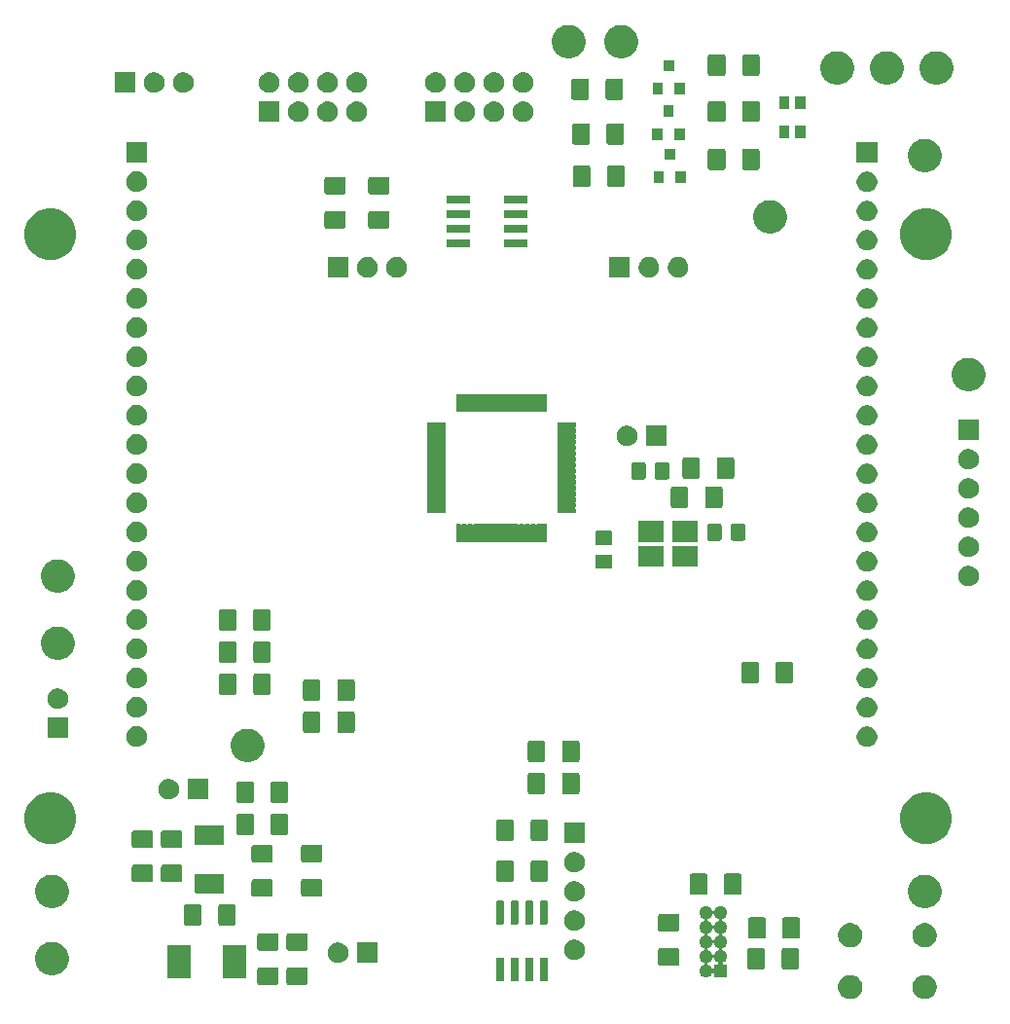
<source format=gbr>
G04 #@! TF.GenerationSoftware,KiCad,Pcbnew,5.1.6-c6e7f7d~86~ubuntu18.04.1*
G04 #@! TF.CreationDate,2020-05-26T10:09:14-07:00*
G04 #@! TF.ProjectId,Extention Boards,45787465-6e74-4696-9f6e-20426f617264,rev?*
G04 #@! TF.SameCoordinates,Original*
G04 #@! TF.FileFunction,Soldermask,Top*
G04 #@! TF.FilePolarity,Negative*
%FSLAX46Y46*%
G04 Gerber Fmt 4.6, Leading zero omitted, Abs format (unit mm)*
G04 Created by KiCad (PCBNEW 5.1.6-c6e7f7d~86~ubuntu18.04.1) date 2020-05-26 10:09:14*
%MOMM*%
%LPD*%
G01*
G04 APERTURE LIST*
%ADD10C,0.100000*%
G04 APERTURE END LIST*
D10*
G36*
X221286564Y-148269389D02*
G01*
X221477833Y-148348615D01*
X221477835Y-148348616D01*
X221649973Y-148463635D01*
X221796365Y-148610027D01*
X221907025Y-148775641D01*
X221911385Y-148782167D01*
X221990611Y-148973436D01*
X222031000Y-149176484D01*
X222031000Y-149383516D01*
X221990611Y-149586564D01*
X221911385Y-149777833D01*
X221911384Y-149777835D01*
X221796365Y-149949973D01*
X221649973Y-150096365D01*
X221477835Y-150211384D01*
X221477834Y-150211385D01*
X221477833Y-150211385D01*
X221286564Y-150290611D01*
X221083516Y-150331000D01*
X220876484Y-150331000D01*
X220673436Y-150290611D01*
X220482167Y-150211385D01*
X220482166Y-150211385D01*
X220482165Y-150211384D01*
X220310027Y-150096365D01*
X220163635Y-149949973D01*
X220048616Y-149777835D01*
X220048615Y-149777833D01*
X219969389Y-149586564D01*
X219929000Y-149383516D01*
X219929000Y-149176484D01*
X219969389Y-148973436D01*
X220048615Y-148782167D01*
X220052976Y-148775641D01*
X220163635Y-148610027D01*
X220310027Y-148463635D01*
X220482165Y-148348616D01*
X220482167Y-148348615D01*
X220673436Y-148269389D01*
X220876484Y-148229000D01*
X221083516Y-148229000D01*
X221286564Y-148269389D01*
G37*
G36*
X214786564Y-148269389D02*
G01*
X214977833Y-148348615D01*
X214977835Y-148348616D01*
X215149973Y-148463635D01*
X215296365Y-148610027D01*
X215407025Y-148775641D01*
X215411385Y-148782167D01*
X215490611Y-148973436D01*
X215531000Y-149176484D01*
X215531000Y-149383516D01*
X215490611Y-149586564D01*
X215411385Y-149777833D01*
X215411384Y-149777835D01*
X215296365Y-149949973D01*
X215149973Y-150096365D01*
X214977835Y-150211384D01*
X214977834Y-150211385D01*
X214977833Y-150211385D01*
X214786564Y-150290611D01*
X214583516Y-150331000D01*
X214376484Y-150331000D01*
X214173436Y-150290611D01*
X213982167Y-150211385D01*
X213982166Y-150211385D01*
X213982165Y-150211384D01*
X213810027Y-150096365D01*
X213663635Y-149949973D01*
X213548616Y-149777835D01*
X213548615Y-149777833D01*
X213469389Y-149586564D01*
X213429000Y-149383516D01*
X213429000Y-149176484D01*
X213469389Y-148973436D01*
X213548615Y-148782167D01*
X213552976Y-148775641D01*
X213663635Y-148610027D01*
X213810027Y-148463635D01*
X213982165Y-148348616D01*
X213982167Y-148348615D01*
X214173436Y-148269389D01*
X214376484Y-148229000D01*
X214583516Y-148229000D01*
X214786564Y-148269389D01*
G37*
G36*
X164605562Y-147576681D02*
G01*
X164640481Y-147587274D01*
X164672663Y-147604476D01*
X164700873Y-147627627D01*
X164724024Y-147655837D01*
X164741226Y-147688019D01*
X164751819Y-147722938D01*
X164756000Y-147765395D01*
X164756000Y-148906605D01*
X164751819Y-148949062D01*
X164741226Y-148983981D01*
X164724024Y-149016163D01*
X164700873Y-149044373D01*
X164672663Y-149067524D01*
X164640481Y-149084726D01*
X164605562Y-149095319D01*
X164563105Y-149099500D01*
X163096895Y-149099500D01*
X163054438Y-149095319D01*
X163019519Y-149084726D01*
X162987337Y-149067524D01*
X162959127Y-149044373D01*
X162935976Y-149016163D01*
X162918774Y-148983981D01*
X162908181Y-148949062D01*
X162904000Y-148906605D01*
X162904000Y-147765395D01*
X162908181Y-147722938D01*
X162918774Y-147688019D01*
X162935976Y-147655837D01*
X162959127Y-147627627D01*
X162987337Y-147604476D01*
X163019519Y-147587274D01*
X163054438Y-147576681D01*
X163096895Y-147572500D01*
X164563105Y-147572500D01*
X164605562Y-147576681D01*
G37*
G36*
X167145562Y-147576681D02*
G01*
X167180481Y-147587274D01*
X167212663Y-147604476D01*
X167240873Y-147627627D01*
X167264024Y-147655837D01*
X167281226Y-147688019D01*
X167291819Y-147722938D01*
X167296000Y-147765395D01*
X167296000Y-148906605D01*
X167291819Y-148949062D01*
X167281226Y-148983981D01*
X167264024Y-149016163D01*
X167240873Y-149044373D01*
X167212663Y-149067524D01*
X167180481Y-149084726D01*
X167145562Y-149095319D01*
X167103105Y-149099500D01*
X165636895Y-149099500D01*
X165594438Y-149095319D01*
X165559519Y-149084726D01*
X165527337Y-149067524D01*
X165499127Y-149044373D01*
X165475976Y-149016163D01*
X165458774Y-148983981D01*
X165448181Y-148949062D01*
X165444000Y-148906605D01*
X165444000Y-147765395D01*
X165448181Y-147722938D01*
X165458774Y-147688019D01*
X165475976Y-147655837D01*
X165499127Y-147627627D01*
X165527337Y-147604476D01*
X165559519Y-147587274D01*
X165594438Y-147576681D01*
X165636895Y-147572500D01*
X167103105Y-147572500D01*
X167145562Y-147576681D01*
G37*
G36*
X186822928Y-146739764D02*
G01*
X186844009Y-146746160D01*
X186863445Y-146756548D01*
X186880476Y-146770524D01*
X186894452Y-146787555D01*
X186904840Y-146806991D01*
X186911236Y-146828072D01*
X186914000Y-146856140D01*
X186914000Y-148669860D01*
X186911236Y-148697928D01*
X186904840Y-148719009D01*
X186894452Y-148738445D01*
X186880476Y-148755476D01*
X186863445Y-148769452D01*
X186844009Y-148779840D01*
X186822928Y-148786236D01*
X186794860Y-148789000D01*
X186331140Y-148789000D01*
X186303072Y-148786236D01*
X186281991Y-148779840D01*
X186262555Y-148769452D01*
X186245524Y-148755476D01*
X186231548Y-148738445D01*
X186221160Y-148719009D01*
X186214764Y-148697928D01*
X186212000Y-148669860D01*
X186212000Y-146856140D01*
X186214764Y-146828072D01*
X186221160Y-146806991D01*
X186231548Y-146787555D01*
X186245524Y-146770524D01*
X186262555Y-146756548D01*
X186281991Y-146746160D01*
X186303072Y-146739764D01*
X186331140Y-146737000D01*
X186794860Y-146737000D01*
X186822928Y-146739764D01*
G37*
G36*
X188092928Y-146739764D02*
G01*
X188114009Y-146746160D01*
X188133445Y-146756548D01*
X188150476Y-146770524D01*
X188164452Y-146787555D01*
X188174840Y-146806991D01*
X188181236Y-146828072D01*
X188184000Y-146856140D01*
X188184000Y-148669860D01*
X188181236Y-148697928D01*
X188174840Y-148719009D01*
X188164452Y-148738445D01*
X188150476Y-148755476D01*
X188133445Y-148769452D01*
X188114009Y-148779840D01*
X188092928Y-148786236D01*
X188064860Y-148789000D01*
X187601140Y-148789000D01*
X187573072Y-148786236D01*
X187551991Y-148779840D01*
X187532555Y-148769452D01*
X187515524Y-148755476D01*
X187501548Y-148738445D01*
X187491160Y-148719009D01*
X187484764Y-148697928D01*
X187482000Y-148669860D01*
X187482000Y-146856140D01*
X187484764Y-146828072D01*
X187491160Y-146806991D01*
X187501548Y-146787555D01*
X187515524Y-146770524D01*
X187532555Y-146756548D01*
X187551991Y-146746160D01*
X187573072Y-146739764D01*
X187601140Y-146737000D01*
X188064860Y-146737000D01*
X188092928Y-146739764D01*
G37*
G36*
X185552928Y-146739764D02*
G01*
X185574009Y-146746160D01*
X185593445Y-146756548D01*
X185610476Y-146770524D01*
X185624452Y-146787555D01*
X185634840Y-146806991D01*
X185641236Y-146828072D01*
X185644000Y-146856140D01*
X185644000Y-148669860D01*
X185641236Y-148697928D01*
X185634840Y-148719009D01*
X185624452Y-148738445D01*
X185610476Y-148755476D01*
X185593445Y-148769452D01*
X185574009Y-148779840D01*
X185552928Y-148786236D01*
X185524860Y-148789000D01*
X185061140Y-148789000D01*
X185033072Y-148786236D01*
X185011991Y-148779840D01*
X184992555Y-148769452D01*
X184975524Y-148755476D01*
X184961548Y-148738445D01*
X184951160Y-148719009D01*
X184944764Y-148697928D01*
X184942000Y-148669860D01*
X184942000Y-146856140D01*
X184944764Y-146828072D01*
X184951160Y-146806991D01*
X184961548Y-146787555D01*
X184975524Y-146770524D01*
X184992555Y-146756548D01*
X185011991Y-146746160D01*
X185033072Y-146739764D01*
X185061140Y-146737000D01*
X185524860Y-146737000D01*
X185552928Y-146739764D01*
G37*
G36*
X184282928Y-146739764D02*
G01*
X184304009Y-146746160D01*
X184323445Y-146756548D01*
X184340476Y-146770524D01*
X184354452Y-146787555D01*
X184364840Y-146806991D01*
X184371236Y-146828072D01*
X184374000Y-146856140D01*
X184374000Y-148669860D01*
X184371236Y-148697928D01*
X184364840Y-148719009D01*
X184354452Y-148738445D01*
X184340476Y-148755476D01*
X184323445Y-148769452D01*
X184304009Y-148779840D01*
X184282928Y-148786236D01*
X184254860Y-148789000D01*
X183791140Y-148789000D01*
X183763072Y-148786236D01*
X183741991Y-148779840D01*
X183722555Y-148769452D01*
X183705524Y-148755476D01*
X183691548Y-148738445D01*
X183681160Y-148719009D01*
X183674764Y-148697928D01*
X183672000Y-148669860D01*
X183672000Y-146856140D01*
X183674764Y-146828072D01*
X183681160Y-146806991D01*
X183691548Y-146787555D01*
X183705524Y-146770524D01*
X183722555Y-146756548D01*
X183741991Y-146746160D01*
X183763072Y-146739764D01*
X183791140Y-146737000D01*
X184254860Y-146737000D01*
X184282928Y-146739764D01*
G37*
G36*
X161925000Y-148512000D02*
G01*
X159920000Y-148512000D01*
X159920000Y-145620000D01*
X161925000Y-145620000D01*
X161925000Y-148512000D01*
G37*
G36*
X157072000Y-148512000D02*
G01*
X155067000Y-148512000D01*
X155067000Y-145620000D01*
X157072000Y-145620000D01*
X157072000Y-148512000D01*
G37*
G36*
X202098341Y-142276594D02*
G01*
X202198615Y-142318129D01*
X202198616Y-142318130D01*
X202288862Y-142378430D01*
X202365610Y-142455178D01*
X202365611Y-142455180D01*
X202425911Y-142545425D01*
X202457136Y-142620809D01*
X202468687Y-142642420D01*
X202484232Y-142661361D01*
X202503174Y-142676907D01*
X202524785Y-142688458D01*
X202548234Y-142695571D01*
X202572620Y-142697973D01*
X202597006Y-142695571D01*
X202620455Y-142688458D01*
X202642066Y-142676907D01*
X202661007Y-142661362D01*
X202676553Y-142642420D01*
X202688104Y-142620809D01*
X202719329Y-142545425D01*
X202779629Y-142455180D01*
X202779630Y-142455178D01*
X202856378Y-142378430D01*
X202946624Y-142318130D01*
X202946625Y-142318129D01*
X203046899Y-142276594D01*
X203153350Y-142255420D01*
X203261890Y-142255420D01*
X203368341Y-142276594D01*
X203468615Y-142318129D01*
X203468616Y-142318130D01*
X203558862Y-142378430D01*
X203635610Y-142455178D01*
X203635611Y-142455180D01*
X203695911Y-142545425D01*
X203737446Y-142645699D01*
X203758620Y-142752150D01*
X203758620Y-142860690D01*
X203737446Y-142967141D01*
X203695911Y-143067415D01*
X203695910Y-143067416D01*
X203635610Y-143157662D01*
X203558862Y-143234410D01*
X203534069Y-143250976D01*
X203468615Y-143294711D01*
X203393231Y-143325936D01*
X203371620Y-143337487D01*
X203352679Y-143353032D01*
X203337133Y-143371974D01*
X203325582Y-143393585D01*
X203318469Y-143417034D01*
X203316067Y-143441420D01*
X203318469Y-143465806D01*
X203325582Y-143489255D01*
X203337133Y-143510866D01*
X203352678Y-143529807D01*
X203371620Y-143545353D01*
X203393231Y-143556904D01*
X203468615Y-143588129D01*
X203468616Y-143588130D01*
X203558862Y-143648430D01*
X203635610Y-143725178D01*
X203642243Y-143735105D01*
X203695911Y-143815425D01*
X203737446Y-143915699D01*
X203758620Y-144022150D01*
X203758620Y-144130690D01*
X203737446Y-144237141D01*
X203695911Y-144337415D01*
X203674382Y-144369635D01*
X203635610Y-144427662D01*
X203558862Y-144504410D01*
X203513432Y-144534765D01*
X203468615Y-144564711D01*
X203393231Y-144595936D01*
X203371620Y-144607487D01*
X203352679Y-144623032D01*
X203337133Y-144641974D01*
X203325582Y-144663585D01*
X203318469Y-144687034D01*
X203316067Y-144711420D01*
X203318469Y-144735806D01*
X203325582Y-144759255D01*
X203337133Y-144780866D01*
X203352678Y-144799807D01*
X203371620Y-144815353D01*
X203393231Y-144826904D01*
X203468615Y-144858129D01*
X203468616Y-144858130D01*
X203558862Y-144918430D01*
X203635610Y-144995178D01*
X203664907Y-145039024D01*
X203695911Y-145085425D01*
X203737446Y-145185699D01*
X203758620Y-145292150D01*
X203758620Y-145400690D01*
X203737446Y-145507141D01*
X203695911Y-145607415D01*
X203695910Y-145607416D01*
X203635610Y-145697662D01*
X203558862Y-145774410D01*
X203534617Y-145790610D01*
X203468615Y-145834711D01*
X203393231Y-145865936D01*
X203371620Y-145877487D01*
X203352679Y-145893032D01*
X203337133Y-145911974D01*
X203325582Y-145933585D01*
X203318469Y-145957034D01*
X203316067Y-145981420D01*
X203318469Y-146005806D01*
X203325582Y-146029255D01*
X203337133Y-146050866D01*
X203352678Y-146069807D01*
X203371620Y-146085353D01*
X203393231Y-146096904D01*
X203468615Y-146128129D01*
X203468616Y-146128130D01*
X203558862Y-146188430D01*
X203635610Y-146265178D01*
X203635611Y-146265180D01*
X203695911Y-146355425D01*
X203737446Y-146455699D01*
X203758620Y-146562150D01*
X203758620Y-146670690D01*
X203737446Y-146777141D01*
X203695911Y-146877415D01*
X203672468Y-146912500D01*
X203635610Y-146967662D01*
X203558862Y-147044410D01*
X203527436Y-147065408D01*
X203465956Y-147106488D01*
X203447014Y-147122034D01*
X203431469Y-147140976D01*
X203419918Y-147162587D01*
X203412805Y-147186035D01*
X203410403Y-147210422D01*
X203412805Y-147234808D01*
X203419918Y-147258257D01*
X203431469Y-147279867D01*
X203447015Y-147298809D01*
X203465957Y-147314354D01*
X203487568Y-147325905D01*
X203511016Y-147333018D01*
X203535402Y-147335420D01*
X203758620Y-147335420D01*
X203758620Y-148437420D01*
X202656620Y-148437420D01*
X202656620Y-148214202D01*
X202654218Y-148189816D01*
X202647105Y-148166367D01*
X202635554Y-148144756D01*
X202620009Y-148125814D01*
X202601067Y-148110269D01*
X202579456Y-148098718D01*
X202556007Y-148091605D01*
X202531621Y-148089203D01*
X202507235Y-148091605D01*
X202483786Y-148098718D01*
X202462175Y-148110269D01*
X202443233Y-148125814D01*
X202427688Y-148144756D01*
X202386608Y-148206236D01*
X202365610Y-148237662D01*
X202288862Y-148314410D01*
X202243432Y-148344765D01*
X202198615Y-148374711D01*
X202098341Y-148416246D01*
X201991890Y-148437420D01*
X201883350Y-148437420D01*
X201776899Y-148416246D01*
X201676625Y-148374711D01*
X201631808Y-148344765D01*
X201586378Y-148314410D01*
X201509630Y-148237662D01*
X201477661Y-148189816D01*
X201449329Y-148147415D01*
X201407794Y-148047141D01*
X201386620Y-147940690D01*
X201386620Y-147832150D01*
X201407794Y-147725699D01*
X201449329Y-147625425D01*
X201509629Y-147535180D01*
X201509630Y-147535178D01*
X201586378Y-147458430D01*
X201676624Y-147398130D01*
X201676625Y-147398129D01*
X201752009Y-147366904D01*
X201773620Y-147355353D01*
X201792561Y-147339808D01*
X201808107Y-147320866D01*
X201819658Y-147299255D01*
X201826771Y-147275806D01*
X201829173Y-147251420D01*
X202046067Y-147251420D01*
X202048469Y-147275806D01*
X202055582Y-147299255D01*
X202067133Y-147320866D01*
X202082678Y-147339807D01*
X202101620Y-147355353D01*
X202123231Y-147366904D01*
X202198615Y-147398129D01*
X202198616Y-147398130D01*
X202288862Y-147458430D01*
X202365610Y-147535178D01*
X202365611Y-147535180D01*
X202427688Y-147628084D01*
X202443234Y-147647026D01*
X202462176Y-147662571D01*
X202483787Y-147674122D01*
X202507235Y-147681235D01*
X202531622Y-147683637D01*
X202556008Y-147681235D01*
X202579457Y-147674122D01*
X202601067Y-147662571D01*
X202620009Y-147647025D01*
X202635554Y-147628083D01*
X202647105Y-147606472D01*
X202654218Y-147583024D01*
X202656620Y-147558638D01*
X202656620Y-147335420D01*
X202879838Y-147335420D01*
X202904224Y-147333018D01*
X202927673Y-147325905D01*
X202949284Y-147314354D01*
X202968226Y-147298809D01*
X202983771Y-147279867D01*
X202995322Y-147258256D01*
X203002435Y-147234807D01*
X203004837Y-147210421D01*
X203002435Y-147186035D01*
X202995322Y-147162586D01*
X202983771Y-147140975D01*
X202968226Y-147122033D01*
X202949284Y-147106488D01*
X202887804Y-147065408D01*
X202856378Y-147044410D01*
X202779630Y-146967662D01*
X202742772Y-146912500D01*
X202719329Y-146877415D01*
X202688104Y-146802031D01*
X202676553Y-146780420D01*
X202661008Y-146761479D01*
X202642066Y-146745933D01*
X202620455Y-146734382D01*
X202597006Y-146727269D01*
X202572620Y-146724867D01*
X202548234Y-146727269D01*
X202524785Y-146734382D01*
X202503174Y-146745933D01*
X202484233Y-146761478D01*
X202468687Y-146780420D01*
X202457136Y-146802031D01*
X202425911Y-146877415D01*
X202402468Y-146912500D01*
X202365610Y-146967662D01*
X202288862Y-147044410D01*
X202243432Y-147074765D01*
X202198615Y-147104711D01*
X202123231Y-147135936D01*
X202101620Y-147147487D01*
X202082679Y-147163032D01*
X202067133Y-147181974D01*
X202055582Y-147203585D01*
X202048469Y-147227034D01*
X202046067Y-147251420D01*
X201829173Y-147251420D01*
X201826771Y-147227034D01*
X201819658Y-147203585D01*
X201808107Y-147181974D01*
X201792562Y-147163033D01*
X201773620Y-147147487D01*
X201752009Y-147135936D01*
X201676625Y-147104711D01*
X201631808Y-147074765D01*
X201586378Y-147044410D01*
X201509630Y-146967662D01*
X201472772Y-146912500D01*
X201449329Y-146877415D01*
X201407794Y-146777141D01*
X201386620Y-146670690D01*
X201386620Y-146562150D01*
X201407794Y-146455699D01*
X201449329Y-146355425D01*
X201509629Y-146265180D01*
X201509630Y-146265178D01*
X201586378Y-146188430D01*
X201676624Y-146128130D01*
X201676625Y-146128129D01*
X201752009Y-146096904D01*
X201773620Y-146085353D01*
X201792561Y-146069808D01*
X201808107Y-146050866D01*
X201819658Y-146029255D01*
X201826771Y-146005806D01*
X201829173Y-145981420D01*
X202046067Y-145981420D01*
X202048469Y-146005806D01*
X202055582Y-146029255D01*
X202067133Y-146050866D01*
X202082678Y-146069807D01*
X202101620Y-146085353D01*
X202123231Y-146096904D01*
X202198615Y-146128129D01*
X202198616Y-146128130D01*
X202288862Y-146188430D01*
X202365610Y-146265178D01*
X202365611Y-146265180D01*
X202425911Y-146355425D01*
X202457136Y-146430809D01*
X202468687Y-146452420D01*
X202484232Y-146471361D01*
X202503174Y-146486907D01*
X202524785Y-146498458D01*
X202548234Y-146505571D01*
X202572620Y-146507973D01*
X202597006Y-146505571D01*
X202620455Y-146498458D01*
X202642066Y-146486907D01*
X202661007Y-146471362D01*
X202676553Y-146452420D01*
X202688104Y-146430809D01*
X202719329Y-146355425D01*
X202779629Y-146265180D01*
X202779630Y-146265178D01*
X202856378Y-146188430D01*
X202946624Y-146128130D01*
X202946625Y-146128129D01*
X203022009Y-146096904D01*
X203043620Y-146085353D01*
X203062561Y-146069808D01*
X203078107Y-146050866D01*
X203089658Y-146029255D01*
X203096771Y-146005806D01*
X203099173Y-145981420D01*
X203096771Y-145957034D01*
X203089658Y-145933585D01*
X203078107Y-145911974D01*
X203062562Y-145893033D01*
X203043620Y-145877487D01*
X203022009Y-145865936D01*
X202946625Y-145834711D01*
X202880623Y-145790610D01*
X202856378Y-145774410D01*
X202779630Y-145697662D01*
X202719330Y-145607416D01*
X202719329Y-145607415D01*
X202688104Y-145532031D01*
X202676553Y-145510420D01*
X202661008Y-145491479D01*
X202642066Y-145475933D01*
X202620455Y-145464382D01*
X202597006Y-145457269D01*
X202572620Y-145454867D01*
X202548234Y-145457269D01*
X202524785Y-145464382D01*
X202503174Y-145475933D01*
X202484233Y-145491478D01*
X202468687Y-145510420D01*
X202457136Y-145532031D01*
X202425911Y-145607415D01*
X202425910Y-145607416D01*
X202365610Y-145697662D01*
X202288862Y-145774410D01*
X202264617Y-145790610D01*
X202198615Y-145834711D01*
X202123231Y-145865936D01*
X202101620Y-145877487D01*
X202082679Y-145893032D01*
X202067133Y-145911974D01*
X202055582Y-145933585D01*
X202048469Y-145957034D01*
X202046067Y-145981420D01*
X201829173Y-145981420D01*
X201826771Y-145957034D01*
X201819658Y-145933585D01*
X201808107Y-145911974D01*
X201792562Y-145893033D01*
X201773620Y-145877487D01*
X201752009Y-145865936D01*
X201676625Y-145834711D01*
X201610623Y-145790610D01*
X201586378Y-145774410D01*
X201509630Y-145697662D01*
X201449330Y-145607416D01*
X201449329Y-145607415D01*
X201407794Y-145507141D01*
X201386620Y-145400690D01*
X201386620Y-145292150D01*
X201407794Y-145185699D01*
X201449329Y-145085425D01*
X201480333Y-145039024D01*
X201509630Y-144995178D01*
X201586378Y-144918430D01*
X201676624Y-144858130D01*
X201676625Y-144858129D01*
X201752009Y-144826904D01*
X201773620Y-144815353D01*
X201792561Y-144799808D01*
X201808107Y-144780866D01*
X201819658Y-144759255D01*
X201826771Y-144735806D01*
X201829173Y-144711420D01*
X202046067Y-144711420D01*
X202048469Y-144735806D01*
X202055582Y-144759255D01*
X202067133Y-144780866D01*
X202082678Y-144799807D01*
X202101620Y-144815353D01*
X202123231Y-144826904D01*
X202198615Y-144858129D01*
X202198616Y-144858130D01*
X202288862Y-144918430D01*
X202365610Y-144995178D01*
X202394907Y-145039024D01*
X202425911Y-145085425D01*
X202457136Y-145160809D01*
X202468687Y-145182420D01*
X202484232Y-145201361D01*
X202503174Y-145216907D01*
X202524785Y-145228458D01*
X202548234Y-145235571D01*
X202572620Y-145237973D01*
X202597006Y-145235571D01*
X202620455Y-145228458D01*
X202642066Y-145216907D01*
X202661007Y-145201362D01*
X202676553Y-145182420D01*
X202688104Y-145160809D01*
X202719329Y-145085425D01*
X202750333Y-145039024D01*
X202779630Y-144995178D01*
X202856378Y-144918430D01*
X202946624Y-144858130D01*
X202946625Y-144858129D01*
X203022009Y-144826904D01*
X203043620Y-144815353D01*
X203062561Y-144799808D01*
X203078107Y-144780866D01*
X203089658Y-144759255D01*
X203096771Y-144735806D01*
X203099173Y-144711420D01*
X203096771Y-144687034D01*
X203089658Y-144663585D01*
X203078107Y-144641974D01*
X203062562Y-144623033D01*
X203043620Y-144607487D01*
X203022009Y-144595936D01*
X202946625Y-144564711D01*
X202901808Y-144534765D01*
X202856378Y-144504410D01*
X202779630Y-144427662D01*
X202740858Y-144369635D01*
X202719329Y-144337415D01*
X202688104Y-144262031D01*
X202676553Y-144240420D01*
X202661008Y-144221479D01*
X202642066Y-144205933D01*
X202620455Y-144194382D01*
X202597006Y-144187269D01*
X202572620Y-144184867D01*
X202548234Y-144187269D01*
X202524785Y-144194382D01*
X202503174Y-144205933D01*
X202484233Y-144221478D01*
X202468687Y-144240420D01*
X202457136Y-144262031D01*
X202425911Y-144337415D01*
X202404382Y-144369635D01*
X202365610Y-144427662D01*
X202288862Y-144504410D01*
X202243432Y-144534765D01*
X202198615Y-144564711D01*
X202123231Y-144595936D01*
X202101620Y-144607487D01*
X202082679Y-144623032D01*
X202067133Y-144641974D01*
X202055582Y-144663585D01*
X202048469Y-144687034D01*
X202046067Y-144711420D01*
X201829173Y-144711420D01*
X201826771Y-144687034D01*
X201819658Y-144663585D01*
X201808107Y-144641974D01*
X201792562Y-144623033D01*
X201773620Y-144607487D01*
X201752009Y-144595936D01*
X201676625Y-144564711D01*
X201631808Y-144534765D01*
X201586378Y-144504410D01*
X201509630Y-144427662D01*
X201470858Y-144369635D01*
X201449329Y-144337415D01*
X201407794Y-144237141D01*
X201386620Y-144130690D01*
X201386620Y-144022150D01*
X201407794Y-143915699D01*
X201449329Y-143815425D01*
X201502997Y-143735105D01*
X201509630Y-143725178D01*
X201586378Y-143648430D01*
X201676624Y-143588130D01*
X201676625Y-143588129D01*
X201752009Y-143556904D01*
X201773620Y-143545353D01*
X201792561Y-143529808D01*
X201808107Y-143510866D01*
X201819658Y-143489255D01*
X201826771Y-143465806D01*
X201829173Y-143441420D01*
X202046067Y-143441420D01*
X202048469Y-143465806D01*
X202055582Y-143489255D01*
X202067133Y-143510866D01*
X202082678Y-143529807D01*
X202101620Y-143545353D01*
X202123231Y-143556904D01*
X202198615Y-143588129D01*
X202198616Y-143588130D01*
X202288862Y-143648430D01*
X202365610Y-143725178D01*
X202372243Y-143735105D01*
X202425911Y-143815425D01*
X202457136Y-143890809D01*
X202468687Y-143912420D01*
X202484232Y-143931361D01*
X202503174Y-143946907D01*
X202524785Y-143958458D01*
X202548234Y-143965571D01*
X202572620Y-143967973D01*
X202597006Y-143965571D01*
X202620455Y-143958458D01*
X202642066Y-143946907D01*
X202661007Y-143931362D01*
X202676553Y-143912420D01*
X202688104Y-143890809D01*
X202719329Y-143815425D01*
X202772997Y-143735105D01*
X202779630Y-143725178D01*
X202856378Y-143648430D01*
X202946624Y-143588130D01*
X202946625Y-143588129D01*
X203022009Y-143556904D01*
X203043620Y-143545353D01*
X203062561Y-143529808D01*
X203078107Y-143510866D01*
X203089658Y-143489255D01*
X203096771Y-143465806D01*
X203099173Y-143441420D01*
X203096771Y-143417034D01*
X203089658Y-143393585D01*
X203078107Y-143371974D01*
X203062562Y-143353033D01*
X203043620Y-143337487D01*
X203022009Y-143325936D01*
X202946625Y-143294711D01*
X202881171Y-143250976D01*
X202856378Y-143234410D01*
X202779630Y-143157662D01*
X202719330Y-143067416D01*
X202719329Y-143067415D01*
X202688104Y-142992031D01*
X202676553Y-142970420D01*
X202661008Y-142951479D01*
X202642066Y-142935933D01*
X202620455Y-142924382D01*
X202597006Y-142917269D01*
X202572620Y-142914867D01*
X202548234Y-142917269D01*
X202524785Y-142924382D01*
X202503174Y-142935933D01*
X202484233Y-142951478D01*
X202468687Y-142970420D01*
X202457136Y-142992031D01*
X202425911Y-143067415D01*
X202425910Y-143067416D01*
X202365610Y-143157662D01*
X202288862Y-143234410D01*
X202264069Y-143250976D01*
X202198615Y-143294711D01*
X202123231Y-143325936D01*
X202101620Y-143337487D01*
X202082679Y-143353032D01*
X202067133Y-143371974D01*
X202055582Y-143393585D01*
X202048469Y-143417034D01*
X202046067Y-143441420D01*
X201829173Y-143441420D01*
X201826771Y-143417034D01*
X201819658Y-143393585D01*
X201808107Y-143371974D01*
X201792562Y-143353033D01*
X201773620Y-143337487D01*
X201752009Y-143325936D01*
X201676625Y-143294711D01*
X201611171Y-143250976D01*
X201586378Y-143234410D01*
X201509630Y-143157662D01*
X201449330Y-143067416D01*
X201449329Y-143067415D01*
X201407794Y-142967141D01*
X201386620Y-142860690D01*
X201386620Y-142752150D01*
X201407794Y-142645699D01*
X201449329Y-142545425D01*
X201509629Y-142455180D01*
X201509630Y-142455178D01*
X201586378Y-142378430D01*
X201676624Y-142318130D01*
X201676625Y-142318129D01*
X201776899Y-142276594D01*
X201883350Y-142255420D01*
X201991890Y-142255420D01*
X202098341Y-142276594D01*
G37*
G36*
X145457241Y-145416760D02*
G01*
X145721305Y-145526139D01*
X145958958Y-145684934D01*
X146161066Y-145887042D01*
X146319861Y-146124695D01*
X146429240Y-146388759D01*
X146485000Y-146669088D01*
X146485000Y-146954912D01*
X146429240Y-147235241D01*
X146319861Y-147499305D01*
X146161066Y-147736958D01*
X145958958Y-147939066D01*
X145721305Y-148097861D01*
X145457241Y-148207240D01*
X145176912Y-148263000D01*
X144891088Y-148263000D01*
X144610759Y-148207240D01*
X144346695Y-148097861D01*
X144109042Y-147939066D01*
X143906934Y-147736958D01*
X143748139Y-147499305D01*
X143638760Y-147235241D01*
X143583000Y-146954912D01*
X143583000Y-146669088D01*
X143638760Y-146388759D01*
X143748139Y-146124695D01*
X143906934Y-145887042D01*
X144109042Y-145684934D01*
X144346695Y-145526139D01*
X144610759Y-145416760D01*
X144891088Y-145361000D01*
X145176912Y-145361000D01*
X145457241Y-145416760D01*
G37*
G36*
X206934062Y-145890181D02*
G01*
X206968981Y-145900774D01*
X207001163Y-145917976D01*
X207029373Y-145941127D01*
X207052524Y-145969337D01*
X207069726Y-146001519D01*
X207080319Y-146036438D01*
X207084500Y-146078895D01*
X207084500Y-147545105D01*
X207080319Y-147587562D01*
X207069726Y-147622481D01*
X207052524Y-147654663D01*
X207029373Y-147682873D01*
X207001163Y-147706024D01*
X206968981Y-147723226D01*
X206934062Y-147733819D01*
X206891605Y-147738000D01*
X205750395Y-147738000D01*
X205707938Y-147733819D01*
X205673019Y-147723226D01*
X205640837Y-147706024D01*
X205612627Y-147682873D01*
X205589476Y-147654663D01*
X205572274Y-147622481D01*
X205561681Y-147587562D01*
X205557500Y-147545105D01*
X205557500Y-146078895D01*
X205561681Y-146036438D01*
X205572274Y-146001519D01*
X205589476Y-145969337D01*
X205612627Y-145941127D01*
X205640837Y-145917976D01*
X205673019Y-145900774D01*
X205707938Y-145890181D01*
X205750395Y-145886000D01*
X206891605Y-145886000D01*
X206934062Y-145890181D01*
G37*
G36*
X209909062Y-145890181D02*
G01*
X209943981Y-145900774D01*
X209976163Y-145917976D01*
X210004373Y-145941127D01*
X210027524Y-145969337D01*
X210044726Y-146001519D01*
X210055319Y-146036438D01*
X210059500Y-146078895D01*
X210059500Y-147545105D01*
X210055319Y-147587562D01*
X210044726Y-147622481D01*
X210027524Y-147654663D01*
X210004373Y-147682873D01*
X209976163Y-147706024D01*
X209943981Y-147723226D01*
X209909062Y-147733819D01*
X209866605Y-147738000D01*
X208725395Y-147738000D01*
X208682938Y-147733819D01*
X208648019Y-147723226D01*
X208615837Y-147706024D01*
X208587627Y-147682873D01*
X208564476Y-147654663D01*
X208547274Y-147622481D01*
X208536681Y-147587562D01*
X208532500Y-147545105D01*
X208532500Y-146078895D01*
X208536681Y-146036438D01*
X208547274Y-146001519D01*
X208564476Y-145969337D01*
X208587627Y-145941127D01*
X208615837Y-145917976D01*
X208648019Y-145900774D01*
X208682938Y-145890181D01*
X208725395Y-145886000D01*
X209866605Y-145886000D01*
X209909062Y-145890181D01*
G37*
G36*
X199479762Y-145900281D02*
G01*
X199514681Y-145910874D01*
X199546863Y-145928076D01*
X199575073Y-145951227D01*
X199598224Y-145979437D01*
X199615426Y-146011619D01*
X199626019Y-146046538D01*
X199630200Y-146088995D01*
X199630200Y-147230205D01*
X199626019Y-147272662D01*
X199615426Y-147307581D01*
X199598224Y-147339763D01*
X199575073Y-147367973D01*
X199546863Y-147391124D01*
X199514681Y-147408326D01*
X199479762Y-147418919D01*
X199437305Y-147423100D01*
X197971095Y-147423100D01*
X197928638Y-147418919D01*
X197893719Y-147408326D01*
X197861537Y-147391124D01*
X197833327Y-147367973D01*
X197810176Y-147339763D01*
X197792974Y-147307581D01*
X197782381Y-147272662D01*
X197778200Y-147230205D01*
X197778200Y-146088995D01*
X197782381Y-146046538D01*
X197792974Y-146011619D01*
X197810176Y-145979437D01*
X197833327Y-145951227D01*
X197861537Y-145928076D01*
X197893719Y-145910874D01*
X197928638Y-145900281D01*
X197971095Y-145896100D01*
X199437305Y-145896100D01*
X199479762Y-145900281D01*
G37*
G36*
X170039512Y-145407927D02*
G01*
X170188812Y-145437624D01*
X170352784Y-145505544D01*
X170500354Y-145604147D01*
X170625853Y-145729646D01*
X170724456Y-145877216D01*
X170792376Y-146041188D01*
X170827000Y-146215259D01*
X170827000Y-146392741D01*
X170792376Y-146566812D01*
X170724456Y-146730784D01*
X170625853Y-146878354D01*
X170500354Y-147003853D01*
X170352784Y-147102456D01*
X170188812Y-147170376D01*
X170039512Y-147200073D01*
X170014742Y-147205000D01*
X169837258Y-147205000D01*
X169812488Y-147200073D01*
X169663188Y-147170376D01*
X169499216Y-147102456D01*
X169351646Y-147003853D01*
X169226147Y-146878354D01*
X169127544Y-146730784D01*
X169059624Y-146566812D01*
X169025000Y-146392741D01*
X169025000Y-146215259D01*
X169059624Y-146041188D01*
X169127544Y-145877216D01*
X169226147Y-145729646D01*
X169351646Y-145604147D01*
X169499216Y-145505544D01*
X169663188Y-145437624D01*
X169812488Y-145407927D01*
X169837258Y-145403000D01*
X170014742Y-145403000D01*
X170039512Y-145407927D01*
G37*
G36*
X173367000Y-147205000D02*
G01*
X171565000Y-147205000D01*
X171565000Y-145403000D01*
X173367000Y-145403000D01*
X173367000Y-147205000D01*
G37*
G36*
X190613512Y-145153927D02*
G01*
X190762812Y-145183624D01*
X190926784Y-145251544D01*
X191074354Y-145350147D01*
X191199853Y-145475646D01*
X191298456Y-145623216D01*
X191366376Y-145787188D01*
X191392391Y-145917976D01*
X191400576Y-145959124D01*
X191401000Y-145961259D01*
X191401000Y-146138741D01*
X191366376Y-146312812D01*
X191298456Y-146476784D01*
X191199853Y-146624354D01*
X191074354Y-146749853D01*
X190926784Y-146848456D01*
X190762812Y-146916376D01*
X190613512Y-146946073D01*
X190588742Y-146951000D01*
X190411258Y-146951000D01*
X190386488Y-146946073D01*
X190237188Y-146916376D01*
X190073216Y-146848456D01*
X189925646Y-146749853D01*
X189800147Y-146624354D01*
X189701544Y-146476784D01*
X189633624Y-146312812D01*
X189599000Y-146138741D01*
X189599000Y-145961259D01*
X189599425Y-145959124D01*
X189607609Y-145917976D01*
X189633624Y-145787188D01*
X189701544Y-145623216D01*
X189800147Y-145475646D01*
X189925646Y-145350147D01*
X190073216Y-145251544D01*
X190237188Y-145183624D01*
X190386488Y-145153927D01*
X190411258Y-145149000D01*
X190588742Y-145149000D01*
X190613512Y-145153927D01*
G37*
G36*
X164605562Y-144601681D02*
G01*
X164640481Y-144612274D01*
X164672663Y-144629476D01*
X164700873Y-144652627D01*
X164724024Y-144680837D01*
X164741226Y-144713019D01*
X164751819Y-144747938D01*
X164756000Y-144790395D01*
X164756000Y-145931605D01*
X164751819Y-145974062D01*
X164741226Y-146008981D01*
X164724024Y-146041163D01*
X164700873Y-146069373D01*
X164672663Y-146092524D01*
X164640481Y-146109726D01*
X164605562Y-146120319D01*
X164563105Y-146124500D01*
X163096895Y-146124500D01*
X163054438Y-146120319D01*
X163019519Y-146109726D01*
X162987337Y-146092524D01*
X162959127Y-146069373D01*
X162935976Y-146041163D01*
X162918774Y-146008981D01*
X162908181Y-145974062D01*
X162904000Y-145931605D01*
X162904000Y-144790395D01*
X162908181Y-144747938D01*
X162918774Y-144713019D01*
X162935976Y-144680837D01*
X162959127Y-144652627D01*
X162987337Y-144629476D01*
X163019519Y-144612274D01*
X163054438Y-144601681D01*
X163096895Y-144597500D01*
X164563105Y-144597500D01*
X164605562Y-144601681D01*
G37*
G36*
X167145562Y-144601681D02*
G01*
X167180481Y-144612274D01*
X167212663Y-144629476D01*
X167240873Y-144652627D01*
X167264024Y-144680837D01*
X167281226Y-144713019D01*
X167291819Y-144747938D01*
X167296000Y-144790395D01*
X167296000Y-145931605D01*
X167291819Y-145974062D01*
X167281226Y-146008981D01*
X167264024Y-146041163D01*
X167240873Y-146069373D01*
X167212663Y-146092524D01*
X167180481Y-146109726D01*
X167145562Y-146120319D01*
X167103105Y-146124500D01*
X165636895Y-146124500D01*
X165594438Y-146120319D01*
X165559519Y-146109726D01*
X165527337Y-146092524D01*
X165499127Y-146069373D01*
X165475976Y-146041163D01*
X165458774Y-146008981D01*
X165448181Y-145974062D01*
X165444000Y-145931605D01*
X165444000Y-144790395D01*
X165448181Y-144747938D01*
X165458774Y-144713019D01*
X165475976Y-144680837D01*
X165499127Y-144652627D01*
X165527337Y-144629476D01*
X165559519Y-144612274D01*
X165594438Y-144601681D01*
X165636895Y-144597500D01*
X167103105Y-144597500D01*
X167145562Y-144601681D01*
G37*
G36*
X214786564Y-143769389D02*
G01*
X214947947Y-143836236D01*
X214977835Y-143848616D01*
X215149973Y-143963635D01*
X215296365Y-144110027D01*
X215363067Y-144209853D01*
X215411385Y-144282167D01*
X215490611Y-144473436D01*
X215531000Y-144676484D01*
X215531000Y-144883516D01*
X215490611Y-145086564D01*
X215422274Y-145251544D01*
X215411384Y-145277835D01*
X215296365Y-145449973D01*
X215149973Y-145596365D01*
X214977835Y-145711384D01*
X214977834Y-145711385D01*
X214977833Y-145711385D01*
X214786564Y-145790611D01*
X214583516Y-145831000D01*
X214376484Y-145831000D01*
X214173436Y-145790611D01*
X213982167Y-145711385D01*
X213982166Y-145711385D01*
X213982165Y-145711384D01*
X213810027Y-145596365D01*
X213663635Y-145449973D01*
X213548616Y-145277835D01*
X213537726Y-145251544D01*
X213469389Y-145086564D01*
X213429000Y-144883516D01*
X213429000Y-144676484D01*
X213469389Y-144473436D01*
X213548615Y-144282167D01*
X213596934Y-144209853D01*
X213663635Y-144110027D01*
X213810027Y-143963635D01*
X213982165Y-143848616D01*
X214012053Y-143836236D01*
X214173436Y-143769389D01*
X214376484Y-143729000D01*
X214583516Y-143729000D01*
X214786564Y-143769389D01*
G37*
G36*
X221286564Y-143769389D02*
G01*
X221447947Y-143836236D01*
X221477835Y-143848616D01*
X221649973Y-143963635D01*
X221796365Y-144110027D01*
X221863067Y-144209853D01*
X221911385Y-144282167D01*
X221990611Y-144473436D01*
X222031000Y-144676484D01*
X222031000Y-144883516D01*
X221990611Y-145086564D01*
X221922274Y-145251544D01*
X221911384Y-145277835D01*
X221796365Y-145449973D01*
X221649973Y-145596365D01*
X221477835Y-145711384D01*
X221477834Y-145711385D01*
X221477833Y-145711385D01*
X221286564Y-145790611D01*
X221083516Y-145831000D01*
X220876484Y-145831000D01*
X220673436Y-145790611D01*
X220482167Y-145711385D01*
X220482166Y-145711385D01*
X220482165Y-145711384D01*
X220310027Y-145596365D01*
X220163635Y-145449973D01*
X220048616Y-145277835D01*
X220037726Y-145251544D01*
X219969389Y-145086564D01*
X219929000Y-144883516D01*
X219929000Y-144676484D01*
X219969389Y-144473436D01*
X220048615Y-144282167D01*
X220096934Y-144209853D01*
X220163635Y-144110027D01*
X220310027Y-143963635D01*
X220482165Y-143848616D01*
X220512053Y-143836236D01*
X220673436Y-143769389D01*
X220876484Y-143729000D01*
X221083516Y-143729000D01*
X221286564Y-143769389D01*
G37*
G36*
X209963062Y-143223181D02*
G01*
X209997981Y-143233774D01*
X210030163Y-143250976D01*
X210058373Y-143274127D01*
X210081524Y-143302337D01*
X210098726Y-143334519D01*
X210109319Y-143369438D01*
X210113500Y-143411895D01*
X210113500Y-144878105D01*
X210109319Y-144920562D01*
X210098726Y-144955481D01*
X210081524Y-144987663D01*
X210058373Y-145015873D01*
X210030163Y-145039024D01*
X209997981Y-145056226D01*
X209963062Y-145066819D01*
X209920605Y-145071000D01*
X208779395Y-145071000D01*
X208736938Y-145066819D01*
X208702019Y-145056226D01*
X208669837Y-145039024D01*
X208641627Y-145015873D01*
X208618476Y-144987663D01*
X208601274Y-144955481D01*
X208590681Y-144920562D01*
X208586500Y-144878105D01*
X208586500Y-143411895D01*
X208590681Y-143369438D01*
X208601274Y-143334519D01*
X208618476Y-143302337D01*
X208641627Y-143274127D01*
X208669837Y-143250976D01*
X208702019Y-143233774D01*
X208736938Y-143223181D01*
X208779395Y-143219000D01*
X209920605Y-143219000D01*
X209963062Y-143223181D01*
G37*
G36*
X206988062Y-143223181D02*
G01*
X207022981Y-143233774D01*
X207055163Y-143250976D01*
X207083373Y-143274127D01*
X207106524Y-143302337D01*
X207123726Y-143334519D01*
X207134319Y-143369438D01*
X207138500Y-143411895D01*
X207138500Y-144878105D01*
X207134319Y-144920562D01*
X207123726Y-144955481D01*
X207106524Y-144987663D01*
X207083373Y-145015873D01*
X207055163Y-145039024D01*
X207022981Y-145056226D01*
X206988062Y-145066819D01*
X206945605Y-145071000D01*
X205804395Y-145071000D01*
X205761938Y-145066819D01*
X205727019Y-145056226D01*
X205694837Y-145039024D01*
X205666627Y-145015873D01*
X205643476Y-144987663D01*
X205626274Y-144955481D01*
X205615681Y-144920562D01*
X205611500Y-144878105D01*
X205611500Y-143411895D01*
X205615681Y-143369438D01*
X205626274Y-143334519D01*
X205643476Y-143302337D01*
X205666627Y-143274127D01*
X205694837Y-143250976D01*
X205727019Y-143233774D01*
X205761938Y-143223181D01*
X205804395Y-143219000D01*
X206945605Y-143219000D01*
X206988062Y-143223181D01*
G37*
G36*
X199479762Y-142925281D02*
G01*
X199514681Y-142935874D01*
X199546863Y-142953076D01*
X199575073Y-142976227D01*
X199598224Y-143004437D01*
X199615426Y-143036619D01*
X199626019Y-143071538D01*
X199630200Y-143113995D01*
X199630200Y-144255205D01*
X199626019Y-144297662D01*
X199615426Y-144332581D01*
X199598224Y-144364763D01*
X199575073Y-144392973D01*
X199546863Y-144416124D01*
X199514681Y-144433326D01*
X199479762Y-144443919D01*
X199437305Y-144448100D01*
X197971095Y-144448100D01*
X197928638Y-144443919D01*
X197893719Y-144433326D01*
X197861537Y-144416124D01*
X197833327Y-144392973D01*
X197810176Y-144364763D01*
X197792974Y-144332581D01*
X197782381Y-144297662D01*
X197778200Y-144255205D01*
X197778200Y-143113995D01*
X197782381Y-143071538D01*
X197792974Y-143036619D01*
X197810176Y-143004437D01*
X197833327Y-142976227D01*
X197861537Y-142953076D01*
X197893719Y-142935874D01*
X197928638Y-142925281D01*
X197971095Y-142921100D01*
X199437305Y-142921100D01*
X199479762Y-142925281D01*
G37*
G36*
X190613512Y-142613927D02*
G01*
X190762812Y-142643624D01*
X190926784Y-142711544D01*
X191074354Y-142810147D01*
X191199853Y-142935646D01*
X191298456Y-143083216D01*
X191366376Y-143247188D01*
X191384090Y-143336245D01*
X191399138Y-143411895D01*
X191401000Y-143421259D01*
X191401000Y-143598741D01*
X191366376Y-143772812D01*
X191298456Y-143936784D01*
X191199853Y-144084354D01*
X191074354Y-144209853D01*
X190926784Y-144308456D01*
X190762812Y-144376376D01*
X190613512Y-144406073D01*
X190588742Y-144411000D01*
X190411258Y-144411000D01*
X190386488Y-144406073D01*
X190237188Y-144376376D01*
X190073216Y-144308456D01*
X189925646Y-144209853D01*
X189800147Y-144084354D01*
X189701544Y-143936784D01*
X189633624Y-143772812D01*
X189599000Y-143598741D01*
X189599000Y-143421259D01*
X189600863Y-143411895D01*
X189615910Y-143336245D01*
X189633624Y-143247188D01*
X189701544Y-143083216D01*
X189800147Y-142935646D01*
X189925646Y-142810147D01*
X190073216Y-142711544D01*
X190237188Y-142643624D01*
X190386488Y-142613927D01*
X190411258Y-142609000D01*
X190588742Y-142609000D01*
X190613512Y-142613927D01*
G37*
G36*
X160887062Y-142080181D02*
G01*
X160921981Y-142090774D01*
X160954163Y-142107976D01*
X160982373Y-142131127D01*
X161005524Y-142159337D01*
X161022726Y-142191519D01*
X161033319Y-142226438D01*
X161037500Y-142268895D01*
X161037500Y-143735105D01*
X161033319Y-143777562D01*
X161022726Y-143812481D01*
X161005524Y-143844663D01*
X160982373Y-143872873D01*
X160954163Y-143896024D01*
X160921981Y-143913226D01*
X160887062Y-143923819D01*
X160844605Y-143928000D01*
X159703395Y-143928000D01*
X159660938Y-143923819D01*
X159626019Y-143913226D01*
X159593837Y-143896024D01*
X159565627Y-143872873D01*
X159542476Y-143844663D01*
X159525274Y-143812481D01*
X159514681Y-143777562D01*
X159510500Y-143735105D01*
X159510500Y-142268895D01*
X159514681Y-142226438D01*
X159525274Y-142191519D01*
X159542476Y-142159337D01*
X159565627Y-142131127D01*
X159593837Y-142107976D01*
X159626019Y-142090774D01*
X159660938Y-142080181D01*
X159703395Y-142076000D01*
X160844605Y-142076000D01*
X160887062Y-142080181D01*
G37*
G36*
X157912062Y-142080181D02*
G01*
X157946981Y-142090774D01*
X157979163Y-142107976D01*
X158007373Y-142131127D01*
X158030524Y-142159337D01*
X158047726Y-142191519D01*
X158058319Y-142226438D01*
X158062500Y-142268895D01*
X158062500Y-143735105D01*
X158058319Y-143777562D01*
X158047726Y-143812481D01*
X158030524Y-143844663D01*
X158007373Y-143872873D01*
X157979163Y-143896024D01*
X157946981Y-143913226D01*
X157912062Y-143923819D01*
X157869605Y-143928000D01*
X156728395Y-143928000D01*
X156685938Y-143923819D01*
X156651019Y-143913226D01*
X156618837Y-143896024D01*
X156590627Y-143872873D01*
X156567476Y-143844663D01*
X156550274Y-143812481D01*
X156539681Y-143777562D01*
X156535500Y-143735105D01*
X156535500Y-142268895D01*
X156539681Y-142226438D01*
X156550274Y-142191519D01*
X156567476Y-142159337D01*
X156590627Y-142131127D01*
X156618837Y-142107976D01*
X156651019Y-142090774D01*
X156685938Y-142080181D01*
X156728395Y-142076000D01*
X157869605Y-142076000D01*
X157912062Y-142080181D01*
G37*
G36*
X186822928Y-141789764D02*
G01*
X186844009Y-141796160D01*
X186863445Y-141806548D01*
X186880476Y-141820524D01*
X186894452Y-141837555D01*
X186904840Y-141856991D01*
X186911236Y-141878072D01*
X186914000Y-141906140D01*
X186914000Y-143719860D01*
X186911236Y-143747928D01*
X186904840Y-143769009D01*
X186894452Y-143788445D01*
X186880476Y-143805476D01*
X186863445Y-143819452D01*
X186844009Y-143829840D01*
X186822928Y-143836236D01*
X186794860Y-143839000D01*
X186331140Y-143839000D01*
X186303072Y-143836236D01*
X186281991Y-143829840D01*
X186262555Y-143819452D01*
X186245524Y-143805476D01*
X186231548Y-143788445D01*
X186221160Y-143769009D01*
X186214764Y-143747928D01*
X186212000Y-143719860D01*
X186212000Y-141906140D01*
X186214764Y-141878072D01*
X186221160Y-141856991D01*
X186231548Y-141837555D01*
X186245524Y-141820524D01*
X186262555Y-141806548D01*
X186281991Y-141796160D01*
X186303072Y-141789764D01*
X186331140Y-141787000D01*
X186794860Y-141787000D01*
X186822928Y-141789764D01*
G37*
G36*
X184282928Y-141789764D02*
G01*
X184304009Y-141796160D01*
X184323445Y-141806548D01*
X184340476Y-141820524D01*
X184354452Y-141837555D01*
X184364840Y-141856991D01*
X184371236Y-141878072D01*
X184374000Y-141906140D01*
X184374000Y-143719860D01*
X184371236Y-143747928D01*
X184364840Y-143769009D01*
X184354452Y-143788445D01*
X184340476Y-143805476D01*
X184323445Y-143819452D01*
X184304009Y-143829840D01*
X184282928Y-143836236D01*
X184254860Y-143839000D01*
X183791140Y-143839000D01*
X183763072Y-143836236D01*
X183741991Y-143829840D01*
X183722555Y-143819452D01*
X183705524Y-143805476D01*
X183691548Y-143788445D01*
X183681160Y-143769009D01*
X183674764Y-143747928D01*
X183672000Y-143719860D01*
X183672000Y-141906140D01*
X183674764Y-141878072D01*
X183681160Y-141856991D01*
X183691548Y-141837555D01*
X183705524Y-141820524D01*
X183722555Y-141806548D01*
X183741991Y-141796160D01*
X183763072Y-141789764D01*
X183791140Y-141787000D01*
X184254860Y-141787000D01*
X184282928Y-141789764D01*
G37*
G36*
X188092928Y-141789764D02*
G01*
X188114009Y-141796160D01*
X188133445Y-141806548D01*
X188150476Y-141820524D01*
X188164452Y-141837555D01*
X188174840Y-141856991D01*
X188181236Y-141878072D01*
X188184000Y-141906140D01*
X188184000Y-143719860D01*
X188181236Y-143747928D01*
X188174840Y-143769009D01*
X188164452Y-143788445D01*
X188150476Y-143805476D01*
X188133445Y-143819452D01*
X188114009Y-143829840D01*
X188092928Y-143836236D01*
X188064860Y-143839000D01*
X187601140Y-143839000D01*
X187573072Y-143836236D01*
X187551991Y-143829840D01*
X187532555Y-143819452D01*
X187515524Y-143805476D01*
X187501548Y-143788445D01*
X187491160Y-143769009D01*
X187484764Y-143747928D01*
X187482000Y-143719860D01*
X187482000Y-141906140D01*
X187484764Y-141878072D01*
X187491160Y-141856991D01*
X187501548Y-141837555D01*
X187515524Y-141820524D01*
X187532555Y-141806548D01*
X187551991Y-141796160D01*
X187573072Y-141789764D01*
X187601140Y-141787000D01*
X188064860Y-141787000D01*
X188092928Y-141789764D01*
G37*
G36*
X185552928Y-141789764D02*
G01*
X185574009Y-141796160D01*
X185593445Y-141806548D01*
X185610476Y-141820524D01*
X185624452Y-141837555D01*
X185634840Y-141856991D01*
X185641236Y-141878072D01*
X185644000Y-141906140D01*
X185644000Y-143719860D01*
X185641236Y-143747928D01*
X185634840Y-143769009D01*
X185624452Y-143788445D01*
X185610476Y-143805476D01*
X185593445Y-143819452D01*
X185574009Y-143829840D01*
X185552928Y-143836236D01*
X185524860Y-143839000D01*
X185061140Y-143839000D01*
X185033072Y-143836236D01*
X185011991Y-143829840D01*
X184992555Y-143819452D01*
X184975524Y-143805476D01*
X184961548Y-143788445D01*
X184951160Y-143769009D01*
X184944764Y-143747928D01*
X184942000Y-143719860D01*
X184942000Y-141906140D01*
X184944764Y-141878072D01*
X184951160Y-141856991D01*
X184961548Y-141837555D01*
X184975524Y-141820524D01*
X184992555Y-141806548D01*
X185011991Y-141796160D01*
X185033072Y-141789764D01*
X185061140Y-141787000D01*
X185524860Y-141787000D01*
X185552928Y-141789764D01*
G37*
G36*
X145457241Y-139574760D02*
G01*
X145721305Y-139684139D01*
X145958958Y-139842934D01*
X146161066Y-140045042D01*
X146319861Y-140282695D01*
X146429240Y-140546759D01*
X146485000Y-140827088D01*
X146485000Y-141112912D01*
X146429240Y-141393241D01*
X146319861Y-141657305D01*
X146161066Y-141894958D01*
X145958958Y-142097066D01*
X145721305Y-142255861D01*
X145457241Y-142365240D01*
X145176912Y-142421000D01*
X144891088Y-142421000D01*
X144610759Y-142365240D01*
X144346695Y-142255861D01*
X144109042Y-142097066D01*
X143906934Y-141894958D01*
X143748139Y-141657305D01*
X143638760Y-141393241D01*
X143583000Y-141112912D01*
X143583000Y-140827088D01*
X143638760Y-140546759D01*
X143748139Y-140282695D01*
X143906934Y-140045042D01*
X144109042Y-139842934D01*
X144346695Y-139684139D01*
X144610759Y-139574760D01*
X144891088Y-139519000D01*
X145176912Y-139519000D01*
X145457241Y-139574760D01*
G37*
G36*
X221403241Y-139574760D02*
G01*
X221667305Y-139684139D01*
X221904958Y-139842934D01*
X222107066Y-140045042D01*
X222265861Y-140282695D01*
X222375240Y-140546759D01*
X222431000Y-140827088D01*
X222431000Y-141112912D01*
X222375240Y-141393241D01*
X222265861Y-141657305D01*
X222107066Y-141894958D01*
X221904958Y-142097066D01*
X221667305Y-142255861D01*
X221403241Y-142365240D01*
X221122912Y-142421000D01*
X220837088Y-142421000D01*
X220556759Y-142365240D01*
X220292695Y-142255861D01*
X220055042Y-142097066D01*
X219852934Y-141894958D01*
X219694139Y-141657305D01*
X219584760Y-141393241D01*
X219529000Y-141112912D01*
X219529000Y-140827088D01*
X219584760Y-140546759D01*
X219694139Y-140282695D01*
X219852934Y-140045042D01*
X220055042Y-139842934D01*
X220292695Y-139684139D01*
X220556759Y-139574760D01*
X220837088Y-139519000D01*
X221122912Y-139519000D01*
X221403241Y-139574760D01*
G37*
G36*
X190608107Y-140072852D02*
G01*
X190762812Y-140103624D01*
X190926784Y-140171544D01*
X191074354Y-140270147D01*
X191199853Y-140395646D01*
X191298456Y-140543216D01*
X191366376Y-140707188D01*
X191390225Y-140827088D01*
X191401000Y-140881258D01*
X191401000Y-141058742D01*
X191396562Y-141081051D01*
X191366376Y-141232812D01*
X191298456Y-141396784D01*
X191199853Y-141544354D01*
X191074354Y-141669853D01*
X190926784Y-141768456D01*
X190762812Y-141836376D01*
X190618921Y-141864997D01*
X190588742Y-141871000D01*
X190411258Y-141871000D01*
X190381079Y-141864997D01*
X190237188Y-141836376D01*
X190073216Y-141768456D01*
X189925646Y-141669853D01*
X189800147Y-141544354D01*
X189701544Y-141396784D01*
X189633624Y-141232812D01*
X189603438Y-141081051D01*
X189599000Y-141058742D01*
X189599000Y-140881258D01*
X189609775Y-140827088D01*
X189633624Y-140707188D01*
X189701544Y-140543216D01*
X189800147Y-140395646D01*
X189925646Y-140270147D01*
X190073216Y-140171544D01*
X190237188Y-140103624D01*
X190391893Y-140072852D01*
X190411258Y-140069000D01*
X190588742Y-140069000D01*
X190608107Y-140072852D01*
G37*
G36*
X164097562Y-139920181D02*
G01*
X164132481Y-139930774D01*
X164164663Y-139947976D01*
X164192873Y-139971127D01*
X164216024Y-139999337D01*
X164233226Y-140031519D01*
X164243819Y-140066438D01*
X164248000Y-140108895D01*
X164248000Y-141250105D01*
X164243819Y-141292562D01*
X164233226Y-141327481D01*
X164216024Y-141359663D01*
X164192873Y-141387873D01*
X164164663Y-141411024D01*
X164132481Y-141428226D01*
X164097562Y-141438819D01*
X164055105Y-141443000D01*
X162588895Y-141443000D01*
X162546438Y-141438819D01*
X162511519Y-141428226D01*
X162479337Y-141411024D01*
X162451127Y-141387873D01*
X162427976Y-141359663D01*
X162410774Y-141327481D01*
X162400181Y-141292562D01*
X162396000Y-141250105D01*
X162396000Y-140108895D01*
X162400181Y-140066438D01*
X162410774Y-140031519D01*
X162427976Y-139999337D01*
X162451127Y-139971127D01*
X162479337Y-139947976D01*
X162511519Y-139930774D01*
X162546438Y-139920181D01*
X162588895Y-139916000D01*
X164055105Y-139916000D01*
X164097562Y-139920181D01*
G37*
G36*
X168415562Y-139883681D02*
G01*
X168450481Y-139894274D01*
X168482663Y-139911476D01*
X168510873Y-139934627D01*
X168534024Y-139962837D01*
X168551226Y-139995019D01*
X168561819Y-140029938D01*
X168566000Y-140072395D01*
X168566000Y-141213605D01*
X168561819Y-141256062D01*
X168551226Y-141290981D01*
X168534024Y-141323163D01*
X168510873Y-141351373D01*
X168482663Y-141374524D01*
X168450481Y-141391726D01*
X168415562Y-141402319D01*
X168373105Y-141406500D01*
X166906895Y-141406500D01*
X166864438Y-141402319D01*
X166829519Y-141391726D01*
X166797337Y-141374524D01*
X166769127Y-141351373D01*
X166745976Y-141323163D01*
X166728774Y-141290981D01*
X166718181Y-141256062D01*
X166714000Y-141213605D01*
X166714000Y-140072395D01*
X166718181Y-140029938D01*
X166728774Y-139995019D01*
X166745976Y-139962837D01*
X166769127Y-139934627D01*
X166797337Y-139911476D01*
X166829519Y-139894274D01*
X166864438Y-139883681D01*
X166906895Y-139879500D01*
X168373105Y-139879500D01*
X168415562Y-139883681D01*
G37*
G36*
X204883062Y-139413181D02*
G01*
X204917981Y-139423774D01*
X204950163Y-139440976D01*
X204978373Y-139464127D01*
X205001524Y-139492337D01*
X205018726Y-139524519D01*
X205029319Y-139559438D01*
X205033500Y-139601895D01*
X205033500Y-141068105D01*
X205029319Y-141110562D01*
X205018726Y-141145481D01*
X205001524Y-141177663D01*
X204978373Y-141205873D01*
X204950163Y-141229024D01*
X204917981Y-141246226D01*
X204883062Y-141256819D01*
X204840605Y-141261000D01*
X203699395Y-141261000D01*
X203656938Y-141256819D01*
X203622019Y-141246226D01*
X203589837Y-141229024D01*
X203561627Y-141205873D01*
X203538476Y-141177663D01*
X203521274Y-141145481D01*
X203510681Y-141110562D01*
X203506500Y-141068105D01*
X203506500Y-139601895D01*
X203510681Y-139559438D01*
X203521274Y-139524519D01*
X203538476Y-139492337D01*
X203561627Y-139464127D01*
X203589837Y-139440976D01*
X203622019Y-139423774D01*
X203656938Y-139413181D01*
X203699395Y-139409000D01*
X204840605Y-139409000D01*
X204883062Y-139413181D01*
G37*
G36*
X201908062Y-139413181D02*
G01*
X201942981Y-139423774D01*
X201975163Y-139440976D01*
X202003373Y-139464127D01*
X202026524Y-139492337D01*
X202043726Y-139524519D01*
X202054319Y-139559438D01*
X202058500Y-139601895D01*
X202058500Y-141068105D01*
X202054319Y-141110562D01*
X202043726Y-141145481D01*
X202026524Y-141177663D01*
X202003373Y-141205873D01*
X201975163Y-141229024D01*
X201942981Y-141246226D01*
X201908062Y-141256819D01*
X201865605Y-141261000D01*
X200724395Y-141261000D01*
X200681938Y-141256819D01*
X200647019Y-141246226D01*
X200614837Y-141229024D01*
X200586627Y-141205873D01*
X200563476Y-141177663D01*
X200546274Y-141145481D01*
X200535681Y-141110562D01*
X200531500Y-141068105D01*
X200531500Y-139601895D01*
X200535681Y-139559438D01*
X200546274Y-139524519D01*
X200563476Y-139492337D01*
X200586627Y-139464127D01*
X200614837Y-139440976D01*
X200647019Y-139423774D01*
X200681938Y-139413181D01*
X200724395Y-139409000D01*
X201865605Y-139409000D01*
X201908062Y-139413181D01*
G37*
G36*
X158005051Y-139427284D02*
G01*
X158021446Y-139432258D01*
X158041078Y-139442751D01*
X158063717Y-139452128D01*
X158087750Y-139456908D01*
X158112254Y-139456908D01*
X158136287Y-139452127D01*
X158158922Y-139442751D01*
X158178554Y-139432258D01*
X158194949Y-139427284D01*
X158218141Y-139425000D01*
X158631859Y-139425000D01*
X158655051Y-139427284D01*
X158671446Y-139432258D01*
X158691078Y-139442751D01*
X158713717Y-139452128D01*
X158737750Y-139456908D01*
X158762254Y-139456908D01*
X158786287Y-139452127D01*
X158808922Y-139442751D01*
X158828554Y-139432258D01*
X158844949Y-139427284D01*
X158868141Y-139425000D01*
X159281859Y-139425000D01*
X159305051Y-139427284D01*
X159321446Y-139432258D01*
X159341078Y-139442751D01*
X159363717Y-139452128D01*
X159387750Y-139456908D01*
X159412254Y-139456908D01*
X159436287Y-139452127D01*
X159458922Y-139442751D01*
X159478554Y-139432258D01*
X159494949Y-139427284D01*
X159518141Y-139425000D01*
X159931859Y-139425000D01*
X159955051Y-139427284D01*
X159971443Y-139432257D01*
X159986555Y-139440334D01*
X159999798Y-139451202D01*
X160010666Y-139464445D01*
X160018743Y-139479557D01*
X160023716Y-139495949D01*
X160026000Y-139519141D01*
X160026000Y-141057859D01*
X160023716Y-141081051D01*
X160018743Y-141097443D01*
X160010666Y-141112555D01*
X159999798Y-141125798D01*
X159986555Y-141136666D01*
X159971443Y-141144743D01*
X159955051Y-141149716D01*
X159931859Y-141152000D01*
X159518141Y-141152000D01*
X159494949Y-141149716D01*
X159478554Y-141144742D01*
X159458922Y-141134249D01*
X159436283Y-141124872D01*
X159412250Y-141120092D01*
X159387746Y-141120092D01*
X159363713Y-141124873D01*
X159341078Y-141134249D01*
X159321446Y-141144742D01*
X159305051Y-141149716D01*
X159281859Y-141152000D01*
X158868141Y-141152000D01*
X158844949Y-141149716D01*
X158828554Y-141144742D01*
X158808922Y-141134249D01*
X158786283Y-141124872D01*
X158762250Y-141120092D01*
X158737746Y-141120092D01*
X158713713Y-141124873D01*
X158691078Y-141134249D01*
X158671446Y-141144742D01*
X158655051Y-141149716D01*
X158631859Y-141152000D01*
X158218141Y-141152000D01*
X158194949Y-141149716D01*
X158178554Y-141144742D01*
X158158922Y-141134249D01*
X158136283Y-141124872D01*
X158112250Y-141120092D01*
X158087746Y-141120092D01*
X158063713Y-141124873D01*
X158041078Y-141134249D01*
X158021446Y-141144742D01*
X158005051Y-141149716D01*
X157981859Y-141152000D01*
X157568141Y-141152000D01*
X157544949Y-141149716D01*
X157528557Y-141144743D01*
X157513445Y-141136666D01*
X157500202Y-141125798D01*
X157489334Y-141112555D01*
X157481257Y-141097443D01*
X157476284Y-141081051D01*
X157474000Y-141057859D01*
X157474000Y-139519141D01*
X157476284Y-139495949D01*
X157481257Y-139479557D01*
X157489334Y-139464445D01*
X157500202Y-139451202D01*
X157513445Y-139440334D01*
X157528557Y-139432257D01*
X157544949Y-139427284D01*
X157568141Y-139425000D01*
X157981859Y-139425000D01*
X158005051Y-139427284D01*
G37*
G36*
X156223562Y-138650181D02*
G01*
X156258481Y-138660774D01*
X156290663Y-138677976D01*
X156318873Y-138701127D01*
X156342024Y-138729337D01*
X156359226Y-138761519D01*
X156369819Y-138796438D01*
X156374000Y-138838895D01*
X156374000Y-139980105D01*
X156369819Y-140022562D01*
X156359226Y-140057481D01*
X156342024Y-140089663D01*
X156318873Y-140117873D01*
X156290663Y-140141024D01*
X156258481Y-140158226D01*
X156223562Y-140168819D01*
X156181105Y-140173000D01*
X154714895Y-140173000D01*
X154672438Y-140168819D01*
X154637519Y-140158226D01*
X154605337Y-140141024D01*
X154577127Y-140117873D01*
X154553976Y-140089663D01*
X154536774Y-140057481D01*
X154526181Y-140022562D01*
X154522000Y-139980105D01*
X154522000Y-138838895D01*
X154526181Y-138796438D01*
X154536774Y-138761519D01*
X154553976Y-138729337D01*
X154577127Y-138701127D01*
X154605337Y-138677976D01*
X154637519Y-138660774D01*
X154672438Y-138650181D01*
X154714895Y-138646000D01*
X156181105Y-138646000D01*
X156223562Y-138650181D01*
G37*
G36*
X153683562Y-138650181D02*
G01*
X153718481Y-138660774D01*
X153750663Y-138677976D01*
X153778873Y-138701127D01*
X153802024Y-138729337D01*
X153819226Y-138761519D01*
X153829819Y-138796438D01*
X153834000Y-138838895D01*
X153834000Y-139980105D01*
X153829819Y-140022562D01*
X153819226Y-140057481D01*
X153802024Y-140089663D01*
X153778873Y-140117873D01*
X153750663Y-140141024D01*
X153718481Y-140158226D01*
X153683562Y-140168819D01*
X153641105Y-140173000D01*
X152174895Y-140173000D01*
X152132438Y-140168819D01*
X152097519Y-140158226D01*
X152065337Y-140141024D01*
X152037127Y-140117873D01*
X152013976Y-140089663D01*
X151996774Y-140057481D01*
X151986181Y-140022562D01*
X151982000Y-139980105D01*
X151982000Y-138838895D01*
X151986181Y-138796438D01*
X151996774Y-138761519D01*
X152013976Y-138729337D01*
X152037127Y-138701127D01*
X152065337Y-138677976D01*
X152097519Y-138660774D01*
X152132438Y-138650181D01*
X152174895Y-138646000D01*
X153641105Y-138646000D01*
X153683562Y-138650181D01*
G37*
G36*
X188065062Y-138270181D02*
G01*
X188099981Y-138280774D01*
X188132163Y-138297976D01*
X188160373Y-138321127D01*
X188183524Y-138349337D01*
X188200726Y-138381519D01*
X188211319Y-138416438D01*
X188215500Y-138458895D01*
X188215500Y-139925105D01*
X188211319Y-139967562D01*
X188200726Y-140002481D01*
X188183524Y-140034663D01*
X188160373Y-140062873D01*
X188132163Y-140086024D01*
X188099981Y-140103226D01*
X188065062Y-140113819D01*
X188022605Y-140118000D01*
X186881395Y-140118000D01*
X186838938Y-140113819D01*
X186804019Y-140103226D01*
X186771837Y-140086024D01*
X186743627Y-140062873D01*
X186720476Y-140034663D01*
X186703274Y-140002481D01*
X186692681Y-139967562D01*
X186688500Y-139925105D01*
X186688500Y-138458895D01*
X186692681Y-138416438D01*
X186703274Y-138381519D01*
X186720476Y-138349337D01*
X186743627Y-138321127D01*
X186771837Y-138297976D01*
X186804019Y-138280774D01*
X186838938Y-138270181D01*
X186881395Y-138266000D01*
X188022605Y-138266000D01*
X188065062Y-138270181D01*
G37*
G36*
X185090062Y-138270181D02*
G01*
X185124981Y-138280774D01*
X185157163Y-138297976D01*
X185185373Y-138321127D01*
X185208524Y-138349337D01*
X185225726Y-138381519D01*
X185236319Y-138416438D01*
X185240500Y-138458895D01*
X185240500Y-139925105D01*
X185236319Y-139967562D01*
X185225726Y-140002481D01*
X185208524Y-140034663D01*
X185185373Y-140062873D01*
X185157163Y-140086024D01*
X185124981Y-140103226D01*
X185090062Y-140113819D01*
X185047605Y-140118000D01*
X183906395Y-140118000D01*
X183863938Y-140113819D01*
X183829019Y-140103226D01*
X183796837Y-140086024D01*
X183768627Y-140062873D01*
X183745476Y-140034663D01*
X183728274Y-140002481D01*
X183717681Y-139967562D01*
X183713500Y-139925105D01*
X183713500Y-138458895D01*
X183717681Y-138416438D01*
X183728274Y-138381519D01*
X183745476Y-138349337D01*
X183768627Y-138321127D01*
X183796837Y-138297976D01*
X183829019Y-138280774D01*
X183863938Y-138270181D01*
X183906395Y-138266000D01*
X185047605Y-138266000D01*
X185090062Y-138270181D01*
G37*
G36*
X190613512Y-137533927D02*
G01*
X190762812Y-137563624D01*
X190926784Y-137631544D01*
X191074354Y-137730147D01*
X191199853Y-137855646D01*
X191298456Y-138003216D01*
X191366376Y-138167188D01*
X191392391Y-138297976D01*
X191396287Y-138317562D01*
X191401000Y-138341259D01*
X191401000Y-138518741D01*
X191366376Y-138692812D01*
X191298456Y-138856784D01*
X191199853Y-139004354D01*
X191074354Y-139129853D01*
X190926784Y-139228456D01*
X190762812Y-139296376D01*
X190613512Y-139326073D01*
X190588742Y-139331000D01*
X190411258Y-139331000D01*
X190386488Y-139326073D01*
X190237188Y-139296376D01*
X190073216Y-139228456D01*
X189925646Y-139129853D01*
X189800147Y-139004354D01*
X189701544Y-138856784D01*
X189633624Y-138692812D01*
X189599000Y-138518741D01*
X189599000Y-138341259D01*
X189603714Y-138317562D01*
X189607609Y-138297976D01*
X189633624Y-138167188D01*
X189701544Y-138003216D01*
X189800147Y-137855646D01*
X189925646Y-137730147D01*
X190073216Y-137631544D01*
X190237188Y-137563624D01*
X190386488Y-137533927D01*
X190411258Y-137529000D01*
X190588742Y-137529000D01*
X190613512Y-137533927D01*
G37*
G36*
X164097562Y-136945181D02*
G01*
X164132481Y-136955774D01*
X164164663Y-136972976D01*
X164192873Y-136996127D01*
X164216024Y-137024337D01*
X164233226Y-137056519D01*
X164243819Y-137091438D01*
X164248000Y-137133895D01*
X164248000Y-138275105D01*
X164243819Y-138317562D01*
X164233226Y-138352481D01*
X164216024Y-138384663D01*
X164192873Y-138412873D01*
X164164663Y-138436024D01*
X164132481Y-138453226D01*
X164097562Y-138463819D01*
X164055105Y-138468000D01*
X162588895Y-138468000D01*
X162546438Y-138463819D01*
X162511519Y-138453226D01*
X162479337Y-138436024D01*
X162451127Y-138412873D01*
X162427976Y-138384663D01*
X162410774Y-138352481D01*
X162400181Y-138317562D01*
X162396000Y-138275105D01*
X162396000Y-137133895D01*
X162400181Y-137091438D01*
X162410774Y-137056519D01*
X162427976Y-137024337D01*
X162451127Y-136996127D01*
X162479337Y-136972976D01*
X162511519Y-136955774D01*
X162546438Y-136945181D01*
X162588895Y-136941000D01*
X164055105Y-136941000D01*
X164097562Y-136945181D01*
G37*
G36*
X168415562Y-136908681D02*
G01*
X168450481Y-136919274D01*
X168482663Y-136936476D01*
X168510873Y-136959627D01*
X168534024Y-136987837D01*
X168551226Y-137020019D01*
X168561819Y-137054938D01*
X168566000Y-137097395D01*
X168566000Y-138238605D01*
X168561819Y-138281062D01*
X168551226Y-138315981D01*
X168534024Y-138348163D01*
X168510873Y-138376373D01*
X168482663Y-138399524D01*
X168450481Y-138416726D01*
X168415562Y-138427319D01*
X168373105Y-138431500D01*
X166906895Y-138431500D01*
X166864438Y-138427319D01*
X166829519Y-138416726D01*
X166797337Y-138399524D01*
X166769127Y-138376373D01*
X166745976Y-138348163D01*
X166728774Y-138315981D01*
X166718181Y-138281062D01*
X166714000Y-138238605D01*
X166714000Y-137097395D01*
X166718181Y-137054938D01*
X166728774Y-137020019D01*
X166745976Y-136987837D01*
X166769127Y-136959627D01*
X166797337Y-136936476D01*
X166829519Y-136919274D01*
X166864438Y-136908681D01*
X166906895Y-136904500D01*
X168373105Y-136904500D01*
X168415562Y-136908681D01*
G37*
G36*
X156223562Y-135675181D02*
G01*
X156258481Y-135685774D01*
X156290663Y-135702976D01*
X156318873Y-135726127D01*
X156342024Y-135754337D01*
X156359226Y-135786519D01*
X156369819Y-135821438D01*
X156374000Y-135863895D01*
X156374000Y-137005105D01*
X156369819Y-137047562D01*
X156359226Y-137082481D01*
X156342024Y-137114663D01*
X156318873Y-137142873D01*
X156290663Y-137166024D01*
X156258481Y-137183226D01*
X156223562Y-137193819D01*
X156181105Y-137198000D01*
X154714895Y-137198000D01*
X154672438Y-137193819D01*
X154637519Y-137183226D01*
X154605337Y-137166024D01*
X154577127Y-137142873D01*
X154553976Y-137114663D01*
X154536774Y-137082481D01*
X154526181Y-137047562D01*
X154522000Y-137005105D01*
X154522000Y-135863895D01*
X154526181Y-135821438D01*
X154536774Y-135786519D01*
X154553976Y-135754337D01*
X154577127Y-135726127D01*
X154605337Y-135702976D01*
X154637519Y-135685774D01*
X154672438Y-135675181D01*
X154714895Y-135671000D01*
X156181105Y-135671000D01*
X156223562Y-135675181D01*
G37*
G36*
X153683562Y-135675181D02*
G01*
X153718481Y-135685774D01*
X153750663Y-135702976D01*
X153778873Y-135726127D01*
X153802024Y-135754337D01*
X153819226Y-135786519D01*
X153829819Y-135821438D01*
X153834000Y-135863895D01*
X153834000Y-137005105D01*
X153829819Y-137047562D01*
X153819226Y-137082481D01*
X153802024Y-137114663D01*
X153778873Y-137142873D01*
X153750663Y-137166024D01*
X153718481Y-137183226D01*
X153683562Y-137193819D01*
X153641105Y-137198000D01*
X152174895Y-137198000D01*
X152132438Y-137193819D01*
X152097519Y-137183226D01*
X152065337Y-137166024D01*
X152037127Y-137142873D01*
X152013976Y-137114663D01*
X151996774Y-137082481D01*
X151986181Y-137047562D01*
X151982000Y-137005105D01*
X151982000Y-135863895D01*
X151986181Y-135821438D01*
X151996774Y-135786519D01*
X152013976Y-135754337D01*
X152037127Y-135726127D01*
X152065337Y-135702976D01*
X152097519Y-135685774D01*
X152132438Y-135675181D01*
X152174895Y-135671000D01*
X153641105Y-135671000D01*
X153683562Y-135675181D01*
G37*
G36*
X158005051Y-135202284D02*
G01*
X158021446Y-135207258D01*
X158041078Y-135217751D01*
X158063717Y-135227128D01*
X158087750Y-135231908D01*
X158112254Y-135231908D01*
X158136287Y-135227127D01*
X158158922Y-135217751D01*
X158178554Y-135207258D01*
X158194949Y-135202284D01*
X158218141Y-135200000D01*
X158631859Y-135200000D01*
X158655051Y-135202284D01*
X158671446Y-135207258D01*
X158691078Y-135217751D01*
X158713717Y-135227128D01*
X158737750Y-135231908D01*
X158762254Y-135231908D01*
X158786287Y-135227127D01*
X158808922Y-135217751D01*
X158828554Y-135207258D01*
X158844949Y-135202284D01*
X158868141Y-135200000D01*
X159281859Y-135200000D01*
X159305051Y-135202284D01*
X159321446Y-135207258D01*
X159341078Y-135217751D01*
X159363717Y-135227128D01*
X159387750Y-135231908D01*
X159412254Y-135231908D01*
X159436287Y-135227127D01*
X159458922Y-135217751D01*
X159478554Y-135207258D01*
X159494949Y-135202284D01*
X159518141Y-135200000D01*
X159931859Y-135200000D01*
X159955051Y-135202284D01*
X159971443Y-135207257D01*
X159986555Y-135215334D01*
X159999798Y-135226202D01*
X160010666Y-135239445D01*
X160018743Y-135254557D01*
X160023716Y-135270949D01*
X160026000Y-135294141D01*
X160026000Y-136832859D01*
X160023716Y-136856051D01*
X160018743Y-136872443D01*
X160010666Y-136887555D01*
X159999798Y-136900798D01*
X159986555Y-136911666D01*
X159971443Y-136919743D01*
X159955051Y-136924716D01*
X159931859Y-136927000D01*
X159518141Y-136927000D01*
X159494949Y-136924716D01*
X159478554Y-136919742D01*
X159458922Y-136909249D01*
X159436283Y-136899872D01*
X159412250Y-136895092D01*
X159387746Y-136895092D01*
X159363713Y-136899873D01*
X159341078Y-136909249D01*
X159321446Y-136919742D01*
X159305051Y-136924716D01*
X159281859Y-136927000D01*
X158868141Y-136927000D01*
X158844949Y-136924716D01*
X158828554Y-136919742D01*
X158808922Y-136909249D01*
X158786283Y-136899872D01*
X158762250Y-136895092D01*
X158737746Y-136895092D01*
X158713713Y-136899873D01*
X158691078Y-136909249D01*
X158671446Y-136919742D01*
X158655051Y-136924716D01*
X158631859Y-136927000D01*
X158218141Y-136927000D01*
X158194949Y-136924716D01*
X158178554Y-136919742D01*
X158158922Y-136909249D01*
X158136283Y-136899872D01*
X158112250Y-136895092D01*
X158087746Y-136895092D01*
X158063713Y-136899873D01*
X158041078Y-136909249D01*
X158021446Y-136919742D01*
X158005051Y-136924716D01*
X157981859Y-136927000D01*
X157568141Y-136927000D01*
X157544949Y-136924716D01*
X157528557Y-136919743D01*
X157513445Y-136911666D01*
X157500202Y-136900798D01*
X157489334Y-136887555D01*
X157481257Y-136872443D01*
X157476284Y-136856051D01*
X157474000Y-136832859D01*
X157474000Y-135294141D01*
X157476284Y-135270949D01*
X157481257Y-135254557D01*
X157489334Y-135239445D01*
X157500202Y-135226202D01*
X157513445Y-135215334D01*
X157528557Y-135207257D01*
X157544949Y-135202284D01*
X157568141Y-135200000D01*
X157981859Y-135200000D01*
X158005051Y-135202284D01*
G37*
G36*
X221378671Y-132378939D02*
G01*
X221763593Y-132455504D01*
X222173249Y-132625189D01*
X222541929Y-132871534D01*
X222855466Y-133185071D01*
X223101811Y-133553751D01*
X223271496Y-133963407D01*
X223358000Y-134398296D01*
X223358000Y-134841704D01*
X223271496Y-135276593D01*
X223101811Y-135686249D01*
X222855466Y-136054929D01*
X222541929Y-136368466D01*
X222173249Y-136614811D01*
X221763593Y-136784496D01*
X221403858Y-136856051D01*
X221328705Y-136871000D01*
X220885295Y-136871000D01*
X220810142Y-136856051D01*
X220450407Y-136784496D01*
X220040751Y-136614811D01*
X219672071Y-136368466D01*
X219358534Y-136054929D01*
X219112189Y-135686249D01*
X218942504Y-135276593D01*
X218856000Y-134841704D01*
X218856000Y-134398296D01*
X218942504Y-133963407D01*
X219112189Y-133553751D01*
X219358534Y-133185071D01*
X219672071Y-132871534D01*
X220040751Y-132625189D01*
X220450407Y-132455504D01*
X220835329Y-132378939D01*
X220885295Y-132369000D01*
X221328705Y-132369000D01*
X221378671Y-132378939D01*
G37*
G36*
X145178671Y-132378939D02*
G01*
X145563593Y-132455504D01*
X145973249Y-132625189D01*
X146341929Y-132871534D01*
X146655466Y-133185071D01*
X146901811Y-133553751D01*
X147071496Y-133963407D01*
X147158000Y-134398296D01*
X147158000Y-134841704D01*
X147071496Y-135276593D01*
X146901811Y-135686249D01*
X146655466Y-136054929D01*
X146341929Y-136368466D01*
X145973249Y-136614811D01*
X145563593Y-136784496D01*
X145203858Y-136856051D01*
X145128705Y-136871000D01*
X144685295Y-136871000D01*
X144610142Y-136856051D01*
X144250407Y-136784496D01*
X143840751Y-136614811D01*
X143472071Y-136368466D01*
X143158534Y-136054929D01*
X142912189Y-135686249D01*
X142742504Y-135276593D01*
X142656000Y-134841704D01*
X142656000Y-134398296D01*
X142742504Y-133963407D01*
X142912189Y-133553751D01*
X143158534Y-133185071D01*
X143472071Y-132871534D01*
X143840751Y-132625189D01*
X144250407Y-132455504D01*
X144635329Y-132378939D01*
X144685295Y-132369000D01*
X145128705Y-132369000D01*
X145178671Y-132378939D01*
G37*
G36*
X191401000Y-136791000D02*
G01*
X189599000Y-136791000D01*
X189599000Y-134989000D01*
X191401000Y-134989000D01*
X191401000Y-136791000D01*
G37*
G36*
X185090062Y-134714181D02*
G01*
X185124981Y-134724774D01*
X185157163Y-134741976D01*
X185185373Y-134765127D01*
X185208524Y-134793337D01*
X185225726Y-134825519D01*
X185236319Y-134860438D01*
X185240500Y-134902895D01*
X185240500Y-136369105D01*
X185236319Y-136411562D01*
X185225726Y-136446481D01*
X185208524Y-136478663D01*
X185185373Y-136506873D01*
X185157163Y-136530024D01*
X185124981Y-136547226D01*
X185090062Y-136557819D01*
X185047605Y-136562000D01*
X183906395Y-136562000D01*
X183863938Y-136557819D01*
X183829019Y-136547226D01*
X183796837Y-136530024D01*
X183768627Y-136506873D01*
X183745476Y-136478663D01*
X183728274Y-136446481D01*
X183717681Y-136411562D01*
X183713500Y-136369105D01*
X183713500Y-134902895D01*
X183717681Y-134860438D01*
X183728274Y-134825519D01*
X183745476Y-134793337D01*
X183768627Y-134765127D01*
X183796837Y-134741976D01*
X183829019Y-134724774D01*
X183863938Y-134714181D01*
X183906395Y-134710000D01*
X185047605Y-134710000D01*
X185090062Y-134714181D01*
G37*
G36*
X188065062Y-134714181D02*
G01*
X188099981Y-134724774D01*
X188132163Y-134741976D01*
X188160373Y-134765127D01*
X188183524Y-134793337D01*
X188200726Y-134825519D01*
X188211319Y-134860438D01*
X188215500Y-134902895D01*
X188215500Y-136369105D01*
X188211319Y-136411562D01*
X188200726Y-136446481D01*
X188183524Y-136478663D01*
X188160373Y-136506873D01*
X188132163Y-136530024D01*
X188099981Y-136547226D01*
X188065062Y-136557819D01*
X188022605Y-136562000D01*
X186881395Y-136562000D01*
X186838938Y-136557819D01*
X186804019Y-136547226D01*
X186771837Y-136530024D01*
X186743627Y-136506873D01*
X186720476Y-136478663D01*
X186703274Y-136446481D01*
X186692681Y-136411562D01*
X186688500Y-136369105D01*
X186688500Y-134902895D01*
X186692681Y-134860438D01*
X186703274Y-134825519D01*
X186720476Y-134793337D01*
X186743627Y-134765127D01*
X186771837Y-134741976D01*
X186804019Y-134724774D01*
X186838938Y-134714181D01*
X186881395Y-134710000D01*
X188022605Y-134710000D01*
X188065062Y-134714181D01*
G37*
G36*
X165422562Y-134206181D02*
G01*
X165457481Y-134216774D01*
X165489663Y-134233976D01*
X165517873Y-134257127D01*
X165541024Y-134285337D01*
X165558226Y-134317519D01*
X165568819Y-134352438D01*
X165573000Y-134394895D01*
X165573000Y-135861105D01*
X165568819Y-135903562D01*
X165558226Y-135938481D01*
X165541024Y-135970663D01*
X165517873Y-135998873D01*
X165489663Y-136022024D01*
X165457481Y-136039226D01*
X165422562Y-136049819D01*
X165380105Y-136054000D01*
X164238895Y-136054000D01*
X164196438Y-136049819D01*
X164161519Y-136039226D01*
X164129337Y-136022024D01*
X164101127Y-135998873D01*
X164077976Y-135970663D01*
X164060774Y-135938481D01*
X164050181Y-135903562D01*
X164046000Y-135861105D01*
X164046000Y-134394895D01*
X164050181Y-134352438D01*
X164060774Y-134317519D01*
X164077976Y-134285337D01*
X164101127Y-134257127D01*
X164129337Y-134233976D01*
X164161519Y-134216774D01*
X164196438Y-134206181D01*
X164238895Y-134202000D01*
X165380105Y-134202000D01*
X165422562Y-134206181D01*
G37*
G36*
X162447562Y-134206181D02*
G01*
X162482481Y-134216774D01*
X162514663Y-134233976D01*
X162542873Y-134257127D01*
X162566024Y-134285337D01*
X162583226Y-134317519D01*
X162593819Y-134352438D01*
X162598000Y-134394895D01*
X162598000Y-135861105D01*
X162593819Y-135903562D01*
X162583226Y-135938481D01*
X162566024Y-135970663D01*
X162542873Y-135998873D01*
X162514663Y-136022024D01*
X162482481Y-136039226D01*
X162447562Y-136049819D01*
X162405105Y-136054000D01*
X161263895Y-136054000D01*
X161221438Y-136049819D01*
X161186519Y-136039226D01*
X161154337Y-136022024D01*
X161126127Y-135998873D01*
X161102976Y-135970663D01*
X161085774Y-135938481D01*
X161075181Y-135903562D01*
X161071000Y-135861105D01*
X161071000Y-134394895D01*
X161075181Y-134352438D01*
X161085774Y-134317519D01*
X161102976Y-134285337D01*
X161126127Y-134257127D01*
X161154337Y-134233976D01*
X161186519Y-134216774D01*
X161221438Y-134206181D01*
X161263895Y-134202000D01*
X162405105Y-134202000D01*
X162447562Y-134206181D01*
G37*
G36*
X165422562Y-131412181D02*
G01*
X165457481Y-131422774D01*
X165489663Y-131439976D01*
X165517873Y-131463127D01*
X165541024Y-131491337D01*
X165558226Y-131523519D01*
X165568819Y-131558438D01*
X165573000Y-131600895D01*
X165573000Y-133067105D01*
X165568819Y-133109562D01*
X165558226Y-133144481D01*
X165541024Y-133176663D01*
X165517873Y-133204873D01*
X165489663Y-133228024D01*
X165457481Y-133245226D01*
X165422562Y-133255819D01*
X165380105Y-133260000D01*
X164238895Y-133260000D01*
X164196438Y-133255819D01*
X164161519Y-133245226D01*
X164129337Y-133228024D01*
X164101127Y-133204873D01*
X164077976Y-133176663D01*
X164060774Y-133144481D01*
X164050181Y-133109562D01*
X164046000Y-133067105D01*
X164046000Y-131600895D01*
X164050181Y-131558438D01*
X164060774Y-131523519D01*
X164077976Y-131491337D01*
X164101127Y-131463127D01*
X164129337Y-131439976D01*
X164161519Y-131422774D01*
X164196438Y-131412181D01*
X164238895Y-131408000D01*
X165380105Y-131408000D01*
X165422562Y-131412181D01*
G37*
G36*
X162447562Y-131412181D02*
G01*
X162482481Y-131422774D01*
X162514663Y-131439976D01*
X162542873Y-131463127D01*
X162566024Y-131491337D01*
X162583226Y-131523519D01*
X162593819Y-131558438D01*
X162598000Y-131600895D01*
X162598000Y-133067105D01*
X162593819Y-133109562D01*
X162583226Y-133144481D01*
X162566024Y-133176663D01*
X162542873Y-133204873D01*
X162514663Y-133228024D01*
X162482481Y-133245226D01*
X162447562Y-133255819D01*
X162405105Y-133260000D01*
X161263895Y-133260000D01*
X161221438Y-133255819D01*
X161186519Y-133245226D01*
X161154337Y-133228024D01*
X161126127Y-133204873D01*
X161102976Y-133176663D01*
X161085774Y-133144481D01*
X161075181Y-133109562D01*
X161071000Y-133067105D01*
X161071000Y-131600895D01*
X161075181Y-131558438D01*
X161085774Y-131523519D01*
X161102976Y-131491337D01*
X161126127Y-131463127D01*
X161154337Y-131439976D01*
X161186519Y-131422774D01*
X161221438Y-131412181D01*
X161263895Y-131408000D01*
X162405105Y-131408000D01*
X162447562Y-131412181D01*
G37*
G36*
X155307512Y-131183927D02*
G01*
X155456812Y-131213624D01*
X155620784Y-131281544D01*
X155768354Y-131380147D01*
X155893853Y-131505646D01*
X155992456Y-131653216D01*
X156060376Y-131817188D01*
X156095000Y-131991259D01*
X156095000Y-132168741D01*
X156060376Y-132342812D01*
X155992456Y-132506784D01*
X155893853Y-132654354D01*
X155768354Y-132779853D01*
X155620784Y-132878456D01*
X155456812Y-132946376D01*
X155307512Y-132976073D01*
X155282742Y-132981000D01*
X155105258Y-132981000D01*
X155080488Y-132976073D01*
X154931188Y-132946376D01*
X154767216Y-132878456D01*
X154619646Y-132779853D01*
X154494147Y-132654354D01*
X154395544Y-132506784D01*
X154327624Y-132342812D01*
X154293000Y-132168741D01*
X154293000Y-131991259D01*
X154327624Y-131817188D01*
X154395544Y-131653216D01*
X154494147Y-131505646D01*
X154619646Y-131380147D01*
X154767216Y-131281544D01*
X154931188Y-131213624D01*
X155080488Y-131183927D01*
X155105258Y-131179000D01*
X155282742Y-131179000D01*
X155307512Y-131183927D01*
G37*
G36*
X158635000Y-132981000D02*
G01*
X156833000Y-132981000D01*
X156833000Y-131179000D01*
X158635000Y-131179000D01*
X158635000Y-132981000D01*
G37*
G36*
X190786062Y-130650181D02*
G01*
X190820981Y-130660774D01*
X190853163Y-130677976D01*
X190881373Y-130701127D01*
X190904524Y-130729337D01*
X190921726Y-130761519D01*
X190932319Y-130796438D01*
X190936500Y-130838895D01*
X190936500Y-132305105D01*
X190932319Y-132347562D01*
X190921726Y-132382481D01*
X190904524Y-132414663D01*
X190881373Y-132442873D01*
X190853163Y-132466024D01*
X190820981Y-132483226D01*
X190786062Y-132493819D01*
X190743605Y-132498000D01*
X189602395Y-132498000D01*
X189559938Y-132493819D01*
X189525019Y-132483226D01*
X189492837Y-132466024D01*
X189464627Y-132442873D01*
X189441476Y-132414663D01*
X189424274Y-132382481D01*
X189413681Y-132347562D01*
X189409500Y-132305105D01*
X189409500Y-130838895D01*
X189413681Y-130796438D01*
X189424274Y-130761519D01*
X189441476Y-130729337D01*
X189464627Y-130701127D01*
X189492837Y-130677976D01*
X189525019Y-130660774D01*
X189559938Y-130650181D01*
X189602395Y-130646000D01*
X190743605Y-130646000D01*
X190786062Y-130650181D01*
G37*
G36*
X187811062Y-130650181D02*
G01*
X187845981Y-130660774D01*
X187878163Y-130677976D01*
X187906373Y-130701127D01*
X187929524Y-130729337D01*
X187946726Y-130761519D01*
X187957319Y-130796438D01*
X187961500Y-130838895D01*
X187961500Y-132305105D01*
X187957319Y-132347562D01*
X187946726Y-132382481D01*
X187929524Y-132414663D01*
X187906373Y-132442873D01*
X187878163Y-132466024D01*
X187845981Y-132483226D01*
X187811062Y-132493819D01*
X187768605Y-132498000D01*
X186627395Y-132498000D01*
X186584938Y-132493819D01*
X186550019Y-132483226D01*
X186517837Y-132466024D01*
X186489627Y-132442873D01*
X186466476Y-132414663D01*
X186449274Y-132382481D01*
X186438681Y-132347562D01*
X186434500Y-132305105D01*
X186434500Y-130838895D01*
X186438681Y-130796438D01*
X186449274Y-130761519D01*
X186466476Y-130729337D01*
X186489627Y-130701127D01*
X186517837Y-130677976D01*
X186550019Y-130660774D01*
X186584938Y-130650181D01*
X186627395Y-130646000D01*
X187768605Y-130646000D01*
X187811062Y-130650181D01*
G37*
G36*
X162475241Y-126874760D02*
G01*
X162739305Y-126984139D01*
X162976958Y-127142934D01*
X163179066Y-127345042D01*
X163337861Y-127582695D01*
X163447240Y-127846759D01*
X163503000Y-128127088D01*
X163503000Y-128412912D01*
X163447240Y-128693241D01*
X163337861Y-128957305D01*
X163179066Y-129194958D01*
X162976958Y-129397066D01*
X162739305Y-129555861D01*
X162475241Y-129665240D01*
X162194912Y-129721000D01*
X161909088Y-129721000D01*
X161628759Y-129665240D01*
X161364695Y-129555861D01*
X161127042Y-129397066D01*
X160924934Y-129194958D01*
X160766139Y-128957305D01*
X160656760Y-128693241D01*
X160601000Y-128412912D01*
X160601000Y-128127088D01*
X160656760Y-127846759D01*
X160766139Y-127582695D01*
X160924934Y-127345042D01*
X161127042Y-127142934D01*
X161364695Y-126984139D01*
X161628759Y-126874760D01*
X161909088Y-126819000D01*
X162194912Y-126819000D01*
X162475241Y-126874760D01*
G37*
G36*
X187811062Y-127856181D02*
G01*
X187845981Y-127866774D01*
X187878163Y-127883976D01*
X187906373Y-127907127D01*
X187929524Y-127935337D01*
X187946726Y-127967519D01*
X187957319Y-128002438D01*
X187961500Y-128044895D01*
X187961500Y-129511105D01*
X187957319Y-129553562D01*
X187946726Y-129588481D01*
X187929524Y-129620663D01*
X187906373Y-129648873D01*
X187878163Y-129672024D01*
X187845981Y-129689226D01*
X187811062Y-129699819D01*
X187768605Y-129704000D01*
X186627395Y-129704000D01*
X186584938Y-129699819D01*
X186550019Y-129689226D01*
X186517837Y-129672024D01*
X186489627Y-129648873D01*
X186466476Y-129620663D01*
X186449274Y-129588481D01*
X186438681Y-129553562D01*
X186434500Y-129511105D01*
X186434500Y-128044895D01*
X186438681Y-128002438D01*
X186449274Y-127967519D01*
X186466476Y-127935337D01*
X186489627Y-127907127D01*
X186517837Y-127883976D01*
X186550019Y-127866774D01*
X186584938Y-127856181D01*
X186627395Y-127852000D01*
X187768605Y-127852000D01*
X187811062Y-127856181D01*
G37*
G36*
X190786062Y-127856181D02*
G01*
X190820981Y-127866774D01*
X190853163Y-127883976D01*
X190881373Y-127907127D01*
X190904524Y-127935337D01*
X190921726Y-127967519D01*
X190932319Y-128002438D01*
X190936500Y-128044895D01*
X190936500Y-129511105D01*
X190932319Y-129553562D01*
X190921726Y-129588481D01*
X190904524Y-129620663D01*
X190881373Y-129648873D01*
X190853163Y-129672024D01*
X190820981Y-129689226D01*
X190786062Y-129699819D01*
X190743605Y-129704000D01*
X189602395Y-129704000D01*
X189559938Y-129699819D01*
X189525019Y-129689226D01*
X189492837Y-129672024D01*
X189464627Y-129648873D01*
X189441476Y-129620663D01*
X189424274Y-129588481D01*
X189413681Y-129553562D01*
X189409500Y-129511105D01*
X189409500Y-128044895D01*
X189413681Y-128002438D01*
X189424274Y-127967519D01*
X189441476Y-127935337D01*
X189464627Y-127907127D01*
X189492837Y-127883976D01*
X189525019Y-127866774D01*
X189559938Y-127856181D01*
X189602395Y-127852000D01*
X190743605Y-127852000D01*
X190786062Y-127856181D01*
G37*
G36*
X216064312Y-126611927D02*
G01*
X216213612Y-126641624D01*
X216377584Y-126709544D01*
X216525154Y-126808147D01*
X216650653Y-126933646D01*
X216749256Y-127081216D01*
X216817176Y-127245188D01*
X216851800Y-127419259D01*
X216851800Y-127596741D01*
X216817176Y-127770812D01*
X216749256Y-127934784D01*
X216650653Y-128082354D01*
X216525154Y-128207853D01*
X216377584Y-128306456D01*
X216213612Y-128374376D01*
X216064312Y-128404073D01*
X216039542Y-128409000D01*
X215862058Y-128409000D01*
X215837288Y-128404073D01*
X215687988Y-128374376D01*
X215524016Y-128306456D01*
X215376446Y-128207853D01*
X215250947Y-128082354D01*
X215152344Y-127934784D01*
X215084424Y-127770812D01*
X215049800Y-127596741D01*
X215049800Y-127419259D01*
X215084424Y-127245188D01*
X215152344Y-127081216D01*
X215250947Y-126933646D01*
X215376446Y-126808147D01*
X215524016Y-126709544D01*
X215687988Y-126641624D01*
X215837288Y-126611927D01*
X215862058Y-126607000D01*
X216039542Y-126607000D01*
X216064312Y-126611927D01*
G37*
G36*
X152513512Y-126594147D02*
G01*
X152662812Y-126623844D01*
X152826784Y-126691764D01*
X152974354Y-126790367D01*
X153099853Y-126915866D01*
X153198456Y-127063436D01*
X153266376Y-127227408D01*
X153289774Y-127345041D01*
X153301000Y-127401478D01*
X153301000Y-127578962D01*
X153300257Y-127582695D01*
X153266376Y-127753032D01*
X153198456Y-127917004D01*
X153099853Y-128064574D01*
X152974354Y-128190073D01*
X152826784Y-128288676D01*
X152662812Y-128356596D01*
X152513512Y-128386293D01*
X152488742Y-128391220D01*
X152311258Y-128391220D01*
X152286488Y-128386293D01*
X152137188Y-128356596D01*
X151973216Y-128288676D01*
X151825646Y-128190073D01*
X151700147Y-128064574D01*
X151601544Y-127917004D01*
X151533624Y-127753032D01*
X151499743Y-127582695D01*
X151499000Y-127578962D01*
X151499000Y-127401478D01*
X151510226Y-127345041D01*
X151533624Y-127227408D01*
X151601544Y-127063436D01*
X151700147Y-126915866D01*
X151825646Y-126790367D01*
X151973216Y-126691764D01*
X152137188Y-126623844D01*
X152286488Y-126594147D01*
X152311258Y-126589220D01*
X152488742Y-126589220D01*
X152513512Y-126594147D01*
G37*
G36*
X146443000Y-127647000D02*
G01*
X144641000Y-127647000D01*
X144641000Y-125845000D01*
X146443000Y-125845000D01*
X146443000Y-127647000D01*
G37*
G36*
X168253062Y-125316181D02*
G01*
X168287981Y-125326774D01*
X168320163Y-125343976D01*
X168348373Y-125367127D01*
X168371524Y-125395337D01*
X168388726Y-125427519D01*
X168399319Y-125462438D01*
X168403500Y-125504895D01*
X168403500Y-126971105D01*
X168399319Y-127013562D01*
X168388726Y-127048481D01*
X168371524Y-127080663D01*
X168348373Y-127108873D01*
X168320163Y-127132024D01*
X168287981Y-127149226D01*
X168253062Y-127159819D01*
X168210605Y-127164000D01*
X167069395Y-127164000D01*
X167026938Y-127159819D01*
X166992019Y-127149226D01*
X166959837Y-127132024D01*
X166931627Y-127108873D01*
X166908476Y-127080663D01*
X166891274Y-127048481D01*
X166880681Y-127013562D01*
X166876500Y-126971105D01*
X166876500Y-125504895D01*
X166880681Y-125462438D01*
X166891274Y-125427519D01*
X166908476Y-125395337D01*
X166931627Y-125367127D01*
X166959837Y-125343976D01*
X166992019Y-125326774D01*
X167026938Y-125316181D01*
X167069395Y-125312000D01*
X168210605Y-125312000D01*
X168253062Y-125316181D01*
G37*
G36*
X171228062Y-125316181D02*
G01*
X171262981Y-125326774D01*
X171295163Y-125343976D01*
X171323373Y-125367127D01*
X171346524Y-125395337D01*
X171363726Y-125427519D01*
X171374319Y-125462438D01*
X171378500Y-125504895D01*
X171378500Y-126971105D01*
X171374319Y-127013562D01*
X171363726Y-127048481D01*
X171346524Y-127080663D01*
X171323373Y-127108873D01*
X171295163Y-127132024D01*
X171262981Y-127149226D01*
X171228062Y-127159819D01*
X171185605Y-127164000D01*
X170044395Y-127164000D01*
X170001938Y-127159819D01*
X169967019Y-127149226D01*
X169934837Y-127132024D01*
X169906627Y-127108873D01*
X169883476Y-127080663D01*
X169866274Y-127048481D01*
X169855681Y-127013562D01*
X169851500Y-126971105D01*
X169851500Y-125504895D01*
X169855681Y-125462438D01*
X169866274Y-125427519D01*
X169883476Y-125395337D01*
X169906627Y-125367127D01*
X169934837Y-125343976D01*
X169967019Y-125326774D01*
X170001938Y-125316181D01*
X170044395Y-125312000D01*
X171185605Y-125312000D01*
X171228062Y-125316181D01*
G37*
G36*
X216064312Y-124071927D02*
G01*
X216213612Y-124101624D01*
X216377584Y-124169544D01*
X216525154Y-124268147D01*
X216650653Y-124393646D01*
X216749256Y-124541216D01*
X216817176Y-124705188D01*
X216851800Y-124879259D01*
X216851800Y-125056741D01*
X216817176Y-125230812D01*
X216749256Y-125394784D01*
X216650653Y-125542354D01*
X216525154Y-125667853D01*
X216377584Y-125766456D01*
X216213612Y-125834376D01*
X216064312Y-125864073D01*
X216039542Y-125869000D01*
X215862058Y-125869000D01*
X215837288Y-125864073D01*
X215687988Y-125834376D01*
X215524016Y-125766456D01*
X215376446Y-125667853D01*
X215250947Y-125542354D01*
X215152344Y-125394784D01*
X215084424Y-125230812D01*
X215049800Y-125056741D01*
X215049800Y-124879259D01*
X215084424Y-124705188D01*
X215152344Y-124541216D01*
X215250947Y-124393646D01*
X215376446Y-124268147D01*
X215524016Y-124169544D01*
X215687988Y-124101624D01*
X215837288Y-124071927D01*
X215862058Y-124067000D01*
X216039542Y-124067000D01*
X216064312Y-124071927D01*
G37*
G36*
X152513512Y-124054147D02*
G01*
X152662812Y-124083844D01*
X152826784Y-124151764D01*
X152974354Y-124250367D01*
X153099853Y-124375866D01*
X153198456Y-124523436D01*
X153266376Y-124687408D01*
X153301000Y-124861479D01*
X153301000Y-125038961D01*
X153266376Y-125213032D01*
X153198456Y-125377004D01*
X153099853Y-125524574D01*
X152974354Y-125650073D01*
X152826784Y-125748676D01*
X152662812Y-125816596D01*
X152520012Y-125845000D01*
X152488742Y-125851220D01*
X152311258Y-125851220D01*
X152279988Y-125845000D01*
X152137188Y-125816596D01*
X151973216Y-125748676D01*
X151825646Y-125650073D01*
X151700147Y-125524574D01*
X151601544Y-125377004D01*
X151533624Y-125213032D01*
X151499000Y-125038961D01*
X151499000Y-124861479D01*
X151533624Y-124687408D01*
X151601544Y-124523436D01*
X151700147Y-124375866D01*
X151825646Y-124250367D01*
X151973216Y-124151764D01*
X152137188Y-124083844D01*
X152286488Y-124054147D01*
X152311258Y-124049220D01*
X152488742Y-124049220D01*
X152513512Y-124054147D01*
G37*
G36*
X145655512Y-123309927D02*
G01*
X145804812Y-123339624D01*
X145968784Y-123407544D01*
X146116354Y-123506147D01*
X146241853Y-123631646D01*
X146340456Y-123779216D01*
X146408376Y-123943188D01*
X146443000Y-124117259D01*
X146443000Y-124294741D01*
X146408376Y-124468812D01*
X146340456Y-124632784D01*
X146241853Y-124780354D01*
X146116354Y-124905853D01*
X145968784Y-125004456D01*
X145804812Y-125072376D01*
X145655512Y-125102073D01*
X145630742Y-125107000D01*
X145453258Y-125107000D01*
X145428488Y-125102073D01*
X145279188Y-125072376D01*
X145115216Y-125004456D01*
X144967646Y-124905853D01*
X144842147Y-124780354D01*
X144743544Y-124632784D01*
X144675624Y-124468812D01*
X144641000Y-124294741D01*
X144641000Y-124117259D01*
X144675624Y-123943188D01*
X144743544Y-123779216D01*
X144842147Y-123631646D01*
X144967646Y-123506147D01*
X145115216Y-123407544D01*
X145279188Y-123339624D01*
X145428488Y-123309927D01*
X145453258Y-123305000D01*
X145630742Y-123305000D01*
X145655512Y-123309927D01*
G37*
G36*
X171228062Y-122522181D02*
G01*
X171262981Y-122532774D01*
X171295163Y-122549976D01*
X171323373Y-122573127D01*
X171346524Y-122601337D01*
X171363726Y-122633519D01*
X171374319Y-122668438D01*
X171378500Y-122710895D01*
X171378500Y-124177105D01*
X171374319Y-124219562D01*
X171363726Y-124254481D01*
X171346524Y-124286663D01*
X171323373Y-124314873D01*
X171295163Y-124338024D01*
X171262981Y-124355226D01*
X171228062Y-124365819D01*
X171185605Y-124370000D01*
X170044395Y-124370000D01*
X170001938Y-124365819D01*
X169967019Y-124355226D01*
X169934837Y-124338024D01*
X169906627Y-124314873D01*
X169883476Y-124286663D01*
X169866274Y-124254481D01*
X169855681Y-124219562D01*
X169851500Y-124177105D01*
X169851500Y-122710895D01*
X169855681Y-122668438D01*
X169866274Y-122633519D01*
X169883476Y-122601337D01*
X169906627Y-122573127D01*
X169934837Y-122549976D01*
X169967019Y-122532774D01*
X170001938Y-122522181D01*
X170044395Y-122518000D01*
X171185605Y-122518000D01*
X171228062Y-122522181D01*
G37*
G36*
X168253062Y-122522181D02*
G01*
X168287981Y-122532774D01*
X168320163Y-122549976D01*
X168348373Y-122573127D01*
X168371524Y-122601337D01*
X168388726Y-122633519D01*
X168399319Y-122668438D01*
X168403500Y-122710895D01*
X168403500Y-124177105D01*
X168399319Y-124219562D01*
X168388726Y-124254481D01*
X168371524Y-124286663D01*
X168348373Y-124314873D01*
X168320163Y-124338024D01*
X168287981Y-124355226D01*
X168253062Y-124365819D01*
X168210605Y-124370000D01*
X167069395Y-124370000D01*
X167026938Y-124365819D01*
X166992019Y-124355226D01*
X166959837Y-124338024D01*
X166931627Y-124314873D01*
X166908476Y-124286663D01*
X166891274Y-124254481D01*
X166880681Y-124219562D01*
X166876500Y-124177105D01*
X166876500Y-122710895D01*
X166880681Y-122668438D01*
X166891274Y-122633519D01*
X166908476Y-122601337D01*
X166931627Y-122573127D01*
X166959837Y-122549976D01*
X166992019Y-122532774D01*
X167026938Y-122522181D01*
X167069395Y-122518000D01*
X168210605Y-122518000D01*
X168253062Y-122522181D01*
G37*
G36*
X163935062Y-122014181D02*
G01*
X163969981Y-122024774D01*
X164002163Y-122041976D01*
X164030373Y-122065127D01*
X164053524Y-122093337D01*
X164070726Y-122125519D01*
X164081319Y-122160438D01*
X164085500Y-122202895D01*
X164085500Y-123669105D01*
X164081319Y-123711562D01*
X164070726Y-123746481D01*
X164053524Y-123778663D01*
X164030373Y-123806873D01*
X164002163Y-123830024D01*
X163969981Y-123847226D01*
X163935062Y-123857819D01*
X163892605Y-123862000D01*
X162751395Y-123862000D01*
X162708938Y-123857819D01*
X162674019Y-123847226D01*
X162641837Y-123830024D01*
X162613627Y-123806873D01*
X162590476Y-123778663D01*
X162573274Y-123746481D01*
X162562681Y-123711562D01*
X162558500Y-123669105D01*
X162558500Y-122202895D01*
X162562681Y-122160438D01*
X162573274Y-122125519D01*
X162590476Y-122093337D01*
X162613627Y-122065127D01*
X162641837Y-122041976D01*
X162674019Y-122024774D01*
X162708938Y-122014181D01*
X162751395Y-122010000D01*
X163892605Y-122010000D01*
X163935062Y-122014181D01*
G37*
G36*
X160960062Y-122014181D02*
G01*
X160994981Y-122024774D01*
X161027163Y-122041976D01*
X161055373Y-122065127D01*
X161078524Y-122093337D01*
X161095726Y-122125519D01*
X161106319Y-122160438D01*
X161110500Y-122202895D01*
X161110500Y-123669105D01*
X161106319Y-123711562D01*
X161095726Y-123746481D01*
X161078524Y-123778663D01*
X161055373Y-123806873D01*
X161027163Y-123830024D01*
X160994981Y-123847226D01*
X160960062Y-123857819D01*
X160917605Y-123862000D01*
X159776395Y-123862000D01*
X159733938Y-123857819D01*
X159699019Y-123847226D01*
X159666837Y-123830024D01*
X159638627Y-123806873D01*
X159615476Y-123778663D01*
X159598274Y-123746481D01*
X159587681Y-123711562D01*
X159583500Y-123669105D01*
X159583500Y-122202895D01*
X159587681Y-122160438D01*
X159598274Y-122125519D01*
X159615476Y-122093337D01*
X159638627Y-122065127D01*
X159666837Y-122041976D01*
X159699019Y-122024774D01*
X159733938Y-122014181D01*
X159776395Y-122010000D01*
X160917605Y-122010000D01*
X160960062Y-122014181D01*
G37*
G36*
X216064312Y-121531927D02*
G01*
X216213612Y-121561624D01*
X216377584Y-121629544D01*
X216525154Y-121728147D01*
X216650653Y-121853646D01*
X216749256Y-122001216D01*
X216817176Y-122165188D01*
X216851800Y-122339259D01*
X216851800Y-122516741D01*
X216817176Y-122690812D01*
X216749256Y-122854784D01*
X216650653Y-123002354D01*
X216525154Y-123127853D01*
X216377584Y-123226456D01*
X216213612Y-123294376D01*
X216064312Y-123324073D01*
X216039542Y-123329000D01*
X215862058Y-123329000D01*
X215837288Y-123324073D01*
X215687988Y-123294376D01*
X215524016Y-123226456D01*
X215376446Y-123127853D01*
X215250947Y-123002354D01*
X215152344Y-122854784D01*
X215084424Y-122690812D01*
X215049800Y-122516741D01*
X215049800Y-122339259D01*
X215084424Y-122165188D01*
X215152344Y-122001216D01*
X215250947Y-121853646D01*
X215376446Y-121728147D01*
X215524016Y-121629544D01*
X215687988Y-121561624D01*
X215837288Y-121531927D01*
X215862058Y-121527000D01*
X216039542Y-121527000D01*
X216064312Y-121531927D01*
G37*
G36*
X152513512Y-121514147D02*
G01*
X152662812Y-121543844D01*
X152826784Y-121611764D01*
X152974354Y-121710367D01*
X153099853Y-121835866D01*
X153198456Y-121983436D01*
X153266376Y-122147408D01*
X153301000Y-122321479D01*
X153301000Y-122498961D01*
X153266376Y-122673032D01*
X153198456Y-122837004D01*
X153099853Y-122984574D01*
X152974354Y-123110073D01*
X152826784Y-123208676D01*
X152662812Y-123276596D01*
X152520012Y-123305000D01*
X152488742Y-123311220D01*
X152311258Y-123311220D01*
X152279988Y-123305000D01*
X152137188Y-123276596D01*
X151973216Y-123208676D01*
X151825646Y-123110073D01*
X151700147Y-122984574D01*
X151601544Y-122837004D01*
X151533624Y-122673032D01*
X151499000Y-122498961D01*
X151499000Y-122321479D01*
X151533624Y-122147408D01*
X151601544Y-121983436D01*
X151700147Y-121835866D01*
X151825646Y-121710367D01*
X151973216Y-121611764D01*
X152137188Y-121543844D01*
X152286488Y-121514147D01*
X152311258Y-121509220D01*
X152488742Y-121509220D01*
X152513512Y-121514147D01*
G37*
G36*
X209364562Y-120998181D02*
G01*
X209399481Y-121008774D01*
X209431663Y-121025976D01*
X209459873Y-121049127D01*
X209483024Y-121077337D01*
X209500226Y-121109519D01*
X209510819Y-121144438D01*
X209515000Y-121186895D01*
X209515000Y-122653105D01*
X209510819Y-122695562D01*
X209500226Y-122730481D01*
X209483024Y-122762663D01*
X209459873Y-122790873D01*
X209431663Y-122814024D01*
X209399481Y-122831226D01*
X209364562Y-122841819D01*
X209322105Y-122846000D01*
X208180895Y-122846000D01*
X208138438Y-122841819D01*
X208103519Y-122831226D01*
X208071337Y-122814024D01*
X208043127Y-122790873D01*
X208019976Y-122762663D01*
X208002774Y-122730481D01*
X207992181Y-122695562D01*
X207988000Y-122653105D01*
X207988000Y-121186895D01*
X207992181Y-121144438D01*
X208002774Y-121109519D01*
X208019976Y-121077337D01*
X208043127Y-121049127D01*
X208071337Y-121025976D01*
X208103519Y-121008774D01*
X208138438Y-120998181D01*
X208180895Y-120994000D01*
X209322105Y-120994000D01*
X209364562Y-120998181D01*
G37*
G36*
X206389562Y-120998181D02*
G01*
X206424481Y-121008774D01*
X206456663Y-121025976D01*
X206484873Y-121049127D01*
X206508024Y-121077337D01*
X206525226Y-121109519D01*
X206535819Y-121144438D01*
X206540000Y-121186895D01*
X206540000Y-122653105D01*
X206535819Y-122695562D01*
X206525226Y-122730481D01*
X206508024Y-122762663D01*
X206484873Y-122790873D01*
X206456663Y-122814024D01*
X206424481Y-122831226D01*
X206389562Y-122841819D01*
X206347105Y-122846000D01*
X205205895Y-122846000D01*
X205163438Y-122841819D01*
X205128519Y-122831226D01*
X205096337Y-122814024D01*
X205068127Y-122790873D01*
X205044976Y-122762663D01*
X205027774Y-122730481D01*
X205017181Y-122695562D01*
X205013000Y-122653105D01*
X205013000Y-121186895D01*
X205017181Y-121144438D01*
X205027774Y-121109519D01*
X205044976Y-121077337D01*
X205068127Y-121049127D01*
X205096337Y-121025976D01*
X205128519Y-121008774D01*
X205163438Y-120998181D01*
X205205895Y-120994000D01*
X206347105Y-120994000D01*
X206389562Y-120998181D01*
G37*
G36*
X160960062Y-119220181D02*
G01*
X160994981Y-119230774D01*
X161027163Y-119247976D01*
X161055373Y-119271127D01*
X161078524Y-119299337D01*
X161095726Y-119331519D01*
X161106319Y-119366438D01*
X161110500Y-119408895D01*
X161110500Y-120875105D01*
X161106319Y-120917562D01*
X161095726Y-120952481D01*
X161078524Y-120984663D01*
X161055373Y-121012873D01*
X161027163Y-121036024D01*
X160994981Y-121053226D01*
X160960062Y-121063819D01*
X160917605Y-121068000D01*
X159776395Y-121068000D01*
X159733938Y-121063819D01*
X159699019Y-121053226D01*
X159666837Y-121036024D01*
X159638627Y-121012873D01*
X159615476Y-120984663D01*
X159598274Y-120952481D01*
X159587681Y-120917562D01*
X159583500Y-120875105D01*
X159583500Y-119408895D01*
X159587681Y-119366438D01*
X159598274Y-119331519D01*
X159615476Y-119299337D01*
X159638627Y-119271127D01*
X159666837Y-119247976D01*
X159699019Y-119230774D01*
X159733938Y-119220181D01*
X159776395Y-119216000D01*
X160917605Y-119216000D01*
X160960062Y-119220181D01*
G37*
G36*
X163935062Y-119220181D02*
G01*
X163969981Y-119230774D01*
X164002163Y-119247976D01*
X164030373Y-119271127D01*
X164053524Y-119299337D01*
X164070726Y-119331519D01*
X164081319Y-119366438D01*
X164085500Y-119408895D01*
X164085500Y-120875105D01*
X164081319Y-120917562D01*
X164070726Y-120952481D01*
X164053524Y-120984663D01*
X164030373Y-121012873D01*
X164002163Y-121036024D01*
X163969981Y-121053226D01*
X163935062Y-121063819D01*
X163892605Y-121068000D01*
X162751395Y-121068000D01*
X162708938Y-121063819D01*
X162674019Y-121053226D01*
X162641837Y-121036024D01*
X162613627Y-121012873D01*
X162590476Y-120984663D01*
X162573274Y-120952481D01*
X162562681Y-120917562D01*
X162558500Y-120875105D01*
X162558500Y-119408895D01*
X162562681Y-119366438D01*
X162573274Y-119331519D01*
X162590476Y-119299337D01*
X162613627Y-119271127D01*
X162641837Y-119247976D01*
X162674019Y-119230774D01*
X162708938Y-119220181D01*
X162751395Y-119216000D01*
X163892605Y-119216000D01*
X163935062Y-119220181D01*
G37*
G36*
X145965241Y-117984760D02*
G01*
X146229305Y-118094139D01*
X146466958Y-118252934D01*
X146669066Y-118455042D01*
X146827861Y-118692695D01*
X146937240Y-118956759D01*
X146993000Y-119237088D01*
X146993000Y-119522912D01*
X146937240Y-119803241D01*
X146827861Y-120067305D01*
X146669066Y-120304958D01*
X146466958Y-120507066D01*
X146229305Y-120665861D01*
X145965241Y-120775240D01*
X145684912Y-120831000D01*
X145399088Y-120831000D01*
X145118759Y-120775240D01*
X144854695Y-120665861D01*
X144617042Y-120507066D01*
X144414934Y-120304958D01*
X144256139Y-120067305D01*
X144146760Y-119803241D01*
X144091000Y-119522912D01*
X144091000Y-119237088D01*
X144146760Y-118956759D01*
X144256139Y-118692695D01*
X144414934Y-118455042D01*
X144617042Y-118252934D01*
X144854695Y-118094139D01*
X145118759Y-117984760D01*
X145399088Y-117929000D01*
X145684912Y-117929000D01*
X145965241Y-117984760D01*
G37*
G36*
X216064312Y-118991927D02*
G01*
X216213612Y-119021624D01*
X216377584Y-119089544D01*
X216525154Y-119188147D01*
X216650653Y-119313646D01*
X216749256Y-119461216D01*
X216817176Y-119625188D01*
X216851800Y-119799259D01*
X216851800Y-119976741D01*
X216817176Y-120150812D01*
X216749256Y-120314784D01*
X216650653Y-120462354D01*
X216525154Y-120587853D01*
X216377584Y-120686456D01*
X216213612Y-120754376D01*
X216064312Y-120784073D01*
X216039542Y-120789000D01*
X215862058Y-120789000D01*
X215837288Y-120784073D01*
X215687988Y-120754376D01*
X215524016Y-120686456D01*
X215376446Y-120587853D01*
X215250947Y-120462354D01*
X215152344Y-120314784D01*
X215084424Y-120150812D01*
X215049800Y-119976741D01*
X215049800Y-119799259D01*
X215084424Y-119625188D01*
X215152344Y-119461216D01*
X215250947Y-119313646D01*
X215376446Y-119188147D01*
X215524016Y-119089544D01*
X215687988Y-119021624D01*
X215837288Y-118991927D01*
X215862058Y-118987000D01*
X216039542Y-118987000D01*
X216064312Y-118991927D01*
G37*
G36*
X152513512Y-118974147D02*
G01*
X152662812Y-119003844D01*
X152826784Y-119071764D01*
X152974354Y-119170367D01*
X153099853Y-119295866D01*
X153198456Y-119443436D01*
X153266376Y-119607408D01*
X153301000Y-119781479D01*
X153301000Y-119958961D01*
X153266376Y-120133032D01*
X153198456Y-120297004D01*
X153099853Y-120444574D01*
X152974354Y-120570073D01*
X152826784Y-120668676D01*
X152662812Y-120736596D01*
X152513512Y-120766293D01*
X152488742Y-120771220D01*
X152311258Y-120771220D01*
X152286488Y-120766293D01*
X152137188Y-120736596D01*
X151973216Y-120668676D01*
X151825646Y-120570073D01*
X151700147Y-120444574D01*
X151601544Y-120297004D01*
X151533624Y-120133032D01*
X151499000Y-119958961D01*
X151499000Y-119781479D01*
X151533624Y-119607408D01*
X151601544Y-119443436D01*
X151700147Y-119295866D01*
X151825646Y-119170367D01*
X151973216Y-119071764D01*
X152137188Y-119003844D01*
X152286488Y-118974147D01*
X152311258Y-118969220D01*
X152488742Y-118969220D01*
X152513512Y-118974147D01*
G37*
G36*
X163898562Y-116426181D02*
G01*
X163933481Y-116436774D01*
X163965663Y-116453976D01*
X163993873Y-116477127D01*
X164017024Y-116505337D01*
X164034226Y-116537519D01*
X164044819Y-116572438D01*
X164049000Y-116614895D01*
X164049000Y-118081105D01*
X164044819Y-118123562D01*
X164034226Y-118158481D01*
X164017024Y-118190663D01*
X163993873Y-118218873D01*
X163965663Y-118242024D01*
X163933481Y-118259226D01*
X163898562Y-118269819D01*
X163856105Y-118274000D01*
X162714895Y-118274000D01*
X162672438Y-118269819D01*
X162637519Y-118259226D01*
X162605337Y-118242024D01*
X162577127Y-118218873D01*
X162553976Y-118190663D01*
X162536774Y-118158481D01*
X162526181Y-118123562D01*
X162522000Y-118081105D01*
X162522000Y-116614895D01*
X162526181Y-116572438D01*
X162536774Y-116537519D01*
X162553976Y-116505337D01*
X162577127Y-116477127D01*
X162605337Y-116453976D01*
X162637519Y-116436774D01*
X162672438Y-116426181D01*
X162714895Y-116422000D01*
X163856105Y-116422000D01*
X163898562Y-116426181D01*
G37*
G36*
X160923562Y-116426181D02*
G01*
X160958481Y-116436774D01*
X160990663Y-116453976D01*
X161018873Y-116477127D01*
X161042024Y-116505337D01*
X161059226Y-116537519D01*
X161069819Y-116572438D01*
X161074000Y-116614895D01*
X161074000Y-118081105D01*
X161069819Y-118123562D01*
X161059226Y-118158481D01*
X161042024Y-118190663D01*
X161018873Y-118218873D01*
X160990663Y-118242024D01*
X160958481Y-118259226D01*
X160923562Y-118269819D01*
X160881105Y-118274000D01*
X159739895Y-118274000D01*
X159697438Y-118269819D01*
X159662519Y-118259226D01*
X159630337Y-118242024D01*
X159602127Y-118218873D01*
X159578976Y-118190663D01*
X159561774Y-118158481D01*
X159551181Y-118123562D01*
X159547000Y-118081105D01*
X159547000Y-116614895D01*
X159551181Y-116572438D01*
X159561774Y-116537519D01*
X159578976Y-116505337D01*
X159602127Y-116477127D01*
X159630337Y-116453976D01*
X159662519Y-116436774D01*
X159697438Y-116426181D01*
X159739895Y-116422000D01*
X160881105Y-116422000D01*
X160923562Y-116426181D01*
G37*
G36*
X216064312Y-116451927D02*
G01*
X216213612Y-116481624D01*
X216377584Y-116549544D01*
X216525154Y-116648147D01*
X216650653Y-116773646D01*
X216749256Y-116921216D01*
X216817176Y-117085188D01*
X216851800Y-117259259D01*
X216851800Y-117436741D01*
X216817176Y-117610812D01*
X216749256Y-117774784D01*
X216650653Y-117922354D01*
X216525154Y-118047853D01*
X216377584Y-118146456D01*
X216213612Y-118214376D01*
X216064312Y-118244073D01*
X216039542Y-118249000D01*
X215862058Y-118249000D01*
X215837288Y-118244073D01*
X215687988Y-118214376D01*
X215524016Y-118146456D01*
X215376446Y-118047853D01*
X215250947Y-117922354D01*
X215152344Y-117774784D01*
X215084424Y-117610812D01*
X215049800Y-117436741D01*
X215049800Y-117259259D01*
X215084424Y-117085188D01*
X215152344Y-116921216D01*
X215250947Y-116773646D01*
X215376446Y-116648147D01*
X215524016Y-116549544D01*
X215687988Y-116481624D01*
X215837288Y-116451927D01*
X215862058Y-116447000D01*
X216039542Y-116447000D01*
X216064312Y-116451927D01*
G37*
G36*
X152513512Y-116434147D02*
G01*
X152662812Y-116463844D01*
X152826784Y-116531764D01*
X152974354Y-116630367D01*
X153099853Y-116755866D01*
X153198456Y-116903436D01*
X153266376Y-117067408D01*
X153301000Y-117241479D01*
X153301000Y-117418961D01*
X153266376Y-117593032D01*
X153198456Y-117757004D01*
X153099853Y-117904574D01*
X152974354Y-118030073D01*
X152826784Y-118128676D01*
X152662812Y-118196596D01*
X152513512Y-118226293D01*
X152488742Y-118231220D01*
X152311258Y-118231220D01*
X152286488Y-118226293D01*
X152137188Y-118196596D01*
X151973216Y-118128676D01*
X151825646Y-118030073D01*
X151700147Y-117904574D01*
X151601544Y-117757004D01*
X151533624Y-117593032D01*
X151499000Y-117418961D01*
X151499000Y-117241479D01*
X151533624Y-117067408D01*
X151601544Y-116903436D01*
X151700147Y-116755866D01*
X151825646Y-116630367D01*
X151973216Y-116531764D01*
X152137188Y-116463844D01*
X152286488Y-116434147D01*
X152311258Y-116429220D01*
X152488742Y-116429220D01*
X152513512Y-116434147D01*
G37*
G36*
X216064312Y-113911927D02*
G01*
X216213612Y-113941624D01*
X216377584Y-114009544D01*
X216525154Y-114108147D01*
X216650653Y-114233646D01*
X216749256Y-114381216D01*
X216817176Y-114545188D01*
X216851800Y-114719259D01*
X216851800Y-114896741D01*
X216817176Y-115070812D01*
X216749256Y-115234784D01*
X216650653Y-115382354D01*
X216525154Y-115507853D01*
X216377584Y-115606456D01*
X216213612Y-115674376D01*
X216064312Y-115704073D01*
X216039542Y-115709000D01*
X215862058Y-115709000D01*
X215837288Y-115704073D01*
X215687988Y-115674376D01*
X215524016Y-115606456D01*
X215376446Y-115507853D01*
X215250947Y-115382354D01*
X215152344Y-115234784D01*
X215084424Y-115070812D01*
X215049800Y-114896741D01*
X215049800Y-114719259D01*
X215084424Y-114545188D01*
X215152344Y-114381216D01*
X215250947Y-114233646D01*
X215376446Y-114108147D01*
X215524016Y-114009544D01*
X215687988Y-113941624D01*
X215837288Y-113911927D01*
X215862058Y-113907000D01*
X216039542Y-113907000D01*
X216064312Y-113911927D01*
G37*
G36*
X152513512Y-113894147D02*
G01*
X152662812Y-113923844D01*
X152826784Y-113991764D01*
X152974354Y-114090367D01*
X153099853Y-114215866D01*
X153198456Y-114363436D01*
X153266376Y-114527408D01*
X153301000Y-114701479D01*
X153301000Y-114878961D01*
X153266376Y-115053032D01*
X153198456Y-115217004D01*
X153099853Y-115364574D01*
X152974354Y-115490073D01*
X152826784Y-115588676D01*
X152662812Y-115656596D01*
X152513512Y-115686293D01*
X152488742Y-115691220D01*
X152311258Y-115691220D01*
X152286488Y-115686293D01*
X152137188Y-115656596D01*
X151973216Y-115588676D01*
X151825646Y-115490073D01*
X151700147Y-115364574D01*
X151601544Y-115217004D01*
X151533624Y-115053032D01*
X151499000Y-114878961D01*
X151499000Y-114701479D01*
X151533624Y-114527408D01*
X151601544Y-114363436D01*
X151700147Y-114215866D01*
X151825646Y-114090367D01*
X151973216Y-113991764D01*
X152137188Y-113923844D01*
X152286488Y-113894147D01*
X152311258Y-113889220D01*
X152488742Y-113889220D01*
X152513512Y-113894147D01*
G37*
G36*
X145965241Y-112142760D02*
G01*
X146229305Y-112252139D01*
X146466958Y-112410934D01*
X146669066Y-112613042D01*
X146827861Y-112850695D01*
X146937240Y-113114759D01*
X146993000Y-113395088D01*
X146993000Y-113680912D01*
X146937240Y-113961241D01*
X146827861Y-114225305D01*
X146669066Y-114462958D01*
X146466958Y-114665066D01*
X146229305Y-114823861D01*
X145965241Y-114933240D01*
X145684912Y-114989000D01*
X145399088Y-114989000D01*
X145118759Y-114933240D01*
X144854695Y-114823861D01*
X144617042Y-114665066D01*
X144414934Y-114462958D01*
X144256139Y-114225305D01*
X144146760Y-113961241D01*
X144091000Y-113680912D01*
X144091000Y-113395088D01*
X144146760Y-113114759D01*
X144256139Y-112850695D01*
X144414934Y-112613042D01*
X144617042Y-112410934D01*
X144854695Y-112252139D01*
X145118759Y-112142760D01*
X145399088Y-112087000D01*
X145684912Y-112087000D01*
X145965241Y-112142760D01*
G37*
G36*
X224903512Y-112641927D02*
G01*
X225052812Y-112671624D01*
X225216784Y-112739544D01*
X225364354Y-112838147D01*
X225489853Y-112963646D01*
X225588456Y-113111216D01*
X225656376Y-113275188D01*
X225691000Y-113449259D01*
X225691000Y-113626741D01*
X225656376Y-113800812D01*
X225588456Y-113964784D01*
X225489853Y-114112354D01*
X225364354Y-114237853D01*
X225216784Y-114336456D01*
X225052812Y-114404376D01*
X224903512Y-114434073D01*
X224878742Y-114439000D01*
X224701258Y-114439000D01*
X224676488Y-114434073D01*
X224527188Y-114404376D01*
X224363216Y-114336456D01*
X224215646Y-114237853D01*
X224090147Y-114112354D01*
X223991544Y-113964784D01*
X223923624Y-113800812D01*
X223889000Y-113626741D01*
X223889000Y-113449259D01*
X223923624Y-113275188D01*
X223991544Y-113111216D01*
X224090147Y-112963646D01*
X224215646Y-112838147D01*
X224363216Y-112739544D01*
X224527188Y-112671624D01*
X224676488Y-112641927D01*
X224701258Y-112637000D01*
X224878742Y-112637000D01*
X224903512Y-112641927D01*
G37*
G36*
X216064312Y-111371927D02*
G01*
X216213612Y-111401624D01*
X216377584Y-111469544D01*
X216525154Y-111568147D01*
X216650653Y-111693646D01*
X216749256Y-111841216D01*
X216817176Y-112005188D01*
X216851800Y-112179259D01*
X216851800Y-112356741D01*
X216817176Y-112530812D01*
X216749256Y-112694784D01*
X216650653Y-112842354D01*
X216525154Y-112967853D01*
X216377584Y-113066456D01*
X216213612Y-113134376D01*
X216064312Y-113164073D01*
X216039542Y-113169000D01*
X215862058Y-113169000D01*
X215837288Y-113164073D01*
X215687988Y-113134376D01*
X215524016Y-113066456D01*
X215376446Y-112967853D01*
X215250947Y-112842354D01*
X215152344Y-112694784D01*
X215084424Y-112530812D01*
X215049800Y-112356741D01*
X215049800Y-112179259D01*
X215084424Y-112005188D01*
X215152344Y-111841216D01*
X215250947Y-111693646D01*
X215376446Y-111568147D01*
X215524016Y-111469544D01*
X215687988Y-111401624D01*
X215837288Y-111371927D01*
X215862058Y-111367000D01*
X216039542Y-111367000D01*
X216064312Y-111371927D01*
G37*
G36*
X152513512Y-111354147D02*
G01*
X152662812Y-111383844D01*
X152826784Y-111451764D01*
X152974354Y-111550367D01*
X153099853Y-111675866D01*
X153198456Y-111823436D01*
X153266376Y-111987408D01*
X153301000Y-112161479D01*
X153301000Y-112338961D01*
X153266376Y-112513032D01*
X153198456Y-112677004D01*
X153099853Y-112824574D01*
X152974354Y-112950073D01*
X152826784Y-113048676D01*
X152662812Y-113116596D01*
X152513512Y-113146293D01*
X152488742Y-113151220D01*
X152311258Y-113151220D01*
X152286488Y-113146293D01*
X152137188Y-113116596D01*
X151973216Y-113048676D01*
X151825646Y-112950073D01*
X151700147Y-112824574D01*
X151601544Y-112677004D01*
X151533624Y-112513032D01*
X151499000Y-112338961D01*
X151499000Y-112161479D01*
X151533624Y-111987408D01*
X151601544Y-111823436D01*
X151700147Y-111675866D01*
X151825646Y-111550367D01*
X151973216Y-111451764D01*
X152137188Y-111383844D01*
X152286488Y-111354147D01*
X152311258Y-111349220D01*
X152488742Y-111349220D01*
X152513512Y-111354147D01*
G37*
G36*
X193628674Y-111655465D02*
G01*
X193666367Y-111666899D01*
X193701103Y-111685466D01*
X193731548Y-111710452D01*
X193756534Y-111740897D01*
X193775101Y-111775633D01*
X193786535Y-111813326D01*
X193791000Y-111858661D01*
X193791000Y-112695339D01*
X193786535Y-112740674D01*
X193775101Y-112778367D01*
X193756534Y-112813103D01*
X193731548Y-112843548D01*
X193701103Y-112868534D01*
X193666367Y-112887101D01*
X193628674Y-112898535D01*
X193583339Y-112903000D01*
X192496661Y-112903000D01*
X192451326Y-112898535D01*
X192413633Y-112887101D01*
X192378897Y-112868534D01*
X192348452Y-112843548D01*
X192323466Y-112813103D01*
X192304899Y-112778367D01*
X192293465Y-112740674D01*
X192289000Y-112695339D01*
X192289000Y-111858661D01*
X192293465Y-111813326D01*
X192304899Y-111775633D01*
X192323466Y-111740897D01*
X192348452Y-111710452D01*
X192378897Y-111685466D01*
X192413633Y-111666899D01*
X192451326Y-111655465D01*
X192496661Y-111651000D01*
X193583339Y-111651000D01*
X193628674Y-111655465D01*
G37*
G36*
X198279000Y-112745000D02*
G01*
X196077000Y-112745000D01*
X196077000Y-110918000D01*
X198279000Y-110918000D01*
X198279000Y-112745000D01*
G37*
G36*
X201179000Y-112745000D02*
G01*
X198977000Y-112745000D01*
X198977000Y-110918000D01*
X201179000Y-110918000D01*
X201179000Y-112745000D01*
G37*
G36*
X224903512Y-110101927D02*
G01*
X225052812Y-110131624D01*
X225216784Y-110199544D01*
X225364354Y-110298147D01*
X225489853Y-110423646D01*
X225588456Y-110571216D01*
X225656376Y-110735188D01*
X225691000Y-110909259D01*
X225691000Y-111086741D01*
X225656376Y-111260812D01*
X225588456Y-111424784D01*
X225489853Y-111572354D01*
X225364354Y-111697853D01*
X225216784Y-111796456D01*
X225052812Y-111864376D01*
X224903512Y-111894073D01*
X224878742Y-111899000D01*
X224701258Y-111899000D01*
X224676488Y-111894073D01*
X224527188Y-111864376D01*
X224363216Y-111796456D01*
X224215646Y-111697853D01*
X224090147Y-111572354D01*
X223991544Y-111424784D01*
X223923624Y-111260812D01*
X223889000Y-111086741D01*
X223889000Y-110909259D01*
X223923624Y-110735188D01*
X223991544Y-110571216D01*
X224090147Y-110423646D01*
X224215646Y-110298147D01*
X224363216Y-110199544D01*
X224527188Y-110131624D01*
X224676488Y-110101927D01*
X224701258Y-110097000D01*
X224878742Y-110097000D01*
X224903512Y-110101927D01*
G37*
G36*
X193628674Y-109605465D02*
G01*
X193666367Y-109616899D01*
X193701103Y-109635466D01*
X193731548Y-109660452D01*
X193756534Y-109690897D01*
X193775101Y-109725633D01*
X193786535Y-109763326D01*
X193791000Y-109808661D01*
X193791000Y-110645339D01*
X193786535Y-110690674D01*
X193775101Y-110728367D01*
X193756534Y-110763103D01*
X193731548Y-110793548D01*
X193701103Y-110818534D01*
X193666367Y-110837101D01*
X193628674Y-110848535D01*
X193583339Y-110853000D01*
X192496661Y-110853000D01*
X192451326Y-110848535D01*
X192413633Y-110837101D01*
X192378897Y-110818534D01*
X192348452Y-110793548D01*
X192323466Y-110763103D01*
X192304899Y-110728367D01*
X192293465Y-110690674D01*
X192289000Y-110645339D01*
X192289000Y-109808661D01*
X192293465Y-109763326D01*
X192304899Y-109725633D01*
X192323466Y-109690897D01*
X192348452Y-109660452D01*
X192378897Y-109635466D01*
X192413633Y-109616899D01*
X192451326Y-109605465D01*
X192496661Y-109601000D01*
X193583339Y-109601000D01*
X193628674Y-109605465D01*
G37*
G36*
X216064312Y-108831927D02*
G01*
X216213612Y-108861624D01*
X216377584Y-108929544D01*
X216525154Y-109028147D01*
X216650653Y-109153646D01*
X216749256Y-109301216D01*
X216817176Y-109465188D01*
X216851800Y-109639259D01*
X216851800Y-109816741D01*
X216817176Y-109990812D01*
X216749256Y-110154784D01*
X216650653Y-110302354D01*
X216525154Y-110427853D01*
X216377584Y-110526456D01*
X216213612Y-110594376D01*
X216064312Y-110624073D01*
X216039542Y-110629000D01*
X215862058Y-110629000D01*
X215837288Y-110624073D01*
X215687988Y-110594376D01*
X215524016Y-110526456D01*
X215376446Y-110427853D01*
X215250947Y-110302354D01*
X215152344Y-110154784D01*
X215084424Y-109990812D01*
X215049800Y-109816741D01*
X215049800Y-109639259D01*
X215084424Y-109465188D01*
X215152344Y-109301216D01*
X215250947Y-109153646D01*
X215376446Y-109028147D01*
X215524016Y-108929544D01*
X215687988Y-108861624D01*
X215837288Y-108831927D01*
X215862058Y-108827000D01*
X216039542Y-108827000D01*
X216064312Y-108831927D01*
G37*
G36*
X152513512Y-108814147D02*
G01*
X152662812Y-108843844D01*
X152826784Y-108911764D01*
X152974354Y-109010367D01*
X153099853Y-109135866D01*
X153198456Y-109283436D01*
X153266376Y-109447408D01*
X153301000Y-109621479D01*
X153301000Y-109798961D01*
X153266376Y-109973032D01*
X153198456Y-110137004D01*
X153099853Y-110284574D01*
X152974354Y-110410073D01*
X152826784Y-110508676D01*
X152662812Y-110576596D01*
X152513512Y-110606293D01*
X152488742Y-110611220D01*
X152311258Y-110611220D01*
X152286488Y-110606293D01*
X152137188Y-110576596D01*
X151973216Y-110508676D01*
X151825646Y-110410073D01*
X151700147Y-110284574D01*
X151601544Y-110137004D01*
X151533624Y-109973032D01*
X151499000Y-109798961D01*
X151499000Y-109621479D01*
X151533624Y-109447408D01*
X151601544Y-109283436D01*
X151700147Y-109135866D01*
X151825646Y-109010367D01*
X151973216Y-108911764D01*
X152137188Y-108843844D01*
X152286488Y-108814147D01*
X152311258Y-108809220D01*
X152488742Y-108809220D01*
X152513512Y-108814147D01*
G37*
G36*
X180570295Y-109015323D02*
G01*
X180577309Y-109017451D01*
X180591077Y-109024810D01*
X180613716Y-109034187D01*
X180637749Y-109038967D01*
X180662253Y-109038967D01*
X180686286Y-109034186D01*
X180708923Y-109024810D01*
X180722691Y-109017451D01*
X180729705Y-109015323D01*
X180743140Y-109014000D01*
X181056860Y-109014000D01*
X181070295Y-109015323D01*
X181077309Y-109017451D01*
X181091077Y-109024810D01*
X181113716Y-109034187D01*
X181137749Y-109038967D01*
X181162253Y-109038967D01*
X181186286Y-109034186D01*
X181208923Y-109024810D01*
X181222691Y-109017451D01*
X181229705Y-109015323D01*
X181243140Y-109014000D01*
X181556860Y-109014000D01*
X181570295Y-109015323D01*
X181577309Y-109017451D01*
X181591077Y-109024810D01*
X181613716Y-109034187D01*
X181637749Y-109038967D01*
X181662253Y-109038967D01*
X181686286Y-109034186D01*
X181708923Y-109024810D01*
X181722691Y-109017451D01*
X181729705Y-109015323D01*
X181743140Y-109014000D01*
X182056860Y-109014000D01*
X182070295Y-109015323D01*
X182077309Y-109017451D01*
X182091077Y-109024810D01*
X182113716Y-109034187D01*
X182137749Y-109038967D01*
X182162253Y-109038967D01*
X182186286Y-109034186D01*
X182208923Y-109024810D01*
X182222691Y-109017451D01*
X182229705Y-109015323D01*
X182243140Y-109014000D01*
X182556860Y-109014000D01*
X182570295Y-109015323D01*
X182577309Y-109017451D01*
X182591077Y-109024810D01*
X182613716Y-109034187D01*
X182637749Y-109038967D01*
X182662253Y-109038967D01*
X182686286Y-109034186D01*
X182708923Y-109024810D01*
X182722691Y-109017451D01*
X182729705Y-109015323D01*
X182743140Y-109014000D01*
X183056860Y-109014000D01*
X183070295Y-109015323D01*
X183077309Y-109017451D01*
X183091077Y-109024810D01*
X183113716Y-109034187D01*
X183137749Y-109038967D01*
X183162253Y-109038967D01*
X183186286Y-109034186D01*
X183208923Y-109024810D01*
X183222691Y-109017451D01*
X183229705Y-109015323D01*
X183243140Y-109014000D01*
X183556860Y-109014000D01*
X183570295Y-109015323D01*
X183577309Y-109017451D01*
X183591077Y-109024810D01*
X183613716Y-109034187D01*
X183637749Y-109038967D01*
X183662253Y-109038967D01*
X183686286Y-109034186D01*
X183708923Y-109024810D01*
X183722691Y-109017451D01*
X183729705Y-109015323D01*
X183743140Y-109014000D01*
X184056860Y-109014000D01*
X184070295Y-109015323D01*
X184077309Y-109017451D01*
X184091077Y-109024810D01*
X184113716Y-109034187D01*
X184137749Y-109038967D01*
X184162253Y-109038967D01*
X184186286Y-109034186D01*
X184208923Y-109024810D01*
X184222691Y-109017451D01*
X184229705Y-109015323D01*
X184243140Y-109014000D01*
X184556860Y-109014000D01*
X184570295Y-109015323D01*
X184577309Y-109017451D01*
X184591077Y-109024810D01*
X184613716Y-109034187D01*
X184637749Y-109038967D01*
X184662253Y-109038967D01*
X184686286Y-109034186D01*
X184708923Y-109024810D01*
X184722691Y-109017451D01*
X184729705Y-109015323D01*
X184743140Y-109014000D01*
X185056860Y-109014000D01*
X185070295Y-109015323D01*
X185077309Y-109017451D01*
X185091077Y-109024810D01*
X185113716Y-109034187D01*
X185137749Y-109038967D01*
X185162253Y-109038967D01*
X185186286Y-109034186D01*
X185208923Y-109024810D01*
X185222691Y-109017451D01*
X185229705Y-109015323D01*
X185243140Y-109014000D01*
X185556860Y-109014000D01*
X185570295Y-109015323D01*
X185577309Y-109017451D01*
X185591077Y-109024810D01*
X185613716Y-109034187D01*
X185637749Y-109038967D01*
X185662253Y-109038967D01*
X185686286Y-109034186D01*
X185708923Y-109024810D01*
X185722691Y-109017451D01*
X185729705Y-109015323D01*
X185743140Y-109014000D01*
X186056860Y-109014000D01*
X186070295Y-109015323D01*
X186077309Y-109017451D01*
X186091077Y-109024810D01*
X186113716Y-109034187D01*
X186137749Y-109038967D01*
X186162253Y-109038967D01*
X186186286Y-109034186D01*
X186208923Y-109024810D01*
X186222691Y-109017451D01*
X186229705Y-109015323D01*
X186243140Y-109014000D01*
X186556860Y-109014000D01*
X186570295Y-109015323D01*
X186577309Y-109017451D01*
X186591077Y-109024810D01*
X186613716Y-109034187D01*
X186637749Y-109038967D01*
X186662253Y-109038967D01*
X186686286Y-109034186D01*
X186708923Y-109024810D01*
X186722691Y-109017451D01*
X186729705Y-109015323D01*
X186743140Y-109014000D01*
X187056860Y-109014000D01*
X187070295Y-109015323D01*
X187077309Y-109017451D01*
X187091077Y-109024810D01*
X187113716Y-109034187D01*
X187137749Y-109038967D01*
X187162253Y-109038967D01*
X187186286Y-109034186D01*
X187208923Y-109024810D01*
X187222691Y-109017451D01*
X187229705Y-109015323D01*
X187243140Y-109014000D01*
X187556860Y-109014000D01*
X187570295Y-109015323D01*
X187577309Y-109017451D01*
X187591077Y-109024810D01*
X187613716Y-109034187D01*
X187637749Y-109038967D01*
X187662253Y-109038967D01*
X187686286Y-109034186D01*
X187708923Y-109024810D01*
X187722691Y-109017451D01*
X187729705Y-109015323D01*
X187743140Y-109014000D01*
X188056860Y-109014000D01*
X188070295Y-109015323D01*
X188077310Y-109017451D01*
X188083776Y-109020908D01*
X188089442Y-109025558D01*
X188094092Y-109031224D01*
X188097549Y-109037690D01*
X188099677Y-109044705D01*
X188101000Y-109058140D01*
X188101000Y-110546860D01*
X188099677Y-110560295D01*
X188097549Y-110567310D01*
X188094092Y-110573776D01*
X188089442Y-110579442D01*
X188083776Y-110584092D01*
X188077310Y-110587549D01*
X188070295Y-110589677D01*
X188056860Y-110591000D01*
X187743140Y-110591000D01*
X187729705Y-110589677D01*
X187722691Y-110587549D01*
X187708923Y-110580190D01*
X187686284Y-110570813D01*
X187662251Y-110566033D01*
X187637747Y-110566033D01*
X187613714Y-110570814D01*
X187591077Y-110580190D01*
X187577309Y-110587549D01*
X187570295Y-110589677D01*
X187556860Y-110591000D01*
X187243140Y-110591000D01*
X187229705Y-110589677D01*
X187222691Y-110587549D01*
X187208923Y-110580190D01*
X187186284Y-110570813D01*
X187162251Y-110566033D01*
X187137747Y-110566033D01*
X187113714Y-110570814D01*
X187091077Y-110580190D01*
X187077309Y-110587549D01*
X187070295Y-110589677D01*
X187056860Y-110591000D01*
X186743140Y-110591000D01*
X186729705Y-110589677D01*
X186722691Y-110587549D01*
X186708923Y-110580190D01*
X186686284Y-110570813D01*
X186662251Y-110566033D01*
X186637747Y-110566033D01*
X186613714Y-110570814D01*
X186591077Y-110580190D01*
X186577309Y-110587549D01*
X186570295Y-110589677D01*
X186556860Y-110591000D01*
X186243140Y-110591000D01*
X186229705Y-110589677D01*
X186222691Y-110587549D01*
X186208923Y-110580190D01*
X186186284Y-110570813D01*
X186162251Y-110566033D01*
X186137747Y-110566033D01*
X186113714Y-110570814D01*
X186091077Y-110580190D01*
X186077309Y-110587549D01*
X186070295Y-110589677D01*
X186056860Y-110591000D01*
X185743140Y-110591000D01*
X185729705Y-110589677D01*
X185722691Y-110587549D01*
X185708923Y-110580190D01*
X185686284Y-110570813D01*
X185662251Y-110566033D01*
X185637747Y-110566033D01*
X185613714Y-110570814D01*
X185591077Y-110580190D01*
X185577309Y-110587549D01*
X185570295Y-110589677D01*
X185556860Y-110591000D01*
X185243140Y-110591000D01*
X185229705Y-110589677D01*
X185222691Y-110587549D01*
X185208923Y-110580190D01*
X185186284Y-110570813D01*
X185162251Y-110566033D01*
X185137747Y-110566033D01*
X185113714Y-110570814D01*
X185091077Y-110580190D01*
X185077309Y-110587549D01*
X185070295Y-110589677D01*
X185056860Y-110591000D01*
X184743140Y-110591000D01*
X184729705Y-110589677D01*
X184722691Y-110587549D01*
X184708923Y-110580190D01*
X184686284Y-110570813D01*
X184662251Y-110566033D01*
X184637747Y-110566033D01*
X184613714Y-110570814D01*
X184591077Y-110580190D01*
X184577309Y-110587549D01*
X184570295Y-110589677D01*
X184556860Y-110591000D01*
X184243140Y-110591000D01*
X184229705Y-110589677D01*
X184222691Y-110587549D01*
X184208923Y-110580190D01*
X184186284Y-110570813D01*
X184162251Y-110566033D01*
X184137747Y-110566033D01*
X184113714Y-110570814D01*
X184091077Y-110580190D01*
X184077309Y-110587549D01*
X184070295Y-110589677D01*
X184056860Y-110591000D01*
X183743140Y-110591000D01*
X183729705Y-110589677D01*
X183722691Y-110587549D01*
X183708923Y-110580190D01*
X183686284Y-110570813D01*
X183662251Y-110566033D01*
X183637747Y-110566033D01*
X183613714Y-110570814D01*
X183591077Y-110580190D01*
X183577309Y-110587549D01*
X183570295Y-110589677D01*
X183556860Y-110591000D01*
X183243140Y-110591000D01*
X183229705Y-110589677D01*
X183222691Y-110587549D01*
X183208923Y-110580190D01*
X183186284Y-110570813D01*
X183162251Y-110566033D01*
X183137747Y-110566033D01*
X183113714Y-110570814D01*
X183091077Y-110580190D01*
X183077309Y-110587549D01*
X183070295Y-110589677D01*
X183056860Y-110591000D01*
X182743140Y-110591000D01*
X182729705Y-110589677D01*
X182722691Y-110587549D01*
X182708923Y-110580190D01*
X182686284Y-110570813D01*
X182662251Y-110566033D01*
X182637747Y-110566033D01*
X182613714Y-110570814D01*
X182591077Y-110580190D01*
X182577309Y-110587549D01*
X182570295Y-110589677D01*
X182556860Y-110591000D01*
X182243140Y-110591000D01*
X182229705Y-110589677D01*
X182222691Y-110587549D01*
X182208923Y-110580190D01*
X182186284Y-110570813D01*
X182162251Y-110566033D01*
X182137747Y-110566033D01*
X182113714Y-110570814D01*
X182091077Y-110580190D01*
X182077309Y-110587549D01*
X182070295Y-110589677D01*
X182056860Y-110591000D01*
X181743140Y-110591000D01*
X181729705Y-110589677D01*
X181722691Y-110587549D01*
X181708923Y-110580190D01*
X181686284Y-110570813D01*
X181662251Y-110566033D01*
X181637747Y-110566033D01*
X181613714Y-110570814D01*
X181591077Y-110580190D01*
X181577309Y-110587549D01*
X181570295Y-110589677D01*
X181556860Y-110591000D01*
X181243140Y-110591000D01*
X181229705Y-110589677D01*
X181222691Y-110587549D01*
X181208923Y-110580190D01*
X181186284Y-110570813D01*
X181162251Y-110566033D01*
X181137747Y-110566033D01*
X181113714Y-110570814D01*
X181091077Y-110580190D01*
X181077309Y-110587549D01*
X181070295Y-110589677D01*
X181056860Y-110591000D01*
X180743140Y-110591000D01*
X180729705Y-110589677D01*
X180722691Y-110587549D01*
X180708923Y-110580190D01*
X180686284Y-110570813D01*
X180662251Y-110566033D01*
X180637747Y-110566033D01*
X180613714Y-110570814D01*
X180591077Y-110580190D01*
X180577309Y-110587549D01*
X180570295Y-110589677D01*
X180556860Y-110591000D01*
X180243140Y-110591000D01*
X180229705Y-110589677D01*
X180222690Y-110587549D01*
X180216224Y-110584092D01*
X180210558Y-110579442D01*
X180205908Y-110573776D01*
X180202451Y-110567310D01*
X180200323Y-110560295D01*
X180199000Y-110546860D01*
X180199000Y-109058140D01*
X180200323Y-109044705D01*
X180202451Y-109037690D01*
X180205908Y-109031224D01*
X180210558Y-109025558D01*
X180216224Y-109020908D01*
X180222690Y-109017451D01*
X180229705Y-109015323D01*
X180243140Y-109014000D01*
X180556860Y-109014000D01*
X180570295Y-109015323D01*
G37*
G36*
X201179000Y-110570000D02*
G01*
X198977000Y-110570000D01*
X198977000Y-108743000D01*
X201179000Y-108743000D01*
X201179000Y-110570000D01*
G37*
G36*
X198279000Y-110570000D02*
G01*
X196077000Y-110570000D01*
X196077000Y-108743000D01*
X198279000Y-108743000D01*
X198279000Y-110570000D01*
G37*
G36*
X205196674Y-108981465D02*
G01*
X205234367Y-108992899D01*
X205269103Y-109011466D01*
X205299548Y-109036452D01*
X205324534Y-109066897D01*
X205343101Y-109101633D01*
X205354535Y-109139326D01*
X205359000Y-109184661D01*
X205359000Y-110271339D01*
X205354535Y-110316674D01*
X205343101Y-110354367D01*
X205324534Y-110389103D01*
X205299548Y-110419548D01*
X205269103Y-110444534D01*
X205234367Y-110463101D01*
X205196674Y-110474535D01*
X205151339Y-110479000D01*
X204314661Y-110479000D01*
X204269326Y-110474535D01*
X204231633Y-110463101D01*
X204196897Y-110444534D01*
X204166452Y-110419548D01*
X204141466Y-110389103D01*
X204122899Y-110354367D01*
X204111465Y-110316674D01*
X204107000Y-110271339D01*
X204107000Y-109184661D01*
X204111465Y-109139326D01*
X204122899Y-109101633D01*
X204141466Y-109066897D01*
X204166452Y-109036452D01*
X204196897Y-109011466D01*
X204231633Y-108992899D01*
X204269326Y-108981465D01*
X204314661Y-108977000D01*
X205151339Y-108977000D01*
X205196674Y-108981465D01*
G37*
G36*
X203146674Y-108981465D02*
G01*
X203184367Y-108992899D01*
X203219103Y-109011466D01*
X203249548Y-109036452D01*
X203274534Y-109066897D01*
X203293101Y-109101633D01*
X203304535Y-109139326D01*
X203309000Y-109184661D01*
X203309000Y-110271339D01*
X203304535Y-110316674D01*
X203293101Y-110354367D01*
X203274534Y-110389103D01*
X203249548Y-110419548D01*
X203219103Y-110444534D01*
X203184367Y-110463101D01*
X203146674Y-110474535D01*
X203101339Y-110479000D01*
X202264661Y-110479000D01*
X202219326Y-110474535D01*
X202181633Y-110463101D01*
X202146897Y-110444534D01*
X202116452Y-110419548D01*
X202091466Y-110389103D01*
X202072899Y-110354367D01*
X202061465Y-110316674D01*
X202057000Y-110271339D01*
X202057000Y-109184661D01*
X202061465Y-109139326D01*
X202072899Y-109101633D01*
X202091466Y-109066897D01*
X202116452Y-109036452D01*
X202146897Y-109011466D01*
X202181633Y-108992899D01*
X202219326Y-108981465D01*
X202264661Y-108977000D01*
X203101339Y-108977000D01*
X203146674Y-108981465D01*
G37*
G36*
X224895307Y-107560295D02*
G01*
X225052812Y-107591624D01*
X225216784Y-107659544D01*
X225364354Y-107758147D01*
X225489853Y-107883646D01*
X225588456Y-108031216D01*
X225656376Y-108195188D01*
X225691000Y-108369259D01*
X225691000Y-108546741D01*
X225656376Y-108720812D01*
X225588456Y-108884784D01*
X225489853Y-109032354D01*
X225364354Y-109157853D01*
X225216784Y-109256456D01*
X225052812Y-109324376D01*
X224903512Y-109354073D01*
X224878742Y-109359000D01*
X224701258Y-109359000D01*
X224676488Y-109354073D01*
X224527188Y-109324376D01*
X224363216Y-109256456D01*
X224215646Y-109157853D01*
X224090147Y-109032354D01*
X223991544Y-108884784D01*
X223923624Y-108720812D01*
X223889000Y-108546741D01*
X223889000Y-108369259D01*
X223923624Y-108195188D01*
X223991544Y-108031216D01*
X224090147Y-107883646D01*
X224215646Y-107758147D01*
X224363216Y-107659544D01*
X224527188Y-107591624D01*
X224684693Y-107560295D01*
X224701258Y-107557000D01*
X224878742Y-107557000D01*
X224895307Y-107560295D01*
G37*
G36*
X179245295Y-100190323D02*
G01*
X179252310Y-100192451D01*
X179258776Y-100195908D01*
X179264442Y-100200558D01*
X179269092Y-100206224D01*
X179272549Y-100212690D01*
X179274677Y-100219705D01*
X179276000Y-100233140D01*
X179276000Y-100546860D01*
X179274677Y-100560295D01*
X179272549Y-100567309D01*
X179265190Y-100581077D01*
X179255813Y-100603716D01*
X179251033Y-100627749D01*
X179251033Y-100652253D01*
X179255814Y-100676286D01*
X179265190Y-100698923D01*
X179272549Y-100712691D01*
X179274677Y-100719705D01*
X179276000Y-100733140D01*
X179276000Y-101046860D01*
X179274677Y-101060295D01*
X179272549Y-101067309D01*
X179265190Y-101081077D01*
X179255813Y-101103716D01*
X179251033Y-101127749D01*
X179251033Y-101152253D01*
X179255814Y-101176286D01*
X179265190Y-101198923D01*
X179272549Y-101212691D01*
X179274677Y-101219705D01*
X179276000Y-101233140D01*
X179276000Y-101546860D01*
X179274677Y-101560295D01*
X179272549Y-101567309D01*
X179265190Y-101581077D01*
X179255813Y-101603716D01*
X179251033Y-101627749D01*
X179251033Y-101652253D01*
X179255814Y-101676286D01*
X179265190Y-101698923D01*
X179272549Y-101712691D01*
X179274677Y-101719705D01*
X179276000Y-101733140D01*
X179276000Y-102046860D01*
X179274677Y-102060295D01*
X179272549Y-102067309D01*
X179265190Y-102081077D01*
X179255813Y-102103716D01*
X179251033Y-102127749D01*
X179251033Y-102152253D01*
X179255814Y-102176286D01*
X179265190Y-102198923D01*
X179272549Y-102212691D01*
X179274677Y-102219705D01*
X179276000Y-102233140D01*
X179276000Y-102546860D01*
X179274677Y-102560295D01*
X179272549Y-102567309D01*
X179265190Y-102581077D01*
X179255813Y-102603716D01*
X179251033Y-102627749D01*
X179251033Y-102652253D01*
X179255814Y-102676286D01*
X179265190Y-102698923D01*
X179272549Y-102712691D01*
X179274677Y-102719705D01*
X179276000Y-102733140D01*
X179276000Y-103046860D01*
X179274677Y-103060295D01*
X179272549Y-103067309D01*
X179265190Y-103081077D01*
X179255813Y-103103716D01*
X179251033Y-103127749D01*
X179251033Y-103152253D01*
X179255814Y-103176286D01*
X179265190Y-103198923D01*
X179272549Y-103212691D01*
X179274677Y-103219705D01*
X179276000Y-103233140D01*
X179276000Y-103546860D01*
X179274677Y-103560295D01*
X179272549Y-103567309D01*
X179265190Y-103581077D01*
X179255813Y-103603716D01*
X179251033Y-103627749D01*
X179251033Y-103652253D01*
X179255814Y-103676286D01*
X179265190Y-103698923D01*
X179272549Y-103712691D01*
X179274677Y-103719705D01*
X179276000Y-103733140D01*
X179276000Y-104046860D01*
X179274677Y-104060295D01*
X179272549Y-104067309D01*
X179265190Y-104081077D01*
X179255813Y-104103716D01*
X179251033Y-104127749D01*
X179251033Y-104152253D01*
X179255814Y-104176286D01*
X179265190Y-104198923D01*
X179272549Y-104212691D01*
X179274677Y-104219705D01*
X179276000Y-104233140D01*
X179276000Y-104546860D01*
X179274677Y-104560295D01*
X179272549Y-104567309D01*
X179265190Y-104581077D01*
X179255813Y-104603716D01*
X179251033Y-104627749D01*
X179251033Y-104652253D01*
X179255814Y-104676286D01*
X179265190Y-104698923D01*
X179272549Y-104712691D01*
X179274677Y-104719705D01*
X179276000Y-104733140D01*
X179276000Y-105046860D01*
X179274677Y-105060295D01*
X179272549Y-105067309D01*
X179265190Y-105081077D01*
X179255813Y-105103716D01*
X179251033Y-105127749D01*
X179251033Y-105152253D01*
X179255814Y-105176286D01*
X179265190Y-105198923D01*
X179272549Y-105212691D01*
X179274677Y-105219705D01*
X179276000Y-105233140D01*
X179276000Y-105546860D01*
X179274677Y-105560295D01*
X179272549Y-105567309D01*
X179265190Y-105581077D01*
X179255813Y-105603716D01*
X179251033Y-105627749D01*
X179251033Y-105652253D01*
X179255814Y-105676286D01*
X179265190Y-105698923D01*
X179272549Y-105712691D01*
X179274677Y-105719705D01*
X179276000Y-105733140D01*
X179276000Y-106046860D01*
X179274677Y-106060295D01*
X179272549Y-106067309D01*
X179265190Y-106081077D01*
X179255813Y-106103716D01*
X179251033Y-106127749D01*
X179251033Y-106152253D01*
X179255814Y-106176286D01*
X179265190Y-106198923D01*
X179272549Y-106212691D01*
X179274677Y-106219705D01*
X179276000Y-106233140D01*
X179276000Y-106546860D01*
X179274677Y-106560295D01*
X179272549Y-106567309D01*
X179265190Y-106581077D01*
X179255813Y-106603716D01*
X179251033Y-106627749D01*
X179251033Y-106652253D01*
X179255814Y-106676286D01*
X179265190Y-106698923D01*
X179272549Y-106712691D01*
X179274677Y-106719705D01*
X179276000Y-106733140D01*
X179276000Y-107046860D01*
X179274677Y-107060295D01*
X179272549Y-107067309D01*
X179265190Y-107081077D01*
X179255813Y-107103716D01*
X179251033Y-107127749D01*
X179251033Y-107152253D01*
X179255814Y-107176286D01*
X179265190Y-107198923D01*
X179272549Y-107212691D01*
X179274677Y-107219705D01*
X179276000Y-107233140D01*
X179276000Y-107546860D01*
X179274677Y-107560295D01*
X179272549Y-107567309D01*
X179265190Y-107581077D01*
X179255813Y-107603716D01*
X179251033Y-107627749D01*
X179251033Y-107652253D01*
X179255814Y-107676286D01*
X179265190Y-107698923D01*
X179272549Y-107712691D01*
X179274677Y-107719705D01*
X179276000Y-107733140D01*
X179276000Y-108046860D01*
X179274677Y-108060295D01*
X179272549Y-108067310D01*
X179269092Y-108073776D01*
X179264442Y-108079442D01*
X179258776Y-108084092D01*
X179252310Y-108087549D01*
X179245295Y-108089677D01*
X179231860Y-108091000D01*
X177743140Y-108091000D01*
X177729705Y-108089677D01*
X177722690Y-108087549D01*
X177716224Y-108084092D01*
X177710558Y-108079442D01*
X177705908Y-108073776D01*
X177702451Y-108067310D01*
X177700323Y-108060295D01*
X177699000Y-108046860D01*
X177699000Y-107733140D01*
X177700323Y-107719705D01*
X177702451Y-107712691D01*
X177709810Y-107698923D01*
X177719187Y-107676284D01*
X177723967Y-107652251D01*
X177723967Y-107627747D01*
X177719186Y-107603714D01*
X177709810Y-107581077D01*
X177702451Y-107567309D01*
X177700323Y-107560295D01*
X177699000Y-107546860D01*
X177699000Y-107233140D01*
X177700323Y-107219705D01*
X177702451Y-107212691D01*
X177709810Y-107198923D01*
X177719187Y-107176284D01*
X177723967Y-107152251D01*
X177723967Y-107127747D01*
X177719186Y-107103714D01*
X177709810Y-107081077D01*
X177702451Y-107067309D01*
X177700323Y-107060295D01*
X177699000Y-107046860D01*
X177699000Y-106733140D01*
X177700323Y-106719705D01*
X177702451Y-106712691D01*
X177709810Y-106698923D01*
X177719187Y-106676284D01*
X177723967Y-106652251D01*
X177723967Y-106627747D01*
X177719186Y-106603714D01*
X177709810Y-106581077D01*
X177702451Y-106567309D01*
X177700323Y-106560295D01*
X177699000Y-106546860D01*
X177699000Y-106233140D01*
X177700323Y-106219705D01*
X177702451Y-106212691D01*
X177709810Y-106198923D01*
X177719187Y-106176284D01*
X177723967Y-106152251D01*
X177723967Y-106127747D01*
X177719186Y-106103714D01*
X177709810Y-106081077D01*
X177702451Y-106067309D01*
X177700323Y-106060295D01*
X177699000Y-106046860D01*
X177699000Y-105733140D01*
X177700323Y-105719705D01*
X177702451Y-105712691D01*
X177709810Y-105698923D01*
X177719187Y-105676284D01*
X177723967Y-105652251D01*
X177723967Y-105627747D01*
X177719186Y-105603714D01*
X177709810Y-105581077D01*
X177702451Y-105567309D01*
X177700323Y-105560295D01*
X177699000Y-105546860D01*
X177699000Y-105233140D01*
X177700323Y-105219705D01*
X177702451Y-105212691D01*
X177709810Y-105198923D01*
X177719187Y-105176284D01*
X177723967Y-105152251D01*
X177723967Y-105127747D01*
X177719186Y-105103714D01*
X177709810Y-105081077D01*
X177702451Y-105067309D01*
X177700323Y-105060295D01*
X177699000Y-105046860D01*
X177699000Y-104733140D01*
X177700323Y-104719705D01*
X177702451Y-104712691D01*
X177709810Y-104698923D01*
X177719187Y-104676284D01*
X177723967Y-104652251D01*
X177723967Y-104627747D01*
X177719186Y-104603714D01*
X177709810Y-104581077D01*
X177702451Y-104567309D01*
X177700323Y-104560295D01*
X177699000Y-104546860D01*
X177699000Y-104233140D01*
X177700323Y-104219705D01*
X177702451Y-104212691D01*
X177709810Y-104198923D01*
X177719187Y-104176284D01*
X177723967Y-104152251D01*
X177723967Y-104127747D01*
X177719186Y-104103714D01*
X177709810Y-104081077D01*
X177702451Y-104067309D01*
X177700323Y-104060295D01*
X177699000Y-104046860D01*
X177699000Y-103733140D01*
X177700323Y-103719705D01*
X177702451Y-103712691D01*
X177709810Y-103698923D01*
X177719187Y-103676284D01*
X177723967Y-103652251D01*
X177723967Y-103627747D01*
X177719186Y-103603714D01*
X177709810Y-103581077D01*
X177702451Y-103567309D01*
X177700323Y-103560295D01*
X177699000Y-103546860D01*
X177699000Y-103233140D01*
X177700323Y-103219705D01*
X177702451Y-103212691D01*
X177709810Y-103198923D01*
X177719187Y-103176284D01*
X177723967Y-103152251D01*
X177723967Y-103127747D01*
X177719186Y-103103714D01*
X177709810Y-103081077D01*
X177702451Y-103067309D01*
X177700323Y-103060295D01*
X177699000Y-103046860D01*
X177699000Y-102733140D01*
X177700323Y-102719705D01*
X177702451Y-102712691D01*
X177709810Y-102698923D01*
X177719187Y-102676284D01*
X177723967Y-102652251D01*
X177723967Y-102627747D01*
X177719186Y-102603714D01*
X177709810Y-102581077D01*
X177702451Y-102567309D01*
X177700323Y-102560295D01*
X177699000Y-102546860D01*
X177699000Y-102233140D01*
X177700323Y-102219705D01*
X177702451Y-102212691D01*
X177709810Y-102198923D01*
X177719187Y-102176284D01*
X177723967Y-102152251D01*
X177723967Y-102127747D01*
X177719186Y-102103714D01*
X177709810Y-102081077D01*
X177702451Y-102067309D01*
X177700323Y-102060295D01*
X177699000Y-102046860D01*
X177699000Y-101733140D01*
X177700323Y-101719705D01*
X177702451Y-101712691D01*
X177709810Y-101698923D01*
X177719187Y-101676284D01*
X177723967Y-101652251D01*
X177723967Y-101627747D01*
X177719186Y-101603714D01*
X177709810Y-101581077D01*
X177702451Y-101567309D01*
X177700323Y-101560295D01*
X177699000Y-101546860D01*
X177699000Y-101233140D01*
X177700323Y-101219705D01*
X177702451Y-101212691D01*
X177709810Y-101198923D01*
X177719187Y-101176284D01*
X177723967Y-101152251D01*
X177723967Y-101127747D01*
X177719186Y-101103714D01*
X177709810Y-101081077D01*
X177702451Y-101067309D01*
X177700323Y-101060295D01*
X177699000Y-101046860D01*
X177699000Y-100733140D01*
X177700323Y-100719705D01*
X177702451Y-100712691D01*
X177709810Y-100698923D01*
X177719187Y-100676284D01*
X177723967Y-100652251D01*
X177723967Y-100627747D01*
X177719186Y-100603714D01*
X177709810Y-100581077D01*
X177702451Y-100567309D01*
X177700323Y-100560295D01*
X177699000Y-100546860D01*
X177699000Y-100233140D01*
X177700323Y-100219705D01*
X177702451Y-100212690D01*
X177705908Y-100206224D01*
X177710558Y-100200558D01*
X177716224Y-100195908D01*
X177722690Y-100192451D01*
X177729705Y-100190323D01*
X177743140Y-100189000D01*
X179231860Y-100189000D01*
X179245295Y-100190323D01*
G37*
G36*
X190570295Y-100190323D02*
G01*
X190577310Y-100192451D01*
X190583776Y-100195908D01*
X190589442Y-100200558D01*
X190594092Y-100206224D01*
X190597549Y-100212690D01*
X190599677Y-100219705D01*
X190601000Y-100233140D01*
X190601000Y-100546860D01*
X190599677Y-100560295D01*
X190597549Y-100567309D01*
X190590190Y-100581077D01*
X190580813Y-100603716D01*
X190576033Y-100627749D01*
X190576033Y-100652253D01*
X190580814Y-100676286D01*
X190590190Y-100698923D01*
X190597549Y-100712691D01*
X190599677Y-100719705D01*
X190601000Y-100733140D01*
X190601000Y-101046860D01*
X190599677Y-101060295D01*
X190597549Y-101067309D01*
X190590190Y-101081077D01*
X190580813Y-101103716D01*
X190576033Y-101127749D01*
X190576033Y-101152253D01*
X190580814Y-101176286D01*
X190590190Y-101198923D01*
X190597549Y-101212691D01*
X190599677Y-101219705D01*
X190601000Y-101233140D01*
X190601000Y-101546860D01*
X190599677Y-101560295D01*
X190597549Y-101567309D01*
X190590190Y-101581077D01*
X190580813Y-101603716D01*
X190576033Y-101627749D01*
X190576033Y-101652253D01*
X190580814Y-101676286D01*
X190590190Y-101698923D01*
X190597549Y-101712691D01*
X190599677Y-101719705D01*
X190601000Y-101733140D01*
X190601000Y-102046860D01*
X190599677Y-102060295D01*
X190597549Y-102067309D01*
X190590190Y-102081077D01*
X190580813Y-102103716D01*
X190576033Y-102127749D01*
X190576033Y-102152253D01*
X190580814Y-102176286D01*
X190590190Y-102198923D01*
X190597549Y-102212691D01*
X190599677Y-102219705D01*
X190601000Y-102233140D01*
X190601000Y-102546860D01*
X190599677Y-102560295D01*
X190597549Y-102567309D01*
X190590190Y-102581077D01*
X190580813Y-102603716D01*
X190576033Y-102627749D01*
X190576033Y-102652253D01*
X190580814Y-102676286D01*
X190590190Y-102698923D01*
X190597549Y-102712691D01*
X190599677Y-102719705D01*
X190601000Y-102733140D01*
X190601000Y-103046860D01*
X190599677Y-103060295D01*
X190597549Y-103067309D01*
X190590190Y-103081077D01*
X190580813Y-103103716D01*
X190576033Y-103127749D01*
X190576033Y-103152253D01*
X190580814Y-103176286D01*
X190590190Y-103198923D01*
X190597549Y-103212691D01*
X190599677Y-103219705D01*
X190601000Y-103233140D01*
X190601000Y-103546860D01*
X190599677Y-103560295D01*
X190597549Y-103567309D01*
X190590190Y-103581077D01*
X190580813Y-103603716D01*
X190576033Y-103627749D01*
X190576033Y-103652253D01*
X190580814Y-103676286D01*
X190590190Y-103698923D01*
X190597549Y-103712691D01*
X190599677Y-103719705D01*
X190601000Y-103733140D01*
X190601000Y-104046860D01*
X190599677Y-104060295D01*
X190597549Y-104067309D01*
X190590190Y-104081077D01*
X190580813Y-104103716D01*
X190576033Y-104127749D01*
X190576033Y-104152253D01*
X190580814Y-104176286D01*
X190590190Y-104198923D01*
X190597549Y-104212691D01*
X190599677Y-104219705D01*
X190601000Y-104233140D01*
X190601000Y-104546860D01*
X190599677Y-104560295D01*
X190597549Y-104567309D01*
X190590190Y-104581077D01*
X190580813Y-104603716D01*
X190576033Y-104627749D01*
X190576033Y-104652253D01*
X190580814Y-104676286D01*
X190590190Y-104698923D01*
X190597549Y-104712691D01*
X190599677Y-104719705D01*
X190601000Y-104733140D01*
X190601000Y-105046860D01*
X190599677Y-105060295D01*
X190597549Y-105067309D01*
X190590190Y-105081077D01*
X190580813Y-105103716D01*
X190576033Y-105127749D01*
X190576033Y-105152253D01*
X190580814Y-105176286D01*
X190590190Y-105198923D01*
X190597549Y-105212691D01*
X190599677Y-105219705D01*
X190601000Y-105233140D01*
X190601000Y-105546860D01*
X190599677Y-105560295D01*
X190597549Y-105567309D01*
X190590190Y-105581077D01*
X190580813Y-105603716D01*
X190576033Y-105627749D01*
X190576033Y-105652253D01*
X190580814Y-105676286D01*
X190590190Y-105698923D01*
X190597549Y-105712691D01*
X190599677Y-105719705D01*
X190601000Y-105733140D01*
X190601000Y-106046860D01*
X190599677Y-106060295D01*
X190597549Y-106067309D01*
X190590190Y-106081077D01*
X190580813Y-106103716D01*
X190576033Y-106127749D01*
X190576033Y-106152253D01*
X190580814Y-106176286D01*
X190590190Y-106198923D01*
X190597549Y-106212691D01*
X190599677Y-106219705D01*
X190601000Y-106233140D01*
X190601000Y-106546860D01*
X190599677Y-106560295D01*
X190597549Y-106567309D01*
X190590190Y-106581077D01*
X190580813Y-106603716D01*
X190576033Y-106627749D01*
X190576033Y-106652253D01*
X190580814Y-106676286D01*
X190590190Y-106698923D01*
X190597549Y-106712691D01*
X190599677Y-106719705D01*
X190601000Y-106733140D01*
X190601000Y-107046860D01*
X190599677Y-107060295D01*
X190597549Y-107067309D01*
X190590190Y-107081077D01*
X190580813Y-107103716D01*
X190576033Y-107127749D01*
X190576033Y-107152253D01*
X190580814Y-107176286D01*
X190590190Y-107198923D01*
X190597549Y-107212691D01*
X190599677Y-107219705D01*
X190601000Y-107233140D01*
X190601000Y-107546860D01*
X190599677Y-107560295D01*
X190597549Y-107567309D01*
X190590190Y-107581077D01*
X190580813Y-107603716D01*
X190576033Y-107627749D01*
X190576033Y-107652253D01*
X190580814Y-107676286D01*
X190590190Y-107698923D01*
X190597549Y-107712691D01*
X190599677Y-107719705D01*
X190601000Y-107733140D01*
X190601000Y-108046860D01*
X190599677Y-108060295D01*
X190597549Y-108067310D01*
X190594092Y-108073776D01*
X190589442Y-108079442D01*
X190583776Y-108084092D01*
X190577310Y-108087549D01*
X190570295Y-108089677D01*
X190556860Y-108091000D01*
X189068140Y-108091000D01*
X189054705Y-108089677D01*
X189047690Y-108087549D01*
X189041224Y-108084092D01*
X189035558Y-108079442D01*
X189030908Y-108073776D01*
X189027451Y-108067310D01*
X189025323Y-108060295D01*
X189024000Y-108046860D01*
X189024000Y-107733140D01*
X189025323Y-107719705D01*
X189027451Y-107712691D01*
X189034810Y-107698923D01*
X189044187Y-107676284D01*
X189048967Y-107652251D01*
X189048967Y-107627747D01*
X189044186Y-107603714D01*
X189034810Y-107581077D01*
X189027451Y-107567309D01*
X189025323Y-107560295D01*
X189024000Y-107546860D01*
X189024000Y-107233140D01*
X189025323Y-107219705D01*
X189027451Y-107212691D01*
X189034810Y-107198923D01*
X189044187Y-107176284D01*
X189048967Y-107152251D01*
X189048967Y-107127747D01*
X189044186Y-107103714D01*
X189034810Y-107081077D01*
X189027451Y-107067309D01*
X189025323Y-107060295D01*
X189024000Y-107046860D01*
X189024000Y-106733140D01*
X189025323Y-106719705D01*
X189027451Y-106712691D01*
X189034810Y-106698923D01*
X189044187Y-106676284D01*
X189048967Y-106652251D01*
X189048967Y-106627747D01*
X189044186Y-106603714D01*
X189034810Y-106581077D01*
X189027451Y-106567309D01*
X189025323Y-106560295D01*
X189024000Y-106546860D01*
X189024000Y-106233140D01*
X189025323Y-106219705D01*
X189027451Y-106212691D01*
X189034810Y-106198923D01*
X189044187Y-106176284D01*
X189048967Y-106152251D01*
X189048967Y-106127747D01*
X189044186Y-106103714D01*
X189034810Y-106081077D01*
X189027451Y-106067309D01*
X189025323Y-106060295D01*
X189024000Y-106046860D01*
X189024000Y-105733140D01*
X189025323Y-105719705D01*
X189027451Y-105712691D01*
X189034810Y-105698923D01*
X189044187Y-105676284D01*
X189048967Y-105652251D01*
X189048967Y-105627747D01*
X189044186Y-105603714D01*
X189034810Y-105581077D01*
X189027451Y-105567309D01*
X189025323Y-105560295D01*
X189024000Y-105546860D01*
X189024000Y-105233140D01*
X189025323Y-105219705D01*
X189027451Y-105212691D01*
X189034810Y-105198923D01*
X189044187Y-105176284D01*
X189048967Y-105152251D01*
X189048967Y-105127747D01*
X189044186Y-105103714D01*
X189034810Y-105081077D01*
X189027451Y-105067309D01*
X189025323Y-105060295D01*
X189024000Y-105046860D01*
X189024000Y-104733140D01*
X189025323Y-104719705D01*
X189027451Y-104712691D01*
X189034810Y-104698923D01*
X189044187Y-104676284D01*
X189048967Y-104652251D01*
X189048967Y-104627747D01*
X189044186Y-104603714D01*
X189034810Y-104581077D01*
X189027451Y-104567309D01*
X189025323Y-104560295D01*
X189024000Y-104546860D01*
X189024000Y-104233140D01*
X189025323Y-104219705D01*
X189027451Y-104212691D01*
X189034810Y-104198923D01*
X189044187Y-104176284D01*
X189048967Y-104152251D01*
X189048967Y-104127747D01*
X189044186Y-104103714D01*
X189034810Y-104081077D01*
X189027451Y-104067309D01*
X189025323Y-104060295D01*
X189024000Y-104046860D01*
X189024000Y-103733140D01*
X189025323Y-103719705D01*
X189027451Y-103712691D01*
X189034810Y-103698923D01*
X189044187Y-103676284D01*
X189048967Y-103652251D01*
X189048967Y-103627747D01*
X189044186Y-103603714D01*
X189034810Y-103581077D01*
X189027451Y-103567309D01*
X189025323Y-103560295D01*
X189024000Y-103546860D01*
X189024000Y-103233140D01*
X189025323Y-103219705D01*
X189027451Y-103212691D01*
X189034810Y-103198923D01*
X189044187Y-103176284D01*
X189048967Y-103152251D01*
X189048967Y-103127747D01*
X189044186Y-103103714D01*
X189034810Y-103081077D01*
X189027451Y-103067309D01*
X189025323Y-103060295D01*
X189024000Y-103046860D01*
X189024000Y-102733140D01*
X189025323Y-102719705D01*
X189027451Y-102712691D01*
X189034810Y-102698923D01*
X189044187Y-102676284D01*
X189048967Y-102652251D01*
X189048967Y-102627747D01*
X189044186Y-102603714D01*
X189034810Y-102581077D01*
X189027451Y-102567309D01*
X189025323Y-102560295D01*
X189024000Y-102546860D01*
X189024000Y-102233140D01*
X189025323Y-102219705D01*
X189027451Y-102212691D01*
X189034810Y-102198923D01*
X189044187Y-102176284D01*
X189048967Y-102152251D01*
X189048967Y-102127747D01*
X189044186Y-102103714D01*
X189034810Y-102081077D01*
X189027451Y-102067309D01*
X189025323Y-102060295D01*
X189024000Y-102046860D01*
X189024000Y-101733140D01*
X189025323Y-101719705D01*
X189027451Y-101712691D01*
X189034810Y-101698923D01*
X189044187Y-101676284D01*
X189048967Y-101652251D01*
X189048967Y-101627747D01*
X189044186Y-101603714D01*
X189034810Y-101581077D01*
X189027451Y-101567309D01*
X189025323Y-101560295D01*
X189024000Y-101546860D01*
X189024000Y-101233140D01*
X189025323Y-101219705D01*
X189027451Y-101212691D01*
X189034810Y-101198923D01*
X189044187Y-101176284D01*
X189048967Y-101152251D01*
X189048967Y-101127747D01*
X189044186Y-101103714D01*
X189034810Y-101081077D01*
X189027451Y-101067309D01*
X189025323Y-101060295D01*
X189024000Y-101046860D01*
X189024000Y-100733140D01*
X189025323Y-100719705D01*
X189027451Y-100712691D01*
X189034810Y-100698923D01*
X189044187Y-100676284D01*
X189048967Y-100652251D01*
X189048967Y-100627747D01*
X189044186Y-100603714D01*
X189034810Y-100581077D01*
X189027451Y-100567309D01*
X189025323Y-100560295D01*
X189024000Y-100546860D01*
X189024000Y-100233140D01*
X189025323Y-100219705D01*
X189027451Y-100212690D01*
X189030908Y-100206224D01*
X189035558Y-100200558D01*
X189041224Y-100195908D01*
X189047690Y-100192451D01*
X189054705Y-100190323D01*
X189068140Y-100189000D01*
X190556860Y-100189000D01*
X190570295Y-100190323D01*
G37*
G36*
X216052110Y-106289500D02*
G01*
X216213612Y-106321624D01*
X216377584Y-106389544D01*
X216525154Y-106488147D01*
X216650653Y-106613646D01*
X216749256Y-106761216D01*
X216817176Y-106925188D01*
X216837817Y-107028960D01*
X216848184Y-107081077D01*
X216851800Y-107099259D01*
X216851800Y-107276741D01*
X216817176Y-107450812D01*
X216749256Y-107614784D01*
X216650653Y-107762354D01*
X216525154Y-107887853D01*
X216377584Y-107986456D01*
X216213612Y-108054376D01*
X216067946Y-108083350D01*
X216039542Y-108089000D01*
X215862058Y-108089000D01*
X215833654Y-108083350D01*
X215687988Y-108054376D01*
X215524016Y-107986456D01*
X215376446Y-107887853D01*
X215250947Y-107762354D01*
X215152344Y-107614784D01*
X215084424Y-107450812D01*
X215049800Y-107276741D01*
X215049800Y-107099259D01*
X215053417Y-107081077D01*
X215063783Y-107028960D01*
X215084424Y-106925188D01*
X215152344Y-106761216D01*
X215250947Y-106613646D01*
X215376446Y-106488147D01*
X215524016Y-106389544D01*
X215687988Y-106321624D01*
X215849490Y-106289500D01*
X215862058Y-106287000D01*
X216039542Y-106287000D01*
X216052110Y-106289500D01*
G37*
G36*
X152513512Y-106274147D02*
G01*
X152662812Y-106303844D01*
X152826784Y-106371764D01*
X152974354Y-106470367D01*
X153099853Y-106595866D01*
X153198456Y-106743436D01*
X153266376Y-106907408D01*
X153294010Y-107046335D01*
X153298182Y-107067309D01*
X153301000Y-107081479D01*
X153301000Y-107258961D01*
X153266376Y-107433032D01*
X153198456Y-107597004D01*
X153099853Y-107744574D01*
X152974354Y-107870073D01*
X152826784Y-107968676D01*
X152662812Y-108036596D01*
X152513512Y-108066293D01*
X152488742Y-108071220D01*
X152311258Y-108071220D01*
X152286488Y-108066293D01*
X152137188Y-108036596D01*
X151973216Y-107968676D01*
X151825646Y-107870073D01*
X151700147Y-107744574D01*
X151601544Y-107597004D01*
X151533624Y-107433032D01*
X151499000Y-107258961D01*
X151499000Y-107081479D01*
X151501819Y-107067309D01*
X151505990Y-107046335D01*
X151533624Y-106907408D01*
X151601544Y-106743436D01*
X151700147Y-106595866D01*
X151825646Y-106470367D01*
X151973216Y-106371764D01*
X152137188Y-106303844D01*
X152286488Y-106274147D01*
X152311258Y-106269220D01*
X152488742Y-106269220D01*
X152513512Y-106274147D01*
G37*
G36*
X200257062Y-105758181D02*
G01*
X200291981Y-105768774D01*
X200324163Y-105785976D01*
X200352373Y-105809127D01*
X200375524Y-105837337D01*
X200392726Y-105869519D01*
X200403319Y-105904438D01*
X200407500Y-105946895D01*
X200407500Y-107413105D01*
X200403319Y-107455562D01*
X200392726Y-107490481D01*
X200375524Y-107522663D01*
X200352373Y-107550873D01*
X200324163Y-107574024D01*
X200291981Y-107591226D01*
X200257062Y-107601819D01*
X200214605Y-107606000D01*
X199073395Y-107606000D01*
X199030938Y-107601819D01*
X198996019Y-107591226D01*
X198963837Y-107574024D01*
X198935627Y-107550873D01*
X198912476Y-107522663D01*
X198895274Y-107490481D01*
X198884681Y-107455562D01*
X198880500Y-107413105D01*
X198880500Y-105946895D01*
X198884681Y-105904438D01*
X198895274Y-105869519D01*
X198912476Y-105837337D01*
X198935627Y-105809127D01*
X198963837Y-105785976D01*
X198996019Y-105768774D01*
X199030938Y-105758181D01*
X199073395Y-105754000D01*
X200214605Y-105754000D01*
X200257062Y-105758181D01*
G37*
G36*
X203232062Y-105758181D02*
G01*
X203266981Y-105768774D01*
X203299163Y-105785976D01*
X203327373Y-105809127D01*
X203350524Y-105837337D01*
X203367726Y-105869519D01*
X203378319Y-105904438D01*
X203382500Y-105946895D01*
X203382500Y-107413105D01*
X203378319Y-107455562D01*
X203367726Y-107490481D01*
X203350524Y-107522663D01*
X203327373Y-107550873D01*
X203299163Y-107574024D01*
X203266981Y-107591226D01*
X203232062Y-107601819D01*
X203189605Y-107606000D01*
X202048395Y-107606000D01*
X202005938Y-107601819D01*
X201971019Y-107591226D01*
X201938837Y-107574024D01*
X201910627Y-107550873D01*
X201887476Y-107522663D01*
X201870274Y-107490481D01*
X201859681Y-107455562D01*
X201855500Y-107413105D01*
X201855500Y-105946895D01*
X201859681Y-105904438D01*
X201870274Y-105869519D01*
X201887476Y-105837337D01*
X201910627Y-105809127D01*
X201938837Y-105785976D01*
X201971019Y-105768774D01*
X202005938Y-105758181D01*
X202048395Y-105754000D01*
X203189605Y-105754000D01*
X203232062Y-105758181D01*
G37*
G36*
X224898107Y-105020852D02*
G01*
X225052812Y-105051624D01*
X225216784Y-105119544D01*
X225364354Y-105218147D01*
X225489853Y-105343646D01*
X225588456Y-105491216D01*
X225656376Y-105655188D01*
X225682391Y-105785976D01*
X225691000Y-105829258D01*
X225691000Y-106006742D01*
X225687986Y-106021895D01*
X225656376Y-106180812D01*
X225588456Y-106344784D01*
X225489853Y-106492354D01*
X225364354Y-106617853D01*
X225216784Y-106716456D01*
X225052812Y-106784376D01*
X224903512Y-106814073D01*
X224878742Y-106819000D01*
X224701258Y-106819000D01*
X224676488Y-106814073D01*
X224527188Y-106784376D01*
X224363216Y-106716456D01*
X224215646Y-106617853D01*
X224090147Y-106492354D01*
X223991544Y-106344784D01*
X223923624Y-106180812D01*
X223892014Y-106021895D01*
X223889000Y-106006742D01*
X223889000Y-105829258D01*
X223897609Y-105785976D01*
X223923624Y-105655188D01*
X223991544Y-105491216D01*
X224090147Y-105343646D01*
X224215646Y-105218147D01*
X224363216Y-105119544D01*
X224527188Y-105051624D01*
X224681893Y-105020852D01*
X224701258Y-105017000D01*
X224878742Y-105017000D01*
X224898107Y-105020852D01*
G37*
G36*
X216059852Y-103751040D02*
G01*
X216213612Y-103781624D01*
X216377584Y-103849544D01*
X216525154Y-103948147D01*
X216650653Y-104073646D01*
X216749256Y-104221216D01*
X216817176Y-104385188D01*
X216851800Y-104559259D01*
X216851800Y-104736741D01*
X216817176Y-104910812D01*
X216749256Y-105074784D01*
X216650653Y-105222354D01*
X216525154Y-105347853D01*
X216377584Y-105446456D01*
X216213612Y-105514376D01*
X216064312Y-105544073D01*
X216039542Y-105549000D01*
X215862058Y-105549000D01*
X215837288Y-105544073D01*
X215687988Y-105514376D01*
X215524016Y-105446456D01*
X215376446Y-105347853D01*
X215250947Y-105222354D01*
X215152344Y-105074784D01*
X215084424Y-104910812D01*
X215049800Y-104736741D01*
X215049800Y-104559259D01*
X215084424Y-104385188D01*
X215152344Y-104221216D01*
X215250947Y-104073646D01*
X215376446Y-103948147D01*
X215524016Y-103849544D01*
X215687988Y-103781624D01*
X215841748Y-103751040D01*
X215862058Y-103747000D01*
X216039542Y-103747000D01*
X216059852Y-103751040D01*
G37*
G36*
X152507227Y-103732897D02*
G01*
X152662812Y-103763844D01*
X152826784Y-103831764D01*
X152974354Y-103930367D01*
X153099853Y-104055866D01*
X153198456Y-104203436D01*
X153266376Y-104367408D01*
X153301000Y-104541479D01*
X153301000Y-104718961D01*
X153266376Y-104893032D01*
X153198456Y-105057004D01*
X153099853Y-105204574D01*
X152974354Y-105330073D01*
X152826784Y-105428676D01*
X152662812Y-105496596D01*
X152513512Y-105526293D01*
X152488742Y-105531220D01*
X152311258Y-105531220D01*
X152286488Y-105526293D01*
X152137188Y-105496596D01*
X151973216Y-105428676D01*
X151825646Y-105330073D01*
X151700147Y-105204574D01*
X151601544Y-105057004D01*
X151533624Y-104893032D01*
X151499000Y-104718961D01*
X151499000Y-104541479D01*
X151533624Y-104367408D01*
X151601544Y-104203436D01*
X151700147Y-104055866D01*
X151825646Y-103930367D01*
X151973216Y-103831764D01*
X152137188Y-103763844D01*
X152292773Y-103732897D01*
X152311258Y-103729220D01*
X152488742Y-103729220D01*
X152507227Y-103732897D01*
G37*
G36*
X196533674Y-103647465D02*
G01*
X196571367Y-103658899D01*
X196606103Y-103677466D01*
X196636548Y-103702452D01*
X196661534Y-103732897D01*
X196680101Y-103767633D01*
X196691535Y-103805326D01*
X196696000Y-103850661D01*
X196696000Y-104937339D01*
X196691535Y-104982674D01*
X196680101Y-105020367D01*
X196661534Y-105055103D01*
X196636548Y-105085548D01*
X196606103Y-105110534D01*
X196571367Y-105129101D01*
X196533674Y-105140535D01*
X196488339Y-105145000D01*
X195651661Y-105145000D01*
X195606326Y-105140535D01*
X195568633Y-105129101D01*
X195533897Y-105110534D01*
X195503452Y-105085548D01*
X195478466Y-105055103D01*
X195459899Y-105020367D01*
X195448465Y-104982674D01*
X195444000Y-104937339D01*
X195444000Y-103850661D01*
X195448465Y-103805326D01*
X195459899Y-103767633D01*
X195478466Y-103732897D01*
X195503452Y-103702452D01*
X195533897Y-103677466D01*
X195568633Y-103658899D01*
X195606326Y-103647465D01*
X195651661Y-103643000D01*
X196488339Y-103643000D01*
X196533674Y-103647465D01*
G37*
G36*
X198583674Y-103647465D02*
G01*
X198621367Y-103658899D01*
X198656103Y-103677466D01*
X198686548Y-103702452D01*
X198711534Y-103732897D01*
X198730101Y-103767633D01*
X198741535Y-103805326D01*
X198746000Y-103850661D01*
X198746000Y-104937339D01*
X198741535Y-104982674D01*
X198730101Y-105020367D01*
X198711534Y-105055103D01*
X198686548Y-105085548D01*
X198656103Y-105110534D01*
X198621367Y-105129101D01*
X198583674Y-105140535D01*
X198538339Y-105145000D01*
X197701661Y-105145000D01*
X197656326Y-105140535D01*
X197618633Y-105129101D01*
X197583897Y-105110534D01*
X197553452Y-105085548D01*
X197528466Y-105055103D01*
X197509899Y-105020367D01*
X197498465Y-104982674D01*
X197494000Y-104937339D01*
X197494000Y-103850661D01*
X197498465Y-103805326D01*
X197509899Y-103767633D01*
X197528466Y-103732897D01*
X197553452Y-103702452D01*
X197583897Y-103677466D01*
X197618633Y-103658899D01*
X197656326Y-103647465D01*
X197701661Y-103643000D01*
X198538339Y-103643000D01*
X198583674Y-103647465D01*
G37*
G36*
X204248062Y-103218181D02*
G01*
X204282981Y-103228774D01*
X204315163Y-103245976D01*
X204343373Y-103269127D01*
X204366524Y-103297337D01*
X204383726Y-103329519D01*
X204394319Y-103364438D01*
X204398500Y-103406895D01*
X204398500Y-104873105D01*
X204394319Y-104915562D01*
X204383726Y-104950481D01*
X204366524Y-104982663D01*
X204343373Y-105010873D01*
X204315163Y-105034024D01*
X204282981Y-105051226D01*
X204248062Y-105061819D01*
X204205605Y-105066000D01*
X203064395Y-105066000D01*
X203021938Y-105061819D01*
X202987019Y-105051226D01*
X202954837Y-105034024D01*
X202926627Y-105010873D01*
X202903476Y-104982663D01*
X202886274Y-104950481D01*
X202875681Y-104915562D01*
X202871500Y-104873105D01*
X202871500Y-103406895D01*
X202875681Y-103364438D01*
X202886274Y-103329519D01*
X202903476Y-103297337D01*
X202926627Y-103269127D01*
X202954837Y-103245976D01*
X202987019Y-103228774D01*
X203021938Y-103218181D01*
X203064395Y-103214000D01*
X204205605Y-103214000D01*
X204248062Y-103218181D01*
G37*
G36*
X201273062Y-103218181D02*
G01*
X201307981Y-103228774D01*
X201340163Y-103245976D01*
X201368373Y-103269127D01*
X201391524Y-103297337D01*
X201408726Y-103329519D01*
X201419319Y-103364438D01*
X201423500Y-103406895D01*
X201423500Y-104873105D01*
X201419319Y-104915562D01*
X201408726Y-104950481D01*
X201391524Y-104982663D01*
X201368373Y-105010873D01*
X201340163Y-105034024D01*
X201307981Y-105051226D01*
X201273062Y-105061819D01*
X201230605Y-105066000D01*
X200089395Y-105066000D01*
X200046938Y-105061819D01*
X200012019Y-105051226D01*
X199979837Y-105034024D01*
X199951627Y-105010873D01*
X199928476Y-104982663D01*
X199911274Y-104950481D01*
X199900681Y-104915562D01*
X199896500Y-104873105D01*
X199896500Y-103406895D01*
X199900681Y-103364438D01*
X199911274Y-103329519D01*
X199928476Y-103297337D01*
X199951627Y-103269127D01*
X199979837Y-103245976D01*
X200012019Y-103228774D01*
X200046938Y-103218181D01*
X200089395Y-103214000D01*
X201230605Y-103214000D01*
X201273062Y-103218181D01*
G37*
G36*
X224903512Y-102481927D02*
G01*
X225052812Y-102511624D01*
X225216784Y-102579544D01*
X225364354Y-102678147D01*
X225489853Y-102803646D01*
X225588456Y-102951216D01*
X225656376Y-103115188D01*
X225691000Y-103289259D01*
X225691000Y-103466741D01*
X225656376Y-103640812D01*
X225588456Y-103804784D01*
X225489853Y-103952354D01*
X225364354Y-104077853D01*
X225216784Y-104176456D01*
X225052812Y-104244376D01*
X224903512Y-104274073D01*
X224878742Y-104279000D01*
X224701258Y-104279000D01*
X224676488Y-104274073D01*
X224527188Y-104244376D01*
X224363216Y-104176456D01*
X224215646Y-104077853D01*
X224090147Y-103952354D01*
X223991544Y-103804784D01*
X223923624Y-103640812D01*
X223889000Y-103466741D01*
X223889000Y-103289259D01*
X223923624Y-103115188D01*
X223991544Y-102951216D01*
X224090147Y-102803646D01*
X224215646Y-102678147D01*
X224363216Y-102579544D01*
X224527188Y-102511624D01*
X224676488Y-102481927D01*
X224701258Y-102477000D01*
X224878742Y-102477000D01*
X224903512Y-102481927D01*
G37*
G36*
X216064312Y-101211927D02*
G01*
X216213612Y-101241624D01*
X216377584Y-101309544D01*
X216525154Y-101408147D01*
X216650653Y-101533646D01*
X216749256Y-101681216D01*
X216817176Y-101845188D01*
X216851800Y-102019259D01*
X216851800Y-102196741D01*
X216817176Y-102370812D01*
X216749256Y-102534784D01*
X216650653Y-102682354D01*
X216525154Y-102807853D01*
X216377584Y-102906456D01*
X216213612Y-102974376D01*
X216064312Y-103004073D01*
X216039542Y-103009000D01*
X215862058Y-103009000D01*
X215837288Y-103004073D01*
X215687988Y-102974376D01*
X215524016Y-102906456D01*
X215376446Y-102807853D01*
X215250947Y-102682354D01*
X215152344Y-102534784D01*
X215084424Y-102370812D01*
X215049800Y-102196741D01*
X215049800Y-102019259D01*
X215084424Y-101845188D01*
X215152344Y-101681216D01*
X215250947Y-101533646D01*
X215376446Y-101408147D01*
X215524016Y-101309544D01*
X215687988Y-101241624D01*
X215837288Y-101211927D01*
X215862058Y-101207000D01*
X216039542Y-101207000D01*
X216064312Y-101211927D01*
G37*
G36*
X152513512Y-101194147D02*
G01*
X152662812Y-101223844D01*
X152826784Y-101291764D01*
X152974354Y-101390367D01*
X153099853Y-101515866D01*
X153198456Y-101663436D01*
X153266376Y-101827408D01*
X153301000Y-102001479D01*
X153301000Y-102178961D01*
X153266376Y-102353032D01*
X153198456Y-102517004D01*
X153099853Y-102664574D01*
X152974354Y-102790073D01*
X152826784Y-102888676D01*
X152662812Y-102956596D01*
X152513512Y-102986293D01*
X152488742Y-102991220D01*
X152311258Y-102991220D01*
X152286488Y-102986293D01*
X152137188Y-102956596D01*
X151973216Y-102888676D01*
X151825646Y-102790073D01*
X151700147Y-102664574D01*
X151601544Y-102517004D01*
X151533624Y-102353032D01*
X151499000Y-102178961D01*
X151499000Y-102001479D01*
X151533624Y-101827408D01*
X151601544Y-101663436D01*
X151700147Y-101515866D01*
X151825646Y-101390367D01*
X151973216Y-101291764D01*
X152137188Y-101223844D01*
X152286488Y-101194147D01*
X152311258Y-101189220D01*
X152488742Y-101189220D01*
X152513512Y-101194147D01*
G37*
G36*
X195185512Y-100449927D02*
G01*
X195334812Y-100479624D01*
X195498784Y-100547544D01*
X195646354Y-100646147D01*
X195771853Y-100771646D01*
X195870456Y-100919216D01*
X195938376Y-101083188D01*
X195973000Y-101257259D01*
X195973000Y-101434741D01*
X195938376Y-101608812D01*
X195870456Y-101772784D01*
X195771853Y-101920354D01*
X195646354Y-102045853D01*
X195498784Y-102144456D01*
X195334812Y-102212376D01*
X195185512Y-102242073D01*
X195160742Y-102247000D01*
X194983258Y-102247000D01*
X194958488Y-102242073D01*
X194809188Y-102212376D01*
X194645216Y-102144456D01*
X194497646Y-102045853D01*
X194372147Y-101920354D01*
X194273544Y-101772784D01*
X194205624Y-101608812D01*
X194171000Y-101434741D01*
X194171000Y-101257259D01*
X194205624Y-101083188D01*
X194273544Y-100919216D01*
X194372147Y-100771646D01*
X194497646Y-100646147D01*
X194645216Y-100547544D01*
X194809188Y-100479624D01*
X194958488Y-100449927D01*
X194983258Y-100445000D01*
X195160742Y-100445000D01*
X195185512Y-100449927D01*
G37*
G36*
X198513000Y-102247000D02*
G01*
X196711000Y-102247000D01*
X196711000Y-100445000D01*
X198513000Y-100445000D01*
X198513000Y-102247000D01*
G37*
G36*
X225691000Y-101739000D02*
G01*
X223889000Y-101739000D01*
X223889000Y-99937000D01*
X225691000Y-99937000D01*
X225691000Y-101739000D01*
G37*
G36*
X216064312Y-98671927D02*
G01*
X216213612Y-98701624D01*
X216377584Y-98769544D01*
X216525154Y-98868147D01*
X216650653Y-98993646D01*
X216749256Y-99141216D01*
X216817176Y-99305188D01*
X216851800Y-99479259D01*
X216851800Y-99656741D01*
X216817176Y-99830812D01*
X216749256Y-99994784D01*
X216650653Y-100142354D01*
X216525154Y-100267853D01*
X216377584Y-100366456D01*
X216213612Y-100434376D01*
X216064312Y-100464073D01*
X216039542Y-100469000D01*
X215862058Y-100469000D01*
X215837288Y-100464073D01*
X215687988Y-100434376D01*
X215524016Y-100366456D01*
X215376446Y-100267853D01*
X215250947Y-100142354D01*
X215152344Y-99994784D01*
X215084424Y-99830812D01*
X215049800Y-99656741D01*
X215049800Y-99479259D01*
X215084424Y-99305188D01*
X215152344Y-99141216D01*
X215250947Y-98993646D01*
X215376446Y-98868147D01*
X215524016Y-98769544D01*
X215687988Y-98701624D01*
X215837288Y-98671927D01*
X215862058Y-98667000D01*
X216039542Y-98667000D01*
X216064312Y-98671927D01*
G37*
G36*
X152513512Y-98654147D02*
G01*
X152662812Y-98683844D01*
X152826784Y-98751764D01*
X152974354Y-98850367D01*
X153099853Y-98975866D01*
X153198456Y-99123436D01*
X153266376Y-99287408D01*
X153301000Y-99461479D01*
X153301000Y-99638961D01*
X153266376Y-99813032D01*
X153198456Y-99977004D01*
X153099853Y-100124574D01*
X152974354Y-100250073D01*
X152826784Y-100348676D01*
X152662812Y-100416596D01*
X152520012Y-100445000D01*
X152488742Y-100451220D01*
X152311258Y-100451220D01*
X152279988Y-100445000D01*
X152137188Y-100416596D01*
X151973216Y-100348676D01*
X151825646Y-100250073D01*
X151700147Y-100124574D01*
X151601544Y-99977004D01*
X151533624Y-99813032D01*
X151499000Y-99638961D01*
X151499000Y-99461479D01*
X151533624Y-99287408D01*
X151601544Y-99123436D01*
X151700147Y-98975866D01*
X151825646Y-98850367D01*
X151973216Y-98751764D01*
X152137188Y-98683844D01*
X152286488Y-98654147D01*
X152311258Y-98649220D01*
X152488742Y-98649220D01*
X152513512Y-98654147D01*
G37*
G36*
X180570295Y-97690323D02*
G01*
X180577309Y-97692451D01*
X180591077Y-97699810D01*
X180613716Y-97709187D01*
X180637749Y-97713967D01*
X180662253Y-97713967D01*
X180686286Y-97709186D01*
X180708923Y-97699810D01*
X180722691Y-97692451D01*
X180729705Y-97690323D01*
X180743140Y-97689000D01*
X181056860Y-97689000D01*
X181070295Y-97690323D01*
X181077309Y-97692451D01*
X181091077Y-97699810D01*
X181113716Y-97709187D01*
X181137749Y-97713967D01*
X181162253Y-97713967D01*
X181186286Y-97709186D01*
X181208923Y-97699810D01*
X181222691Y-97692451D01*
X181229705Y-97690323D01*
X181243140Y-97689000D01*
X181556860Y-97689000D01*
X181570295Y-97690323D01*
X181577309Y-97692451D01*
X181591077Y-97699810D01*
X181613716Y-97709187D01*
X181637749Y-97713967D01*
X181662253Y-97713967D01*
X181686286Y-97709186D01*
X181708923Y-97699810D01*
X181722691Y-97692451D01*
X181729705Y-97690323D01*
X181743140Y-97689000D01*
X182056860Y-97689000D01*
X182070295Y-97690323D01*
X182077309Y-97692451D01*
X182091077Y-97699810D01*
X182113716Y-97709187D01*
X182137749Y-97713967D01*
X182162253Y-97713967D01*
X182186286Y-97709186D01*
X182208923Y-97699810D01*
X182222691Y-97692451D01*
X182229705Y-97690323D01*
X182243140Y-97689000D01*
X182556860Y-97689000D01*
X182570295Y-97690323D01*
X182577309Y-97692451D01*
X182591077Y-97699810D01*
X182613716Y-97709187D01*
X182637749Y-97713967D01*
X182662253Y-97713967D01*
X182686286Y-97709186D01*
X182708923Y-97699810D01*
X182722691Y-97692451D01*
X182729705Y-97690323D01*
X182743140Y-97689000D01*
X183056860Y-97689000D01*
X183070295Y-97690323D01*
X183077309Y-97692451D01*
X183091077Y-97699810D01*
X183113716Y-97709187D01*
X183137749Y-97713967D01*
X183162253Y-97713967D01*
X183186286Y-97709186D01*
X183208923Y-97699810D01*
X183222691Y-97692451D01*
X183229705Y-97690323D01*
X183243140Y-97689000D01*
X183556860Y-97689000D01*
X183570295Y-97690323D01*
X183577309Y-97692451D01*
X183591077Y-97699810D01*
X183613716Y-97709187D01*
X183637749Y-97713967D01*
X183662253Y-97713967D01*
X183686286Y-97709186D01*
X183708923Y-97699810D01*
X183722691Y-97692451D01*
X183729705Y-97690323D01*
X183743140Y-97689000D01*
X184056860Y-97689000D01*
X184070295Y-97690323D01*
X184077309Y-97692451D01*
X184091077Y-97699810D01*
X184113716Y-97709187D01*
X184137749Y-97713967D01*
X184162253Y-97713967D01*
X184186286Y-97709186D01*
X184208923Y-97699810D01*
X184222691Y-97692451D01*
X184229705Y-97690323D01*
X184243140Y-97689000D01*
X184556860Y-97689000D01*
X184570295Y-97690323D01*
X184577309Y-97692451D01*
X184591077Y-97699810D01*
X184613716Y-97709187D01*
X184637749Y-97713967D01*
X184662253Y-97713967D01*
X184686286Y-97709186D01*
X184708923Y-97699810D01*
X184722691Y-97692451D01*
X184729705Y-97690323D01*
X184743140Y-97689000D01*
X185056860Y-97689000D01*
X185070295Y-97690323D01*
X185077309Y-97692451D01*
X185091077Y-97699810D01*
X185113716Y-97709187D01*
X185137749Y-97713967D01*
X185162253Y-97713967D01*
X185186286Y-97709186D01*
X185208923Y-97699810D01*
X185222691Y-97692451D01*
X185229705Y-97690323D01*
X185243140Y-97689000D01*
X185556860Y-97689000D01*
X185570295Y-97690323D01*
X185577309Y-97692451D01*
X185591077Y-97699810D01*
X185613716Y-97709187D01*
X185637749Y-97713967D01*
X185662253Y-97713967D01*
X185686286Y-97709186D01*
X185708923Y-97699810D01*
X185722691Y-97692451D01*
X185729705Y-97690323D01*
X185743140Y-97689000D01*
X186056860Y-97689000D01*
X186070295Y-97690323D01*
X186077309Y-97692451D01*
X186091077Y-97699810D01*
X186113716Y-97709187D01*
X186137749Y-97713967D01*
X186162253Y-97713967D01*
X186186286Y-97709186D01*
X186208923Y-97699810D01*
X186222691Y-97692451D01*
X186229705Y-97690323D01*
X186243140Y-97689000D01*
X186556860Y-97689000D01*
X186570295Y-97690323D01*
X186577309Y-97692451D01*
X186591077Y-97699810D01*
X186613716Y-97709187D01*
X186637749Y-97713967D01*
X186662253Y-97713967D01*
X186686286Y-97709186D01*
X186708923Y-97699810D01*
X186722691Y-97692451D01*
X186729705Y-97690323D01*
X186743140Y-97689000D01*
X187056860Y-97689000D01*
X187070295Y-97690323D01*
X187077309Y-97692451D01*
X187091077Y-97699810D01*
X187113716Y-97709187D01*
X187137749Y-97713967D01*
X187162253Y-97713967D01*
X187186286Y-97709186D01*
X187208923Y-97699810D01*
X187222691Y-97692451D01*
X187229705Y-97690323D01*
X187243140Y-97689000D01*
X187556860Y-97689000D01*
X187570295Y-97690323D01*
X187577309Y-97692451D01*
X187591077Y-97699810D01*
X187613716Y-97709187D01*
X187637749Y-97713967D01*
X187662253Y-97713967D01*
X187686286Y-97709186D01*
X187708923Y-97699810D01*
X187722691Y-97692451D01*
X187729705Y-97690323D01*
X187743140Y-97689000D01*
X188056860Y-97689000D01*
X188070295Y-97690323D01*
X188077310Y-97692451D01*
X188083776Y-97695908D01*
X188089442Y-97700558D01*
X188094092Y-97706224D01*
X188097549Y-97712690D01*
X188099677Y-97719705D01*
X188101000Y-97733140D01*
X188101000Y-99221860D01*
X188099677Y-99235295D01*
X188097549Y-99242310D01*
X188094092Y-99248776D01*
X188089442Y-99254442D01*
X188083776Y-99259092D01*
X188077310Y-99262549D01*
X188070295Y-99264677D01*
X188056860Y-99266000D01*
X187743140Y-99266000D01*
X187729705Y-99264677D01*
X187722691Y-99262549D01*
X187708923Y-99255190D01*
X187686284Y-99245813D01*
X187662251Y-99241033D01*
X187637747Y-99241033D01*
X187613714Y-99245814D01*
X187591077Y-99255190D01*
X187577309Y-99262549D01*
X187570295Y-99264677D01*
X187556860Y-99266000D01*
X187243140Y-99266000D01*
X187229705Y-99264677D01*
X187222691Y-99262549D01*
X187208923Y-99255190D01*
X187186284Y-99245813D01*
X187162251Y-99241033D01*
X187137747Y-99241033D01*
X187113714Y-99245814D01*
X187091077Y-99255190D01*
X187077309Y-99262549D01*
X187070295Y-99264677D01*
X187056860Y-99266000D01*
X186743140Y-99266000D01*
X186729705Y-99264677D01*
X186722691Y-99262549D01*
X186708923Y-99255190D01*
X186686284Y-99245813D01*
X186662251Y-99241033D01*
X186637747Y-99241033D01*
X186613714Y-99245814D01*
X186591077Y-99255190D01*
X186577309Y-99262549D01*
X186570295Y-99264677D01*
X186556860Y-99266000D01*
X186243140Y-99266000D01*
X186229705Y-99264677D01*
X186222691Y-99262549D01*
X186208923Y-99255190D01*
X186186284Y-99245813D01*
X186162251Y-99241033D01*
X186137747Y-99241033D01*
X186113714Y-99245814D01*
X186091077Y-99255190D01*
X186077309Y-99262549D01*
X186070295Y-99264677D01*
X186056860Y-99266000D01*
X185743140Y-99266000D01*
X185729705Y-99264677D01*
X185722691Y-99262549D01*
X185708923Y-99255190D01*
X185686284Y-99245813D01*
X185662251Y-99241033D01*
X185637747Y-99241033D01*
X185613714Y-99245814D01*
X185591077Y-99255190D01*
X185577309Y-99262549D01*
X185570295Y-99264677D01*
X185556860Y-99266000D01*
X185243140Y-99266000D01*
X185229705Y-99264677D01*
X185222691Y-99262549D01*
X185208923Y-99255190D01*
X185186284Y-99245813D01*
X185162251Y-99241033D01*
X185137747Y-99241033D01*
X185113714Y-99245814D01*
X185091077Y-99255190D01*
X185077309Y-99262549D01*
X185070295Y-99264677D01*
X185056860Y-99266000D01*
X184743140Y-99266000D01*
X184729705Y-99264677D01*
X184722691Y-99262549D01*
X184708923Y-99255190D01*
X184686284Y-99245813D01*
X184662251Y-99241033D01*
X184637747Y-99241033D01*
X184613714Y-99245814D01*
X184591077Y-99255190D01*
X184577309Y-99262549D01*
X184570295Y-99264677D01*
X184556860Y-99266000D01*
X184243140Y-99266000D01*
X184229705Y-99264677D01*
X184222691Y-99262549D01*
X184208923Y-99255190D01*
X184186284Y-99245813D01*
X184162251Y-99241033D01*
X184137747Y-99241033D01*
X184113714Y-99245814D01*
X184091077Y-99255190D01*
X184077309Y-99262549D01*
X184070295Y-99264677D01*
X184056860Y-99266000D01*
X183743140Y-99266000D01*
X183729705Y-99264677D01*
X183722691Y-99262549D01*
X183708923Y-99255190D01*
X183686284Y-99245813D01*
X183662251Y-99241033D01*
X183637747Y-99241033D01*
X183613714Y-99245814D01*
X183591077Y-99255190D01*
X183577309Y-99262549D01*
X183570295Y-99264677D01*
X183556860Y-99266000D01*
X183243140Y-99266000D01*
X183229705Y-99264677D01*
X183222691Y-99262549D01*
X183208923Y-99255190D01*
X183186284Y-99245813D01*
X183162251Y-99241033D01*
X183137747Y-99241033D01*
X183113714Y-99245814D01*
X183091077Y-99255190D01*
X183077309Y-99262549D01*
X183070295Y-99264677D01*
X183056860Y-99266000D01*
X182743140Y-99266000D01*
X182729705Y-99264677D01*
X182722691Y-99262549D01*
X182708923Y-99255190D01*
X182686284Y-99245813D01*
X182662251Y-99241033D01*
X182637747Y-99241033D01*
X182613714Y-99245814D01*
X182591077Y-99255190D01*
X182577309Y-99262549D01*
X182570295Y-99264677D01*
X182556860Y-99266000D01*
X182243140Y-99266000D01*
X182229705Y-99264677D01*
X182222691Y-99262549D01*
X182208923Y-99255190D01*
X182186284Y-99245813D01*
X182162251Y-99241033D01*
X182137747Y-99241033D01*
X182113714Y-99245814D01*
X182091077Y-99255190D01*
X182077309Y-99262549D01*
X182070295Y-99264677D01*
X182056860Y-99266000D01*
X181743140Y-99266000D01*
X181729705Y-99264677D01*
X181722691Y-99262549D01*
X181708923Y-99255190D01*
X181686284Y-99245813D01*
X181662251Y-99241033D01*
X181637747Y-99241033D01*
X181613714Y-99245814D01*
X181591077Y-99255190D01*
X181577309Y-99262549D01*
X181570295Y-99264677D01*
X181556860Y-99266000D01*
X181243140Y-99266000D01*
X181229705Y-99264677D01*
X181222691Y-99262549D01*
X181208923Y-99255190D01*
X181186284Y-99245813D01*
X181162251Y-99241033D01*
X181137747Y-99241033D01*
X181113714Y-99245814D01*
X181091077Y-99255190D01*
X181077309Y-99262549D01*
X181070295Y-99264677D01*
X181056860Y-99266000D01*
X180743140Y-99266000D01*
X180729705Y-99264677D01*
X180722691Y-99262549D01*
X180708923Y-99255190D01*
X180686284Y-99245813D01*
X180662251Y-99241033D01*
X180637747Y-99241033D01*
X180613714Y-99245814D01*
X180591077Y-99255190D01*
X180577309Y-99262549D01*
X180570295Y-99264677D01*
X180556860Y-99266000D01*
X180243140Y-99266000D01*
X180229705Y-99264677D01*
X180222690Y-99262549D01*
X180216224Y-99259092D01*
X180210558Y-99254442D01*
X180205908Y-99248776D01*
X180202451Y-99242310D01*
X180200323Y-99235295D01*
X180199000Y-99221860D01*
X180199000Y-97733140D01*
X180200323Y-97719705D01*
X180202451Y-97712690D01*
X180205908Y-97706224D01*
X180210558Y-97700558D01*
X180216224Y-97695908D01*
X180222690Y-97692451D01*
X180229705Y-97690323D01*
X180243140Y-97689000D01*
X180556860Y-97689000D01*
X180570295Y-97690323D01*
G37*
G36*
X216064312Y-96131927D02*
G01*
X216213612Y-96161624D01*
X216377584Y-96229544D01*
X216525154Y-96328147D01*
X216650653Y-96453646D01*
X216749256Y-96601216D01*
X216817176Y-96765188D01*
X216851800Y-96939259D01*
X216851800Y-97116741D01*
X216817176Y-97290812D01*
X216749256Y-97454784D01*
X216650653Y-97602354D01*
X216525154Y-97727853D01*
X216377584Y-97826456D01*
X216213612Y-97894376D01*
X216064312Y-97924073D01*
X216039542Y-97929000D01*
X215862058Y-97929000D01*
X215837288Y-97924073D01*
X215687988Y-97894376D01*
X215524016Y-97826456D01*
X215376446Y-97727853D01*
X215250947Y-97602354D01*
X215152344Y-97454784D01*
X215084424Y-97290812D01*
X215049800Y-97116741D01*
X215049800Y-96939259D01*
X215084424Y-96765188D01*
X215152344Y-96601216D01*
X215250947Y-96453646D01*
X215376446Y-96328147D01*
X215524016Y-96229544D01*
X215687988Y-96161624D01*
X215837288Y-96131927D01*
X215862058Y-96127000D01*
X216039542Y-96127000D01*
X216064312Y-96131927D01*
G37*
G36*
X152513512Y-96114147D02*
G01*
X152662812Y-96143844D01*
X152826784Y-96211764D01*
X152974354Y-96310367D01*
X153099853Y-96435866D01*
X153198456Y-96583436D01*
X153266376Y-96747408D01*
X153301000Y-96921479D01*
X153301000Y-97098961D01*
X153266376Y-97273032D01*
X153198456Y-97437004D01*
X153099853Y-97584574D01*
X152974354Y-97710073D01*
X152826784Y-97808676D01*
X152662812Y-97876596D01*
X152513512Y-97906293D01*
X152488742Y-97911220D01*
X152311258Y-97911220D01*
X152286488Y-97906293D01*
X152137188Y-97876596D01*
X151973216Y-97808676D01*
X151825646Y-97710073D01*
X151700147Y-97584574D01*
X151601544Y-97437004D01*
X151533624Y-97273032D01*
X151499000Y-97098961D01*
X151499000Y-96921479D01*
X151533624Y-96747408D01*
X151601544Y-96583436D01*
X151700147Y-96435866D01*
X151825646Y-96310367D01*
X151973216Y-96211764D01*
X152137188Y-96143844D01*
X152286488Y-96114147D01*
X152311258Y-96109220D01*
X152488742Y-96109220D01*
X152513512Y-96114147D01*
G37*
G36*
X225213241Y-94616760D02*
G01*
X225477305Y-94726139D01*
X225714958Y-94884934D01*
X225917066Y-95087042D01*
X226075861Y-95324695D01*
X226185240Y-95588759D01*
X226241000Y-95869088D01*
X226241000Y-96154912D01*
X226185240Y-96435241D01*
X226075861Y-96699305D01*
X225917066Y-96936958D01*
X225714958Y-97139066D01*
X225477305Y-97297861D01*
X225213241Y-97407240D01*
X224932912Y-97463000D01*
X224647088Y-97463000D01*
X224366759Y-97407240D01*
X224102695Y-97297861D01*
X223865042Y-97139066D01*
X223662934Y-96936958D01*
X223504139Y-96699305D01*
X223394760Y-96435241D01*
X223339000Y-96154912D01*
X223339000Y-95869088D01*
X223394760Y-95588759D01*
X223504139Y-95324695D01*
X223662934Y-95087042D01*
X223865042Y-94884934D01*
X224102695Y-94726139D01*
X224366759Y-94616760D01*
X224647088Y-94561000D01*
X224932912Y-94561000D01*
X225213241Y-94616760D01*
G37*
G36*
X216064312Y-93591927D02*
G01*
X216213612Y-93621624D01*
X216377584Y-93689544D01*
X216525154Y-93788147D01*
X216650653Y-93913646D01*
X216749256Y-94061216D01*
X216817176Y-94225188D01*
X216851800Y-94399259D01*
X216851800Y-94576741D01*
X216817176Y-94750812D01*
X216749256Y-94914784D01*
X216650653Y-95062354D01*
X216525154Y-95187853D01*
X216377584Y-95286456D01*
X216213612Y-95354376D01*
X216064312Y-95384073D01*
X216039542Y-95389000D01*
X215862058Y-95389000D01*
X215837288Y-95384073D01*
X215687988Y-95354376D01*
X215524016Y-95286456D01*
X215376446Y-95187853D01*
X215250947Y-95062354D01*
X215152344Y-94914784D01*
X215084424Y-94750812D01*
X215049800Y-94576741D01*
X215049800Y-94399259D01*
X215084424Y-94225188D01*
X215152344Y-94061216D01*
X215250947Y-93913646D01*
X215376446Y-93788147D01*
X215524016Y-93689544D01*
X215687988Y-93621624D01*
X215837288Y-93591927D01*
X215862058Y-93587000D01*
X216039542Y-93587000D01*
X216064312Y-93591927D01*
G37*
G36*
X152513512Y-93574147D02*
G01*
X152662812Y-93603844D01*
X152826784Y-93671764D01*
X152974354Y-93770367D01*
X153099853Y-93895866D01*
X153198456Y-94043436D01*
X153266376Y-94207408D01*
X153296073Y-94356708D01*
X153301000Y-94381478D01*
X153301000Y-94558962D01*
X153297463Y-94576741D01*
X153266376Y-94733032D01*
X153198456Y-94897004D01*
X153099853Y-95044574D01*
X152974354Y-95170073D01*
X152826784Y-95268676D01*
X152662812Y-95336596D01*
X152513512Y-95366293D01*
X152488742Y-95371220D01*
X152311258Y-95371220D01*
X152286488Y-95366293D01*
X152137188Y-95336596D01*
X151973216Y-95268676D01*
X151825646Y-95170073D01*
X151700147Y-95044574D01*
X151601544Y-94897004D01*
X151533624Y-94733032D01*
X151502537Y-94576741D01*
X151499000Y-94558962D01*
X151499000Y-94381478D01*
X151503927Y-94356708D01*
X151533624Y-94207408D01*
X151601544Y-94043436D01*
X151700147Y-93895866D01*
X151825646Y-93770367D01*
X151973216Y-93671764D01*
X152137188Y-93603844D01*
X152286488Y-93574147D01*
X152311258Y-93569220D01*
X152488742Y-93569220D01*
X152513512Y-93574147D01*
G37*
G36*
X216064312Y-91051927D02*
G01*
X216213612Y-91081624D01*
X216377584Y-91149544D01*
X216525154Y-91248147D01*
X216650653Y-91373646D01*
X216749256Y-91521216D01*
X216817176Y-91685188D01*
X216851800Y-91859259D01*
X216851800Y-92036741D01*
X216817176Y-92210812D01*
X216749256Y-92374784D01*
X216650653Y-92522354D01*
X216525154Y-92647853D01*
X216377584Y-92746456D01*
X216213612Y-92814376D01*
X216064312Y-92844073D01*
X216039542Y-92849000D01*
X215862058Y-92849000D01*
X215837288Y-92844073D01*
X215687988Y-92814376D01*
X215524016Y-92746456D01*
X215376446Y-92647853D01*
X215250947Y-92522354D01*
X215152344Y-92374784D01*
X215084424Y-92210812D01*
X215049800Y-92036741D01*
X215049800Y-91859259D01*
X215084424Y-91685188D01*
X215152344Y-91521216D01*
X215250947Y-91373646D01*
X215376446Y-91248147D01*
X215524016Y-91149544D01*
X215687988Y-91081624D01*
X215837288Y-91051927D01*
X215862058Y-91047000D01*
X216039542Y-91047000D01*
X216064312Y-91051927D01*
G37*
G36*
X152513512Y-91034147D02*
G01*
X152662812Y-91063844D01*
X152826784Y-91131764D01*
X152974354Y-91230367D01*
X153099853Y-91355866D01*
X153198456Y-91503436D01*
X153266376Y-91667408D01*
X153301000Y-91841479D01*
X153301000Y-92018961D01*
X153266376Y-92193032D01*
X153198456Y-92357004D01*
X153099853Y-92504574D01*
X152974354Y-92630073D01*
X152826784Y-92728676D01*
X152662812Y-92796596D01*
X152513512Y-92826293D01*
X152488742Y-92831220D01*
X152311258Y-92831220D01*
X152286488Y-92826293D01*
X152137188Y-92796596D01*
X151973216Y-92728676D01*
X151825646Y-92630073D01*
X151700147Y-92504574D01*
X151601544Y-92357004D01*
X151533624Y-92193032D01*
X151499000Y-92018961D01*
X151499000Y-91841479D01*
X151533624Y-91667408D01*
X151601544Y-91503436D01*
X151700147Y-91355866D01*
X151825646Y-91230367D01*
X151973216Y-91131764D01*
X152137188Y-91063844D01*
X152286488Y-91034147D01*
X152311258Y-91029220D01*
X152488742Y-91029220D01*
X152513512Y-91034147D01*
G37*
G36*
X216064312Y-88511927D02*
G01*
X216213612Y-88541624D01*
X216377584Y-88609544D01*
X216525154Y-88708147D01*
X216650653Y-88833646D01*
X216749256Y-88981216D01*
X216817176Y-89145188D01*
X216851800Y-89319259D01*
X216851800Y-89496741D01*
X216817176Y-89670812D01*
X216749256Y-89834784D01*
X216650653Y-89982354D01*
X216525154Y-90107853D01*
X216377584Y-90206456D01*
X216213612Y-90274376D01*
X216064312Y-90304073D01*
X216039542Y-90309000D01*
X215862058Y-90309000D01*
X215837288Y-90304073D01*
X215687988Y-90274376D01*
X215524016Y-90206456D01*
X215376446Y-90107853D01*
X215250947Y-89982354D01*
X215152344Y-89834784D01*
X215084424Y-89670812D01*
X215049800Y-89496741D01*
X215049800Y-89319259D01*
X215084424Y-89145188D01*
X215152344Y-88981216D01*
X215250947Y-88833646D01*
X215376446Y-88708147D01*
X215524016Y-88609544D01*
X215687988Y-88541624D01*
X215837288Y-88511927D01*
X215862058Y-88507000D01*
X216039542Y-88507000D01*
X216064312Y-88511927D01*
G37*
G36*
X152513512Y-88494147D02*
G01*
X152662812Y-88523844D01*
X152826784Y-88591764D01*
X152974354Y-88690367D01*
X153099853Y-88815866D01*
X153198456Y-88963436D01*
X153266376Y-89127408D01*
X153301000Y-89301479D01*
X153301000Y-89478961D01*
X153266376Y-89653032D01*
X153198456Y-89817004D01*
X153099853Y-89964574D01*
X152974354Y-90090073D01*
X152826784Y-90188676D01*
X152662812Y-90256596D01*
X152513512Y-90286293D01*
X152488742Y-90291220D01*
X152311258Y-90291220D01*
X152286488Y-90286293D01*
X152137188Y-90256596D01*
X151973216Y-90188676D01*
X151825646Y-90090073D01*
X151700147Y-89964574D01*
X151601544Y-89817004D01*
X151533624Y-89653032D01*
X151499000Y-89478961D01*
X151499000Y-89301479D01*
X151533624Y-89127408D01*
X151601544Y-88963436D01*
X151700147Y-88815866D01*
X151825646Y-88690367D01*
X151973216Y-88591764D01*
X152137188Y-88523844D01*
X152286488Y-88494147D01*
X152311258Y-88489220D01*
X152488742Y-88489220D01*
X152513512Y-88494147D01*
G37*
G36*
X216064312Y-85971927D02*
G01*
X216213612Y-86001624D01*
X216377584Y-86069544D01*
X216525154Y-86168147D01*
X216650653Y-86293646D01*
X216749256Y-86441216D01*
X216817176Y-86605188D01*
X216851800Y-86779259D01*
X216851800Y-86956741D01*
X216817176Y-87130812D01*
X216749256Y-87294784D01*
X216650653Y-87442354D01*
X216525154Y-87567853D01*
X216377584Y-87666456D01*
X216213612Y-87734376D01*
X216064312Y-87764073D01*
X216039542Y-87769000D01*
X215862058Y-87769000D01*
X215837288Y-87764073D01*
X215687988Y-87734376D01*
X215524016Y-87666456D01*
X215376446Y-87567853D01*
X215250947Y-87442354D01*
X215152344Y-87294784D01*
X215084424Y-87130812D01*
X215049800Y-86956741D01*
X215049800Y-86779259D01*
X215084424Y-86605188D01*
X215152344Y-86441216D01*
X215250947Y-86293646D01*
X215376446Y-86168147D01*
X215524016Y-86069544D01*
X215687988Y-86001624D01*
X215837288Y-85971927D01*
X215862058Y-85967000D01*
X216039542Y-85967000D01*
X216064312Y-85971927D01*
G37*
G36*
X152513512Y-85954147D02*
G01*
X152662812Y-85983844D01*
X152826784Y-86051764D01*
X152974354Y-86150367D01*
X153099853Y-86275866D01*
X153198456Y-86423436D01*
X153266376Y-86587408D01*
X153301000Y-86761479D01*
X153301000Y-86938961D01*
X153266376Y-87113032D01*
X153198456Y-87277004D01*
X153099853Y-87424574D01*
X152974354Y-87550073D01*
X152826784Y-87648676D01*
X152662812Y-87716596D01*
X152513512Y-87746293D01*
X152488742Y-87751220D01*
X152311258Y-87751220D01*
X152286488Y-87746293D01*
X152137188Y-87716596D01*
X151973216Y-87648676D01*
X151825646Y-87550073D01*
X151700147Y-87424574D01*
X151601544Y-87277004D01*
X151533624Y-87113032D01*
X151499000Y-86938961D01*
X151499000Y-86761479D01*
X151533624Y-86587408D01*
X151601544Y-86423436D01*
X151700147Y-86275866D01*
X151825646Y-86150367D01*
X151973216Y-86051764D01*
X152137188Y-85983844D01*
X152286488Y-85954147D01*
X152311258Y-85949220D01*
X152488742Y-85949220D01*
X152513512Y-85954147D01*
G37*
G36*
X170842240Y-87591200D02*
G01*
X169040240Y-87591200D01*
X169040240Y-85789200D01*
X170842240Y-85789200D01*
X170842240Y-87591200D01*
G37*
G36*
X172594752Y-85794127D02*
G01*
X172744052Y-85823824D01*
X172908024Y-85891744D01*
X173055594Y-85990347D01*
X173181093Y-86115846D01*
X173279696Y-86263416D01*
X173347616Y-86427388D01*
X173382240Y-86601459D01*
X173382240Y-86778941D01*
X173347616Y-86953012D01*
X173279696Y-87116984D01*
X173181093Y-87264554D01*
X173055594Y-87390053D01*
X172908024Y-87488656D01*
X172744052Y-87556576D01*
X172594752Y-87586273D01*
X172569982Y-87591200D01*
X172392498Y-87591200D01*
X172367728Y-87586273D01*
X172218428Y-87556576D01*
X172054456Y-87488656D01*
X171906886Y-87390053D01*
X171781387Y-87264554D01*
X171682784Y-87116984D01*
X171614864Y-86953012D01*
X171580240Y-86778941D01*
X171580240Y-86601459D01*
X171614864Y-86427388D01*
X171682784Y-86263416D01*
X171781387Y-86115846D01*
X171906886Y-85990347D01*
X172054456Y-85891744D01*
X172218428Y-85823824D01*
X172367728Y-85794127D01*
X172392498Y-85789200D01*
X172569982Y-85789200D01*
X172594752Y-85794127D01*
G37*
G36*
X175134752Y-85794127D02*
G01*
X175284052Y-85823824D01*
X175448024Y-85891744D01*
X175595594Y-85990347D01*
X175721093Y-86115846D01*
X175819696Y-86263416D01*
X175887616Y-86427388D01*
X175922240Y-86601459D01*
X175922240Y-86778941D01*
X175887616Y-86953012D01*
X175819696Y-87116984D01*
X175721093Y-87264554D01*
X175595594Y-87390053D01*
X175448024Y-87488656D01*
X175284052Y-87556576D01*
X175134752Y-87586273D01*
X175109982Y-87591200D01*
X174932498Y-87591200D01*
X174907728Y-87586273D01*
X174758428Y-87556576D01*
X174594456Y-87488656D01*
X174446886Y-87390053D01*
X174321387Y-87264554D01*
X174222784Y-87116984D01*
X174154864Y-86953012D01*
X174120240Y-86778941D01*
X174120240Y-86601459D01*
X174154864Y-86427388D01*
X174222784Y-86263416D01*
X174321387Y-86115846D01*
X174446886Y-85990347D01*
X174594456Y-85891744D01*
X174758428Y-85823824D01*
X174907728Y-85794127D01*
X174932498Y-85789200D01*
X175109982Y-85789200D01*
X175134752Y-85794127D01*
G37*
G36*
X199625432Y-85794127D02*
G01*
X199774732Y-85823824D01*
X199938704Y-85891744D01*
X200086274Y-85990347D01*
X200211773Y-86115846D01*
X200310376Y-86263416D01*
X200378296Y-86427388D01*
X200412920Y-86601459D01*
X200412920Y-86778941D01*
X200378296Y-86953012D01*
X200310376Y-87116984D01*
X200211773Y-87264554D01*
X200086274Y-87390053D01*
X199938704Y-87488656D01*
X199774732Y-87556576D01*
X199625432Y-87586273D01*
X199600662Y-87591200D01*
X199423178Y-87591200D01*
X199398408Y-87586273D01*
X199249108Y-87556576D01*
X199085136Y-87488656D01*
X198937566Y-87390053D01*
X198812067Y-87264554D01*
X198713464Y-87116984D01*
X198645544Y-86953012D01*
X198610920Y-86778941D01*
X198610920Y-86601459D01*
X198645544Y-86427388D01*
X198713464Y-86263416D01*
X198812067Y-86115846D01*
X198937566Y-85990347D01*
X199085136Y-85891744D01*
X199249108Y-85823824D01*
X199398408Y-85794127D01*
X199423178Y-85789200D01*
X199600662Y-85789200D01*
X199625432Y-85794127D01*
G37*
G36*
X195332920Y-87591200D02*
G01*
X193530920Y-87591200D01*
X193530920Y-85789200D01*
X195332920Y-85789200D01*
X195332920Y-87591200D01*
G37*
G36*
X197085432Y-85794127D02*
G01*
X197234732Y-85823824D01*
X197398704Y-85891744D01*
X197546274Y-85990347D01*
X197671773Y-86115846D01*
X197770376Y-86263416D01*
X197838296Y-86427388D01*
X197872920Y-86601459D01*
X197872920Y-86778941D01*
X197838296Y-86953012D01*
X197770376Y-87116984D01*
X197671773Y-87264554D01*
X197546274Y-87390053D01*
X197398704Y-87488656D01*
X197234732Y-87556576D01*
X197085432Y-87586273D01*
X197060662Y-87591200D01*
X196883178Y-87591200D01*
X196858408Y-87586273D01*
X196709108Y-87556576D01*
X196545136Y-87488656D01*
X196397566Y-87390053D01*
X196272067Y-87264554D01*
X196173464Y-87116984D01*
X196105544Y-86953012D01*
X196070920Y-86778941D01*
X196070920Y-86601459D01*
X196105544Y-86427388D01*
X196173464Y-86263416D01*
X196272067Y-86115846D01*
X196397566Y-85990347D01*
X196545136Y-85891744D01*
X196709108Y-85823824D01*
X196858408Y-85794127D01*
X196883178Y-85789200D01*
X197060662Y-85789200D01*
X197085432Y-85794127D01*
G37*
G36*
X221382880Y-81579776D02*
G01*
X221763593Y-81655504D01*
X222173249Y-81825189D01*
X222541929Y-82071534D01*
X222855466Y-82385071D01*
X223101811Y-82753751D01*
X223271496Y-83163407D01*
X223347172Y-83543860D01*
X223358000Y-83598295D01*
X223358000Y-84041705D01*
X223356865Y-84047409D01*
X223271496Y-84476593D01*
X223101811Y-84886249D01*
X222855466Y-85254929D01*
X222541929Y-85568466D01*
X222173249Y-85814811D01*
X221763593Y-85984496D01*
X221382880Y-86060224D01*
X221328705Y-86071000D01*
X220885295Y-86071000D01*
X220831120Y-86060224D01*
X220450407Y-85984496D01*
X220040751Y-85814811D01*
X219672071Y-85568466D01*
X219358534Y-85254929D01*
X219112189Y-84886249D01*
X218942504Y-84476593D01*
X218857135Y-84047409D01*
X218856000Y-84041705D01*
X218856000Y-83598295D01*
X218866828Y-83543860D01*
X218942504Y-83163407D01*
X219112189Y-82753751D01*
X219358534Y-82385071D01*
X219672071Y-82071534D01*
X220040751Y-81825189D01*
X220450407Y-81655504D01*
X220831120Y-81579776D01*
X220885295Y-81569000D01*
X221328705Y-81569000D01*
X221382880Y-81579776D01*
G37*
G36*
X145182880Y-81579776D02*
G01*
X145563593Y-81655504D01*
X145973249Y-81825189D01*
X146341929Y-82071534D01*
X146655466Y-82385071D01*
X146901811Y-82753751D01*
X147071496Y-83163407D01*
X147147172Y-83543860D01*
X147158000Y-83598295D01*
X147158000Y-84041705D01*
X147156865Y-84047409D01*
X147071496Y-84476593D01*
X146901811Y-84886249D01*
X146655466Y-85254929D01*
X146341929Y-85568466D01*
X145973249Y-85814811D01*
X145563593Y-85984496D01*
X145182880Y-86060224D01*
X145128705Y-86071000D01*
X144685295Y-86071000D01*
X144631120Y-86060224D01*
X144250407Y-85984496D01*
X143840751Y-85814811D01*
X143472071Y-85568466D01*
X143158534Y-85254929D01*
X142912189Y-84886249D01*
X142742504Y-84476593D01*
X142657135Y-84047409D01*
X142656000Y-84041705D01*
X142656000Y-83598295D01*
X142666828Y-83543860D01*
X142742504Y-83163407D01*
X142912189Y-82753751D01*
X143158534Y-82385071D01*
X143472071Y-82071534D01*
X143840751Y-81825189D01*
X144250407Y-81655504D01*
X144631120Y-81579776D01*
X144685295Y-81569000D01*
X145128705Y-81569000D01*
X145182880Y-81579776D01*
G37*
G36*
X216064312Y-83431927D02*
G01*
X216213612Y-83461624D01*
X216377584Y-83529544D01*
X216525154Y-83628147D01*
X216650653Y-83753646D01*
X216749256Y-83901216D01*
X216817176Y-84065188D01*
X216851800Y-84239259D01*
X216851800Y-84416741D01*
X216817176Y-84590812D01*
X216749256Y-84754784D01*
X216650653Y-84902354D01*
X216525154Y-85027853D01*
X216377584Y-85126456D01*
X216213612Y-85194376D01*
X216064312Y-85224073D01*
X216039542Y-85229000D01*
X215862058Y-85229000D01*
X215837288Y-85224073D01*
X215687988Y-85194376D01*
X215524016Y-85126456D01*
X215376446Y-85027853D01*
X215250947Y-84902354D01*
X215152344Y-84754784D01*
X215084424Y-84590812D01*
X215049800Y-84416741D01*
X215049800Y-84239259D01*
X215084424Y-84065188D01*
X215152344Y-83901216D01*
X215250947Y-83753646D01*
X215376446Y-83628147D01*
X215524016Y-83529544D01*
X215687988Y-83461624D01*
X215837288Y-83431927D01*
X215862058Y-83427000D01*
X216039542Y-83427000D01*
X216064312Y-83431927D01*
G37*
G36*
X152513512Y-83414147D02*
G01*
X152662812Y-83443844D01*
X152826784Y-83511764D01*
X152974354Y-83610367D01*
X153099853Y-83735866D01*
X153198456Y-83883436D01*
X153266376Y-84047408D01*
X153291827Y-84175361D01*
X153301000Y-84221478D01*
X153301000Y-84398962D01*
X153297463Y-84416741D01*
X153266376Y-84573032D01*
X153198456Y-84737004D01*
X153099853Y-84884574D01*
X152974354Y-85010073D01*
X152826784Y-85108676D01*
X152662812Y-85176596D01*
X152513512Y-85206293D01*
X152488742Y-85211220D01*
X152311258Y-85211220D01*
X152286488Y-85206293D01*
X152137188Y-85176596D01*
X151973216Y-85108676D01*
X151825646Y-85010073D01*
X151700147Y-84884574D01*
X151601544Y-84737004D01*
X151533624Y-84573032D01*
X151502537Y-84416741D01*
X151499000Y-84398962D01*
X151499000Y-84221478D01*
X151508173Y-84175361D01*
X151533624Y-84047408D01*
X151601544Y-83883436D01*
X151700147Y-83735866D01*
X151825646Y-83610367D01*
X151973216Y-83511764D01*
X152137188Y-83443844D01*
X152286488Y-83414147D01*
X152311258Y-83409220D01*
X152488742Y-83409220D01*
X152513512Y-83414147D01*
G37*
G36*
X186289928Y-84233764D02*
G01*
X186311009Y-84240160D01*
X186330445Y-84250548D01*
X186347476Y-84264524D01*
X186361452Y-84281555D01*
X186371840Y-84300991D01*
X186378236Y-84322072D01*
X186381000Y-84350140D01*
X186381000Y-84813860D01*
X186378236Y-84841928D01*
X186371840Y-84863009D01*
X186361452Y-84882445D01*
X186347476Y-84899476D01*
X186330445Y-84913452D01*
X186311009Y-84923840D01*
X186289928Y-84930236D01*
X186261860Y-84933000D01*
X184448140Y-84933000D01*
X184420072Y-84930236D01*
X184398991Y-84923840D01*
X184379555Y-84913452D01*
X184362524Y-84899476D01*
X184348548Y-84882445D01*
X184338160Y-84863009D01*
X184331764Y-84841928D01*
X184329000Y-84813860D01*
X184329000Y-84350140D01*
X184331764Y-84322072D01*
X184338160Y-84300991D01*
X184348548Y-84281555D01*
X184362524Y-84264524D01*
X184379555Y-84250548D01*
X184398991Y-84240160D01*
X184420072Y-84233764D01*
X184448140Y-84231000D01*
X186261860Y-84231000D01*
X186289928Y-84233764D01*
G37*
G36*
X181339928Y-84233764D02*
G01*
X181361009Y-84240160D01*
X181380445Y-84250548D01*
X181397476Y-84264524D01*
X181411452Y-84281555D01*
X181421840Y-84300991D01*
X181428236Y-84322072D01*
X181431000Y-84350140D01*
X181431000Y-84813860D01*
X181428236Y-84841928D01*
X181421840Y-84863009D01*
X181411452Y-84882445D01*
X181397476Y-84899476D01*
X181380445Y-84913452D01*
X181361009Y-84923840D01*
X181339928Y-84930236D01*
X181311860Y-84933000D01*
X179498140Y-84933000D01*
X179470072Y-84930236D01*
X179448991Y-84923840D01*
X179429555Y-84913452D01*
X179412524Y-84899476D01*
X179398548Y-84882445D01*
X179388160Y-84863009D01*
X179381764Y-84841928D01*
X179379000Y-84813860D01*
X179379000Y-84350140D01*
X179381764Y-84322072D01*
X179388160Y-84300991D01*
X179398548Y-84281555D01*
X179412524Y-84264524D01*
X179429555Y-84250548D01*
X179448991Y-84240160D01*
X179470072Y-84233764D01*
X179498140Y-84231000D01*
X181311860Y-84231000D01*
X181339928Y-84233764D01*
G37*
G36*
X207941241Y-80900760D02*
G01*
X208205305Y-81010139D01*
X208442958Y-81168934D01*
X208645066Y-81371042D01*
X208803861Y-81608695D01*
X208913240Y-81872759D01*
X208969000Y-82153088D01*
X208969000Y-82438912D01*
X208913240Y-82719241D01*
X208803861Y-82983305D01*
X208645066Y-83220958D01*
X208442958Y-83423066D01*
X208205305Y-83581861D01*
X207941241Y-83691240D01*
X207660912Y-83747000D01*
X207375088Y-83747000D01*
X207094759Y-83691240D01*
X206830695Y-83581861D01*
X206593042Y-83423066D01*
X206390934Y-83220958D01*
X206232139Y-82983305D01*
X206122760Y-82719241D01*
X206067000Y-82438912D01*
X206067000Y-82153088D01*
X206122760Y-81872759D01*
X206232139Y-81608695D01*
X206390934Y-81371042D01*
X206593042Y-81168934D01*
X206830695Y-81010139D01*
X207094759Y-80900760D01*
X207375088Y-80845000D01*
X207660912Y-80845000D01*
X207941241Y-80900760D01*
G37*
G36*
X186289928Y-82963764D02*
G01*
X186311009Y-82970160D01*
X186330445Y-82980548D01*
X186347476Y-82994524D01*
X186361452Y-83011555D01*
X186371840Y-83030991D01*
X186378236Y-83052072D01*
X186381000Y-83080140D01*
X186381000Y-83543860D01*
X186378236Y-83571928D01*
X186371840Y-83593009D01*
X186361452Y-83612445D01*
X186347476Y-83629476D01*
X186330445Y-83643452D01*
X186311009Y-83653840D01*
X186289928Y-83660236D01*
X186261860Y-83663000D01*
X184448140Y-83663000D01*
X184420072Y-83660236D01*
X184398991Y-83653840D01*
X184379555Y-83643452D01*
X184362524Y-83629476D01*
X184348548Y-83612445D01*
X184338160Y-83593009D01*
X184331764Y-83571928D01*
X184329000Y-83543860D01*
X184329000Y-83080140D01*
X184331764Y-83052072D01*
X184338160Y-83030991D01*
X184348548Y-83011555D01*
X184362524Y-82994524D01*
X184379555Y-82980548D01*
X184398991Y-82970160D01*
X184420072Y-82963764D01*
X184448140Y-82961000D01*
X186261860Y-82961000D01*
X186289928Y-82963764D01*
G37*
G36*
X181339928Y-82963764D02*
G01*
X181361009Y-82970160D01*
X181380445Y-82980548D01*
X181397476Y-82994524D01*
X181411452Y-83011555D01*
X181421840Y-83030991D01*
X181428236Y-83052072D01*
X181431000Y-83080140D01*
X181431000Y-83543860D01*
X181428236Y-83571928D01*
X181421840Y-83593009D01*
X181411452Y-83612445D01*
X181397476Y-83629476D01*
X181380445Y-83643452D01*
X181361009Y-83653840D01*
X181339928Y-83660236D01*
X181311860Y-83663000D01*
X179498140Y-83663000D01*
X179470072Y-83660236D01*
X179448991Y-83653840D01*
X179429555Y-83643452D01*
X179412524Y-83629476D01*
X179398548Y-83612445D01*
X179388160Y-83593009D01*
X179381764Y-83571928D01*
X179379000Y-83543860D01*
X179379000Y-83080140D01*
X179381764Y-83052072D01*
X179388160Y-83030991D01*
X179398548Y-83011555D01*
X179412524Y-82994524D01*
X179429555Y-82980548D01*
X179448991Y-82970160D01*
X179470072Y-82963764D01*
X179498140Y-82961000D01*
X181311860Y-82961000D01*
X181339928Y-82963764D01*
G37*
G36*
X174257562Y-81790681D02*
G01*
X174292481Y-81801274D01*
X174324663Y-81818476D01*
X174352873Y-81841627D01*
X174376024Y-81869837D01*
X174393226Y-81902019D01*
X174403819Y-81936938D01*
X174408000Y-81979395D01*
X174408000Y-83120605D01*
X174403819Y-83163062D01*
X174393226Y-83197981D01*
X174376024Y-83230163D01*
X174352873Y-83258373D01*
X174324663Y-83281524D01*
X174292481Y-83298726D01*
X174257562Y-83309319D01*
X174215105Y-83313500D01*
X172748895Y-83313500D01*
X172706438Y-83309319D01*
X172671519Y-83298726D01*
X172639337Y-83281524D01*
X172611127Y-83258373D01*
X172587976Y-83230163D01*
X172570774Y-83197981D01*
X172560181Y-83163062D01*
X172556000Y-83120605D01*
X172556000Y-81979395D01*
X172560181Y-81936938D01*
X172570774Y-81902019D01*
X172587976Y-81869837D01*
X172611127Y-81841627D01*
X172639337Y-81818476D01*
X17267
... [44449 chars truncated]
</source>
